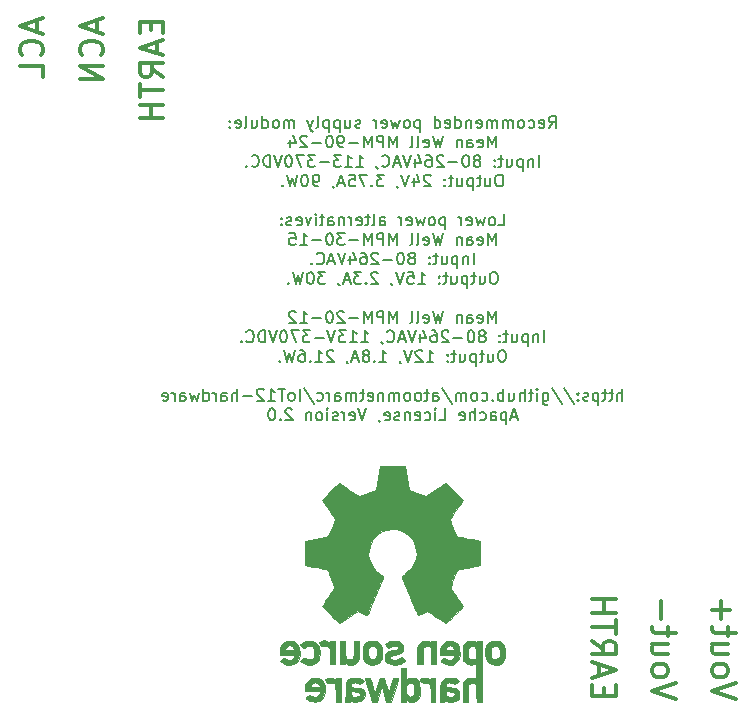
<source format=gbr>
G04 #@! TF.GenerationSoftware,KiCad,Pcbnew,(5.1.9)-1*
G04 #@! TF.CreationDate,2021-03-27T10:15:32+01:00*
G04 #@! TF.ProjectId,IoT12 Power Supply,496f5431-3220-4506-9f77-657220537570,rev?*
G04 #@! TF.SameCoordinates,Original*
G04 #@! TF.FileFunction,Legend,Bot*
G04 #@! TF.FilePolarity,Positive*
%FSLAX46Y46*%
G04 Gerber Fmt 4.6, Leading zero omitted, Abs format (unit mm)*
G04 Created by KiCad (PCBNEW (5.1.9)-1) date 2021-03-27 10:15:32*
%MOMM*%
%LPD*%
G01*
G04 APERTURE LIST*
%ADD10C,0.300000*%
%ADD11C,0.150000*%
%ADD12C,0.010000*%
G04 APERTURE END LIST*
D10*
X122253333Y-61535952D02*
X122253333Y-62488333D01*
X122824761Y-61345476D02*
X120824761Y-62012142D01*
X122824761Y-62678809D01*
X122634285Y-64488333D02*
X122729523Y-64393095D01*
X122824761Y-64107380D01*
X122824761Y-63916904D01*
X122729523Y-63631190D01*
X122539047Y-63440714D01*
X122348571Y-63345476D01*
X121967619Y-63250238D01*
X121681904Y-63250238D01*
X121300952Y-63345476D01*
X121110476Y-63440714D01*
X120920000Y-63631190D01*
X120824761Y-63916904D01*
X120824761Y-64107380D01*
X120920000Y-64393095D01*
X121015238Y-64488333D01*
X122824761Y-66297857D02*
X122824761Y-65345476D01*
X120824761Y-65345476D01*
X127333333Y-61535952D02*
X127333333Y-62488333D01*
X127904761Y-61345476D02*
X125904761Y-62012142D01*
X127904761Y-62678809D01*
X127714285Y-64488333D02*
X127809523Y-64393095D01*
X127904761Y-64107380D01*
X127904761Y-63916904D01*
X127809523Y-63631190D01*
X127619047Y-63440714D01*
X127428571Y-63345476D01*
X127047619Y-63250238D01*
X126761904Y-63250238D01*
X126380952Y-63345476D01*
X126190476Y-63440714D01*
X126000000Y-63631190D01*
X125904761Y-63916904D01*
X125904761Y-64107380D01*
X126000000Y-64393095D01*
X126095238Y-64488333D01*
X127904761Y-65345476D02*
X125904761Y-65345476D01*
X127904761Y-66488333D01*
X125904761Y-66488333D01*
X131937142Y-61631190D02*
X131937142Y-62297857D01*
X132984761Y-62583571D02*
X132984761Y-61631190D01*
X130984761Y-61631190D01*
X130984761Y-62583571D01*
X132413333Y-63345476D02*
X132413333Y-64297857D01*
X132984761Y-63155000D02*
X130984761Y-63821666D01*
X132984761Y-64488333D01*
X132984761Y-66297857D02*
X132032380Y-65631190D01*
X132984761Y-65155000D02*
X130984761Y-65155000D01*
X130984761Y-65916904D01*
X131080000Y-66107380D01*
X131175238Y-66202619D01*
X131365714Y-66297857D01*
X131651428Y-66297857D01*
X131841904Y-66202619D01*
X131937142Y-66107380D01*
X132032380Y-65916904D01*
X132032380Y-65155000D01*
X130984761Y-66869285D02*
X130984761Y-68012142D01*
X132984761Y-67440714D02*
X130984761Y-67440714D01*
X132984761Y-68678809D02*
X130984761Y-68678809D01*
X131937142Y-68678809D02*
X131937142Y-69821666D01*
X132984761Y-69821666D02*
X130984761Y-69821666D01*
X170322857Y-118708809D02*
X170322857Y-118042142D01*
X169275238Y-117756428D02*
X169275238Y-118708809D01*
X171275238Y-118708809D01*
X171275238Y-117756428D01*
X169846666Y-116994523D02*
X169846666Y-116042142D01*
X169275238Y-117185000D02*
X171275238Y-116518333D01*
X169275238Y-115851666D01*
X169275238Y-114042142D02*
X170227619Y-114708809D01*
X169275238Y-115185000D02*
X171275238Y-115185000D01*
X171275238Y-114423095D01*
X171180000Y-114232619D01*
X171084761Y-114137380D01*
X170894285Y-114042142D01*
X170608571Y-114042142D01*
X170418095Y-114137380D01*
X170322857Y-114232619D01*
X170227619Y-114423095D01*
X170227619Y-115185000D01*
X171275238Y-113470714D02*
X171275238Y-112327857D01*
X169275238Y-112899285D02*
X171275238Y-112899285D01*
X169275238Y-111661190D02*
X171275238Y-111661190D01*
X170322857Y-111661190D02*
X170322857Y-110518333D01*
X169275238Y-110518333D02*
X171275238Y-110518333D01*
X181435238Y-118994523D02*
X179435238Y-118327857D01*
X181435238Y-117661190D01*
X179435238Y-116708809D02*
X179530476Y-116899285D01*
X179625714Y-116994523D01*
X179816190Y-117089761D01*
X180387619Y-117089761D01*
X180578095Y-116994523D01*
X180673333Y-116899285D01*
X180768571Y-116708809D01*
X180768571Y-116423095D01*
X180673333Y-116232619D01*
X180578095Y-116137380D01*
X180387619Y-116042142D01*
X179816190Y-116042142D01*
X179625714Y-116137380D01*
X179530476Y-116232619D01*
X179435238Y-116423095D01*
X179435238Y-116708809D01*
X180768571Y-114327857D02*
X179435238Y-114327857D01*
X180768571Y-115185000D02*
X179720952Y-115185000D01*
X179530476Y-115089761D01*
X179435238Y-114899285D01*
X179435238Y-114613571D01*
X179530476Y-114423095D01*
X179625714Y-114327857D01*
X180768571Y-113661190D02*
X180768571Y-112899285D01*
X181435238Y-113375476D02*
X179720952Y-113375476D01*
X179530476Y-113280238D01*
X179435238Y-113089761D01*
X179435238Y-112899285D01*
X180197142Y-112232619D02*
X180197142Y-110708809D01*
X179435238Y-111470714D02*
X180959047Y-111470714D01*
X176355238Y-118994523D02*
X174355238Y-118327857D01*
X176355238Y-117661190D01*
X174355238Y-116708809D02*
X174450476Y-116899285D01*
X174545714Y-116994523D01*
X174736190Y-117089761D01*
X175307619Y-117089761D01*
X175498095Y-116994523D01*
X175593333Y-116899285D01*
X175688571Y-116708809D01*
X175688571Y-116423095D01*
X175593333Y-116232619D01*
X175498095Y-116137380D01*
X175307619Y-116042142D01*
X174736190Y-116042142D01*
X174545714Y-116137380D01*
X174450476Y-116232619D01*
X174355238Y-116423095D01*
X174355238Y-116708809D01*
X175688571Y-114327857D02*
X174355238Y-114327857D01*
X175688571Y-115185000D02*
X174640952Y-115185000D01*
X174450476Y-115089761D01*
X174355238Y-114899285D01*
X174355238Y-114613571D01*
X174450476Y-114423095D01*
X174545714Y-114327857D01*
X175688571Y-113661190D02*
X175688571Y-112899285D01*
X176355238Y-113375476D02*
X174640952Y-113375476D01*
X174450476Y-113280238D01*
X174355238Y-113089761D01*
X174355238Y-112899285D01*
X175117142Y-112232619D02*
X175117142Y-110708809D01*
D11*
X165614285Y-70627380D02*
X165947619Y-70151190D01*
X166185714Y-70627380D02*
X166185714Y-69627380D01*
X165804761Y-69627380D01*
X165709523Y-69675000D01*
X165661904Y-69722619D01*
X165614285Y-69817857D01*
X165614285Y-69960714D01*
X165661904Y-70055952D01*
X165709523Y-70103571D01*
X165804761Y-70151190D01*
X166185714Y-70151190D01*
X164804761Y-70579761D02*
X164900000Y-70627380D01*
X165090476Y-70627380D01*
X165185714Y-70579761D01*
X165233333Y-70484523D01*
X165233333Y-70103571D01*
X165185714Y-70008333D01*
X165090476Y-69960714D01*
X164900000Y-69960714D01*
X164804761Y-70008333D01*
X164757142Y-70103571D01*
X164757142Y-70198809D01*
X165233333Y-70294047D01*
X163900000Y-70579761D02*
X163995238Y-70627380D01*
X164185714Y-70627380D01*
X164280952Y-70579761D01*
X164328571Y-70532142D01*
X164376190Y-70436904D01*
X164376190Y-70151190D01*
X164328571Y-70055952D01*
X164280952Y-70008333D01*
X164185714Y-69960714D01*
X163995238Y-69960714D01*
X163900000Y-70008333D01*
X163328571Y-70627380D02*
X163423809Y-70579761D01*
X163471428Y-70532142D01*
X163519047Y-70436904D01*
X163519047Y-70151190D01*
X163471428Y-70055952D01*
X163423809Y-70008333D01*
X163328571Y-69960714D01*
X163185714Y-69960714D01*
X163090476Y-70008333D01*
X163042857Y-70055952D01*
X162995238Y-70151190D01*
X162995238Y-70436904D01*
X163042857Y-70532142D01*
X163090476Y-70579761D01*
X163185714Y-70627380D01*
X163328571Y-70627380D01*
X162566666Y-70627380D02*
X162566666Y-69960714D01*
X162566666Y-70055952D02*
X162519047Y-70008333D01*
X162423809Y-69960714D01*
X162280952Y-69960714D01*
X162185714Y-70008333D01*
X162138095Y-70103571D01*
X162138095Y-70627380D01*
X162138095Y-70103571D02*
X162090476Y-70008333D01*
X161995238Y-69960714D01*
X161852380Y-69960714D01*
X161757142Y-70008333D01*
X161709523Y-70103571D01*
X161709523Y-70627380D01*
X161233333Y-70627380D02*
X161233333Y-69960714D01*
X161233333Y-70055952D02*
X161185714Y-70008333D01*
X161090476Y-69960714D01*
X160947619Y-69960714D01*
X160852380Y-70008333D01*
X160804761Y-70103571D01*
X160804761Y-70627380D01*
X160804761Y-70103571D02*
X160757142Y-70008333D01*
X160661904Y-69960714D01*
X160519047Y-69960714D01*
X160423809Y-70008333D01*
X160376190Y-70103571D01*
X160376190Y-70627380D01*
X159519047Y-70579761D02*
X159614285Y-70627380D01*
X159804761Y-70627380D01*
X159900000Y-70579761D01*
X159947619Y-70484523D01*
X159947619Y-70103571D01*
X159900000Y-70008333D01*
X159804761Y-69960714D01*
X159614285Y-69960714D01*
X159519047Y-70008333D01*
X159471428Y-70103571D01*
X159471428Y-70198809D01*
X159947619Y-70294047D01*
X159042857Y-69960714D02*
X159042857Y-70627380D01*
X159042857Y-70055952D02*
X158995238Y-70008333D01*
X158900000Y-69960714D01*
X158757142Y-69960714D01*
X158661904Y-70008333D01*
X158614285Y-70103571D01*
X158614285Y-70627380D01*
X157709523Y-70627380D02*
X157709523Y-69627380D01*
X157709523Y-70579761D02*
X157804761Y-70627380D01*
X157995238Y-70627380D01*
X158090476Y-70579761D01*
X158138095Y-70532142D01*
X158185714Y-70436904D01*
X158185714Y-70151190D01*
X158138095Y-70055952D01*
X158090476Y-70008333D01*
X157995238Y-69960714D01*
X157804761Y-69960714D01*
X157709523Y-70008333D01*
X156852380Y-70579761D02*
X156947619Y-70627380D01*
X157138095Y-70627380D01*
X157233333Y-70579761D01*
X157280952Y-70484523D01*
X157280952Y-70103571D01*
X157233333Y-70008333D01*
X157138095Y-69960714D01*
X156947619Y-69960714D01*
X156852380Y-70008333D01*
X156804761Y-70103571D01*
X156804761Y-70198809D01*
X157280952Y-70294047D01*
X155947619Y-70627380D02*
X155947619Y-69627380D01*
X155947619Y-70579761D02*
X156042857Y-70627380D01*
X156233333Y-70627380D01*
X156328571Y-70579761D01*
X156376190Y-70532142D01*
X156423809Y-70436904D01*
X156423809Y-70151190D01*
X156376190Y-70055952D01*
X156328571Y-70008333D01*
X156233333Y-69960714D01*
X156042857Y-69960714D01*
X155947619Y-70008333D01*
X154709523Y-69960714D02*
X154709523Y-70960714D01*
X154709523Y-70008333D02*
X154614285Y-69960714D01*
X154423809Y-69960714D01*
X154328571Y-70008333D01*
X154280952Y-70055952D01*
X154233333Y-70151190D01*
X154233333Y-70436904D01*
X154280952Y-70532142D01*
X154328571Y-70579761D01*
X154423809Y-70627380D01*
X154614285Y-70627380D01*
X154709523Y-70579761D01*
X153661904Y-70627380D02*
X153757142Y-70579761D01*
X153804761Y-70532142D01*
X153852380Y-70436904D01*
X153852380Y-70151190D01*
X153804761Y-70055952D01*
X153757142Y-70008333D01*
X153661904Y-69960714D01*
X153519047Y-69960714D01*
X153423809Y-70008333D01*
X153376190Y-70055952D01*
X153328571Y-70151190D01*
X153328571Y-70436904D01*
X153376190Y-70532142D01*
X153423809Y-70579761D01*
X153519047Y-70627380D01*
X153661904Y-70627380D01*
X152995238Y-69960714D02*
X152804761Y-70627380D01*
X152614285Y-70151190D01*
X152423809Y-70627380D01*
X152233333Y-69960714D01*
X151471428Y-70579761D02*
X151566666Y-70627380D01*
X151757142Y-70627380D01*
X151852380Y-70579761D01*
X151900000Y-70484523D01*
X151900000Y-70103571D01*
X151852380Y-70008333D01*
X151757142Y-69960714D01*
X151566666Y-69960714D01*
X151471428Y-70008333D01*
X151423809Y-70103571D01*
X151423809Y-70198809D01*
X151900000Y-70294047D01*
X150995238Y-70627380D02*
X150995238Y-69960714D01*
X150995238Y-70151190D02*
X150947619Y-70055952D01*
X150900000Y-70008333D01*
X150804761Y-69960714D01*
X150709523Y-69960714D01*
X149661904Y-70579761D02*
X149566666Y-70627380D01*
X149376190Y-70627380D01*
X149280952Y-70579761D01*
X149233333Y-70484523D01*
X149233333Y-70436904D01*
X149280952Y-70341666D01*
X149376190Y-70294047D01*
X149519047Y-70294047D01*
X149614285Y-70246428D01*
X149661904Y-70151190D01*
X149661904Y-70103571D01*
X149614285Y-70008333D01*
X149519047Y-69960714D01*
X149376190Y-69960714D01*
X149280952Y-70008333D01*
X148376190Y-69960714D02*
X148376190Y-70627380D01*
X148804761Y-69960714D02*
X148804761Y-70484523D01*
X148757142Y-70579761D01*
X148661904Y-70627380D01*
X148519047Y-70627380D01*
X148423809Y-70579761D01*
X148376190Y-70532142D01*
X147900000Y-69960714D02*
X147900000Y-70960714D01*
X147900000Y-70008333D02*
X147804761Y-69960714D01*
X147614285Y-69960714D01*
X147519047Y-70008333D01*
X147471428Y-70055952D01*
X147423809Y-70151190D01*
X147423809Y-70436904D01*
X147471428Y-70532142D01*
X147519047Y-70579761D01*
X147614285Y-70627380D01*
X147804761Y-70627380D01*
X147900000Y-70579761D01*
X146995238Y-69960714D02*
X146995238Y-70960714D01*
X146995238Y-70008333D02*
X146900000Y-69960714D01*
X146709523Y-69960714D01*
X146614285Y-70008333D01*
X146566666Y-70055952D01*
X146519047Y-70151190D01*
X146519047Y-70436904D01*
X146566666Y-70532142D01*
X146614285Y-70579761D01*
X146709523Y-70627380D01*
X146900000Y-70627380D01*
X146995238Y-70579761D01*
X145947619Y-70627380D02*
X146042857Y-70579761D01*
X146090476Y-70484523D01*
X146090476Y-69627380D01*
X145661904Y-69960714D02*
X145423809Y-70627380D01*
X145185714Y-69960714D02*
X145423809Y-70627380D01*
X145519047Y-70865476D01*
X145566666Y-70913095D01*
X145661904Y-70960714D01*
X144042857Y-70627380D02*
X144042857Y-69960714D01*
X144042857Y-70055952D02*
X143995238Y-70008333D01*
X143900000Y-69960714D01*
X143757142Y-69960714D01*
X143661904Y-70008333D01*
X143614285Y-70103571D01*
X143614285Y-70627380D01*
X143614285Y-70103571D02*
X143566666Y-70008333D01*
X143471428Y-69960714D01*
X143328571Y-69960714D01*
X143233333Y-70008333D01*
X143185714Y-70103571D01*
X143185714Y-70627380D01*
X142566666Y-70627380D02*
X142661904Y-70579761D01*
X142709523Y-70532142D01*
X142757142Y-70436904D01*
X142757142Y-70151190D01*
X142709523Y-70055952D01*
X142661904Y-70008333D01*
X142566666Y-69960714D01*
X142423809Y-69960714D01*
X142328571Y-70008333D01*
X142280952Y-70055952D01*
X142233333Y-70151190D01*
X142233333Y-70436904D01*
X142280952Y-70532142D01*
X142328571Y-70579761D01*
X142423809Y-70627380D01*
X142566666Y-70627380D01*
X141376190Y-70627380D02*
X141376190Y-69627380D01*
X141376190Y-70579761D02*
X141471428Y-70627380D01*
X141661904Y-70627380D01*
X141757142Y-70579761D01*
X141804761Y-70532142D01*
X141852380Y-70436904D01*
X141852380Y-70151190D01*
X141804761Y-70055952D01*
X141757142Y-70008333D01*
X141661904Y-69960714D01*
X141471428Y-69960714D01*
X141376190Y-70008333D01*
X140471428Y-69960714D02*
X140471428Y-70627380D01*
X140900000Y-69960714D02*
X140900000Y-70484523D01*
X140852380Y-70579761D01*
X140757142Y-70627380D01*
X140614285Y-70627380D01*
X140519047Y-70579761D01*
X140471428Y-70532142D01*
X139852380Y-70627380D02*
X139947619Y-70579761D01*
X139995238Y-70484523D01*
X139995238Y-69627380D01*
X139090476Y-70579761D02*
X139185714Y-70627380D01*
X139376190Y-70627380D01*
X139471428Y-70579761D01*
X139519047Y-70484523D01*
X139519047Y-70103571D01*
X139471428Y-70008333D01*
X139376190Y-69960714D01*
X139185714Y-69960714D01*
X139090476Y-70008333D01*
X139042857Y-70103571D01*
X139042857Y-70198809D01*
X139519047Y-70294047D01*
X138614285Y-70532142D02*
X138566666Y-70579761D01*
X138614285Y-70627380D01*
X138661904Y-70579761D01*
X138614285Y-70532142D01*
X138614285Y-70627380D01*
X138614285Y-70008333D02*
X138566666Y-70055952D01*
X138614285Y-70103571D01*
X138661904Y-70055952D01*
X138614285Y-70008333D01*
X138614285Y-70103571D01*
X161138095Y-72277380D02*
X161138095Y-71277380D01*
X160804761Y-71991666D01*
X160471428Y-71277380D01*
X160471428Y-72277380D01*
X159614285Y-72229761D02*
X159709523Y-72277380D01*
X159900000Y-72277380D01*
X159995238Y-72229761D01*
X160042857Y-72134523D01*
X160042857Y-71753571D01*
X159995238Y-71658333D01*
X159900000Y-71610714D01*
X159709523Y-71610714D01*
X159614285Y-71658333D01*
X159566666Y-71753571D01*
X159566666Y-71848809D01*
X160042857Y-71944047D01*
X158709523Y-72277380D02*
X158709523Y-71753571D01*
X158757142Y-71658333D01*
X158852380Y-71610714D01*
X159042857Y-71610714D01*
X159138095Y-71658333D01*
X158709523Y-72229761D02*
X158804761Y-72277380D01*
X159042857Y-72277380D01*
X159138095Y-72229761D01*
X159185714Y-72134523D01*
X159185714Y-72039285D01*
X159138095Y-71944047D01*
X159042857Y-71896428D01*
X158804761Y-71896428D01*
X158709523Y-71848809D01*
X158233333Y-71610714D02*
X158233333Y-72277380D01*
X158233333Y-71705952D02*
X158185714Y-71658333D01*
X158090476Y-71610714D01*
X157947619Y-71610714D01*
X157852380Y-71658333D01*
X157804761Y-71753571D01*
X157804761Y-72277380D01*
X156661904Y-71277380D02*
X156423809Y-72277380D01*
X156233333Y-71563095D01*
X156042857Y-72277380D01*
X155804761Y-71277380D01*
X155042857Y-72229761D02*
X155138095Y-72277380D01*
X155328571Y-72277380D01*
X155423809Y-72229761D01*
X155471428Y-72134523D01*
X155471428Y-71753571D01*
X155423809Y-71658333D01*
X155328571Y-71610714D01*
X155138095Y-71610714D01*
X155042857Y-71658333D01*
X154995238Y-71753571D01*
X154995238Y-71848809D01*
X155471428Y-71944047D01*
X154423809Y-72277380D02*
X154519047Y-72229761D01*
X154566666Y-72134523D01*
X154566666Y-71277380D01*
X153900000Y-72277380D02*
X153995238Y-72229761D01*
X154042857Y-72134523D01*
X154042857Y-71277380D01*
X152757142Y-72277380D02*
X152757142Y-71277380D01*
X152423809Y-71991666D01*
X152090476Y-71277380D01*
X152090476Y-72277380D01*
X151614285Y-72277380D02*
X151614285Y-71277380D01*
X151233333Y-71277380D01*
X151138095Y-71325000D01*
X151090476Y-71372619D01*
X151042857Y-71467857D01*
X151042857Y-71610714D01*
X151090476Y-71705952D01*
X151138095Y-71753571D01*
X151233333Y-71801190D01*
X151614285Y-71801190D01*
X150614285Y-72277380D02*
X150614285Y-71277380D01*
X150280952Y-71991666D01*
X149947619Y-71277380D01*
X149947619Y-72277380D01*
X149471428Y-71896428D02*
X148709523Y-71896428D01*
X148185714Y-72277380D02*
X147995238Y-72277380D01*
X147900000Y-72229761D01*
X147852380Y-72182142D01*
X147757142Y-72039285D01*
X147709523Y-71848809D01*
X147709523Y-71467857D01*
X147757142Y-71372619D01*
X147804761Y-71325000D01*
X147900000Y-71277380D01*
X148090476Y-71277380D01*
X148185714Y-71325000D01*
X148233333Y-71372619D01*
X148280952Y-71467857D01*
X148280952Y-71705952D01*
X148233333Y-71801190D01*
X148185714Y-71848809D01*
X148090476Y-71896428D01*
X147900000Y-71896428D01*
X147804761Y-71848809D01*
X147757142Y-71801190D01*
X147709523Y-71705952D01*
X147090476Y-71277380D02*
X146995238Y-71277380D01*
X146900000Y-71325000D01*
X146852380Y-71372619D01*
X146804761Y-71467857D01*
X146757142Y-71658333D01*
X146757142Y-71896428D01*
X146804761Y-72086904D01*
X146852380Y-72182142D01*
X146900000Y-72229761D01*
X146995238Y-72277380D01*
X147090476Y-72277380D01*
X147185714Y-72229761D01*
X147233333Y-72182142D01*
X147280952Y-72086904D01*
X147328571Y-71896428D01*
X147328571Y-71658333D01*
X147280952Y-71467857D01*
X147233333Y-71372619D01*
X147185714Y-71325000D01*
X147090476Y-71277380D01*
X146328571Y-71896428D02*
X145566666Y-71896428D01*
X145138095Y-71372619D02*
X145090476Y-71325000D01*
X144995238Y-71277380D01*
X144757142Y-71277380D01*
X144661904Y-71325000D01*
X144614285Y-71372619D01*
X144566666Y-71467857D01*
X144566666Y-71563095D01*
X144614285Y-71705952D01*
X145185714Y-72277380D01*
X144566666Y-72277380D01*
X143709523Y-71610714D02*
X143709523Y-72277380D01*
X143947619Y-71229761D02*
X144185714Y-71944047D01*
X143566666Y-71944047D01*
X164780952Y-73927380D02*
X164780952Y-72927380D01*
X164304761Y-73260714D02*
X164304761Y-73927380D01*
X164304761Y-73355952D02*
X164257142Y-73308333D01*
X164161904Y-73260714D01*
X164019047Y-73260714D01*
X163923809Y-73308333D01*
X163876190Y-73403571D01*
X163876190Y-73927380D01*
X163400000Y-73260714D02*
X163400000Y-74260714D01*
X163400000Y-73308333D02*
X163304761Y-73260714D01*
X163114285Y-73260714D01*
X163019047Y-73308333D01*
X162971428Y-73355952D01*
X162923809Y-73451190D01*
X162923809Y-73736904D01*
X162971428Y-73832142D01*
X163019047Y-73879761D01*
X163114285Y-73927380D01*
X163304761Y-73927380D01*
X163400000Y-73879761D01*
X162066666Y-73260714D02*
X162066666Y-73927380D01*
X162495238Y-73260714D02*
X162495238Y-73784523D01*
X162447619Y-73879761D01*
X162352380Y-73927380D01*
X162209523Y-73927380D01*
X162114285Y-73879761D01*
X162066666Y-73832142D01*
X161733333Y-73260714D02*
X161352380Y-73260714D01*
X161590476Y-72927380D02*
X161590476Y-73784523D01*
X161542857Y-73879761D01*
X161447619Y-73927380D01*
X161352380Y-73927380D01*
X161019047Y-73832142D02*
X160971428Y-73879761D01*
X161019047Y-73927380D01*
X161066666Y-73879761D01*
X161019047Y-73832142D01*
X161019047Y-73927380D01*
X161019047Y-73308333D02*
X160971428Y-73355952D01*
X161019047Y-73403571D01*
X161066666Y-73355952D01*
X161019047Y-73308333D01*
X161019047Y-73403571D01*
X159638095Y-73355952D02*
X159733333Y-73308333D01*
X159780952Y-73260714D01*
X159828571Y-73165476D01*
X159828571Y-73117857D01*
X159780952Y-73022619D01*
X159733333Y-72975000D01*
X159638095Y-72927380D01*
X159447619Y-72927380D01*
X159352380Y-72975000D01*
X159304761Y-73022619D01*
X159257142Y-73117857D01*
X159257142Y-73165476D01*
X159304761Y-73260714D01*
X159352380Y-73308333D01*
X159447619Y-73355952D01*
X159638095Y-73355952D01*
X159733333Y-73403571D01*
X159780952Y-73451190D01*
X159828571Y-73546428D01*
X159828571Y-73736904D01*
X159780952Y-73832142D01*
X159733333Y-73879761D01*
X159638095Y-73927380D01*
X159447619Y-73927380D01*
X159352380Y-73879761D01*
X159304761Y-73832142D01*
X159257142Y-73736904D01*
X159257142Y-73546428D01*
X159304761Y-73451190D01*
X159352380Y-73403571D01*
X159447619Y-73355952D01*
X158638095Y-72927380D02*
X158542857Y-72927380D01*
X158447619Y-72975000D01*
X158400000Y-73022619D01*
X158352380Y-73117857D01*
X158304761Y-73308333D01*
X158304761Y-73546428D01*
X158352380Y-73736904D01*
X158400000Y-73832142D01*
X158447619Y-73879761D01*
X158542857Y-73927380D01*
X158638095Y-73927380D01*
X158733333Y-73879761D01*
X158780952Y-73832142D01*
X158828571Y-73736904D01*
X158876190Y-73546428D01*
X158876190Y-73308333D01*
X158828571Y-73117857D01*
X158780952Y-73022619D01*
X158733333Y-72975000D01*
X158638095Y-72927380D01*
X157876190Y-73546428D02*
X157114285Y-73546428D01*
X156685714Y-73022619D02*
X156638095Y-72975000D01*
X156542857Y-72927380D01*
X156304761Y-72927380D01*
X156209523Y-72975000D01*
X156161904Y-73022619D01*
X156114285Y-73117857D01*
X156114285Y-73213095D01*
X156161904Y-73355952D01*
X156733333Y-73927380D01*
X156114285Y-73927380D01*
X155257142Y-72927380D02*
X155447619Y-72927380D01*
X155542857Y-72975000D01*
X155590476Y-73022619D01*
X155685714Y-73165476D01*
X155733333Y-73355952D01*
X155733333Y-73736904D01*
X155685714Y-73832142D01*
X155638095Y-73879761D01*
X155542857Y-73927380D01*
X155352380Y-73927380D01*
X155257142Y-73879761D01*
X155209523Y-73832142D01*
X155161904Y-73736904D01*
X155161904Y-73498809D01*
X155209523Y-73403571D01*
X155257142Y-73355952D01*
X155352380Y-73308333D01*
X155542857Y-73308333D01*
X155638095Y-73355952D01*
X155685714Y-73403571D01*
X155733333Y-73498809D01*
X154304761Y-73260714D02*
X154304761Y-73927380D01*
X154542857Y-72879761D02*
X154780952Y-73594047D01*
X154161904Y-73594047D01*
X153923809Y-72927380D02*
X153590476Y-73927380D01*
X153257142Y-72927380D01*
X152971428Y-73641666D02*
X152495238Y-73641666D01*
X153066666Y-73927380D02*
X152733333Y-72927380D01*
X152400000Y-73927380D01*
X151495238Y-73832142D02*
X151542857Y-73879761D01*
X151685714Y-73927380D01*
X151780952Y-73927380D01*
X151923809Y-73879761D01*
X152019047Y-73784523D01*
X152066666Y-73689285D01*
X152114285Y-73498809D01*
X152114285Y-73355952D01*
X152066666Y-73165476D01*
X152019047Y-73070238D01*
X151923809Y-72975000D01*
X151780952Y-72927380D01*
X151685714Y-72927380D01*
X151542857Y-72975000D01*
X151495238Y-73022619D01*
X151019047Y-73879761D02*
X151019047Y-73927380D01*
X151066666Y-74022619D01*
X151114285Y-74070238D01*
X149304761Y-73927380D02*
X149876190Y-73927380D01*
X149590476Y-73927380D02*
X149590476Y-72927380D01*
X149685714Y-73070238D01*
X149780952Y-73165476D01*
X149876190Y-73213095D01*
X148352380Y-73927380D02*
X148923809Y-73927380D01*
X148638095Y-73927380D02*
X148638095Y-72927380D01*
X148733333Y-73070238D01*
X148828571Y-73165476D01*
X148923809Y-73213095D01*
X148019047Y-72927380D02*
X147400000Y-72927380D01*
X147733333Y-73308333D01*
X147590476Y-73308333D01*
X147495238Y-73355952D01*
X147447619Y-73403571D01*
X147400000Y-73498809D01*
X147400000Y-73736904D01*
X147447619Y-73832142D01*
X147495238Y-73879761D01*
X147590476Y-73927380D01*
X147876190Y-73927380D01*
X147971428Y-73879761D01*
X148019047Y-73832142D01*
X146971428Y-73546428D02*
X146209523Y-73546428D01*
X145828571Y-72927380D02*
X145209523Y-72927380D01*
X145542857Y-73308333D01*
X145400000Y-73308333D01*
X145304761Y-73355952D01*
X145257142Y-73403571D01*
X145209523Y-73498809D01*
X145209523Y-73736904D01*
X145257142Y-73832142D01*
X145304761Y-73879761D01*
X145400000Y-73927380D01*
X145685714Y-73927380D01*
X145780952Y-73879761D01*
X145828571Y-73832142D01*
X144876190Y-72927380D02*
X144209523Y-72927380D01*
X144638095Y-73927380D01*
X143638095Y-72927380D02*
X143542857Y-72927380D01*
X143447619Y-72975000D01*
X143400000Y-73022619D01*
X143352380Y-73117857D01*
X143304761Y-73308333D01*
X143304761Y-73546428D01*
X143352380Y-73736904D01*
X143400000Y-73832142D01*
X143447619Y-73879761D01*
X143542857Y-73927380D01*
X143638095Y-73927380D01*
X143733333Y-73879761D01*
X143780952Y-73832142D01*
X143828571Y-73736904D01*
X143876190Y-73546428D01*
X143876190Y-73308333D01*
X143828571Y-73117857D01*
X143780952Y-73022619D01*
X143733333Y-72975000D01*
X143638095Y-72927380D01*
X143019047Y-72927380D02*
X142685714Y-73927380D01*
X142352380Y-72927380D01*
X142019047Y-73927380D02*
X142019047Y-72927380D01*
X141780952Y-72927380D01*
X141638095Y-72975000D01*
X141542857Y-73070238D01*
X141495238Y-73165476D01*
X141447619Y-73355952D01*
X141447619Y-73498809D01*
X141495238Y-73689285D01*
X141542857Y-73784523D01*
X141638095Y-73879761D01*
X141780952Y-73927380D01*
X142019047Y-73927380D01*
X140447619Y-73832142D02*
X140495238Y-73879761D01*
X140638095Y-73927380D01*
X140733333Y-73927380D01*
X140876190Y-73879761D01*
X140971428Y-73784523D01*
X141019047Y-73689285D01*
X141066666Y-73498809D01*
X141066666Y-73355952D01*
X141019047Y-73165476D01*
X140971428Y-73070238D01*
X140876190Y-72975000D01*
X140733333Y-72927380D01*
X140638095Y-72927380D01*
X140495238Y-72975000D01*
X140447619Y-73022619D01*
X140019047Y-73832142D02*
X139971428Y-73879761D01*
X140019047Y-73927380D01*
X140066666Y-73879761D01*
X140019047Y-73832142D01*
X140019047Y-73927380D01*
X161519047Y-74577380D02*
X161328571Y-74577380D01*
X161233333Y-74625000D01*
X161138095Y-74720238D01*
X161090476Y-74910714D01*
X161090476Y-75244047D01*
X161138095Y-75434523D01*
X161233333Y-75529761D01*
X161328571Y-75577380D01*
X161519047Y-75577380D01*
X161614285Y-75529761D01*
X161709523Y-75434523D01*
X161757142Y-75244047D01*
X161757142Y-74910714D01*
X161709523Y-74720238D01*
X161614285Y-74625000D01*
X161519047Y-74577380D01*
X160233333Y-74910714D02*
X160233333Y-75577380D01*
X160661904Y-74910714D02*
X160661904Y-75434523D01*
X160614285Y-75529761D01*
X160519047Y-75577380D01*
X160376190Y-75577380D01*
X160280952Y-75529761D01*
X160233333Y-75482142D01*
X159900000Y-74910714D02*
X159519047Y-74910714D01*
X159757142Y-74577380D02*
X159757142Y-75434523D01*
X159709523Y-75529761D01*
X159614285Y-75577380D01*
X159519047Y-75577380D01*
X159185714Y-74910714D02*
X159185714Y-75910714D01*
X159185714Y-74958333D02*
X159090476Y-74910714D01*
X158900000Y-74910714D01*
X158804761Y-74958333D01*
X158757142Y-75005952D01*
X158709523Y-75101190D01*
X158709523Y-75386904D01*
X158757142Y-75482142D01*
X158804761Y-75529761D01*
X158900000Y-75577380D01*
X159090476Y-75577380D01*
X159185714Y-75529761D01*
X157852380Y-74910714D02*
X157852380Y-75577380D01*
X158280952Y-74910714D02*
X158280952Y-75434523D01*
X158233333Y-75529761D01*
X158138095Y-75577380D01*
X157995238Y-75577380D01*
X157900000Y-75529761D01*
X157852380Y-75482142D01*
X157519047Y-74910714D02*
X157138095Y-74910714D01*
X157376190Y-74577380D02*
X157376190Y-75434523D01*
X157328571Y-75529761D01*
X157233333Y-75577380D01*
X157138095Y-75577380D01*
X156804761Y-75482142D02*
X156757142Y-75529761D01*
X156804761Y-75577380D01*
X156852380Y-75529761D01*
X156804761Y-75482142D01*
X156804761Y-75577380D01*
X156804761Y-74958333D02*
X156757142Y-75005952D01*
X156804761Y-75053571D01*
X156852380Y-75005952D01*
X156804761Y-74958333D01*
X156804761Y-75053571D01*
X155614285Y-74672619D02*
X155566666Y-74625000D01*
X155471428Y-74577380D01*
X155233333Y-74577380D01*
X155138095Y-74625000D01*
X155090476Y-74672619D01*
X155042857Y-74767857D01*
X155042857Y-74863095D01*
X155090476Y-75005952D01*
X155661904Y-75577380D01*
X155042857Y-75577380D01*
X154185714Y-74910714D02*
X154185714Y-75577380D01*
X154423809Y-74529761D02*
X154661904Y-75244047D01*
X154042857Y-75244047D01*
X153804761Y-74577380D02*
X153471428Y-75577380D01*
X153138095Y-74577380D01*
X152757142Y-75529761D02*
X152757142Y-75577380D01*
X152804761Y-75672619D01*
X152852380Y-75720238D01*
X151661904Y-74577380D02*
X151042857Y-74577380D01*
X151376190Y-74958333D01*
X151233333Y-74958333D01*
X151138095Y-75005952D01*
X151090476Y-75053571D01*
X151042857Y-75148809D01*
X151042857Y-75386904D01*
X151090476Y-75482142D01*
X151138095Y-75529761D01*
X151233333Y-75577380D01*
X151519047Y-75577380D01*
X151614285Y-75529761D01*
X151661904Y-75482142D01*
X150614285Y-75482142D02*
X150566666Y-75529761D01*
X150614285Y-75577380D01*
X150661904Y-75529761D01*
X150614285Y-75482142D01*
X150614285Y-75577380D01*
X150233333Y-74577380D02*
X149566666Y-74577380D01*
X149995238Y-75577380D01*
X148709523Y-74577380D02*
X149185714Y-74577380D01*
X149233333Y-75053571D01*
X149185714Y-75005952D01*
X149090476Y-74958333D01*
X148852380Y-74958333D01*
X148757142Y-75005952D01*
X148709523Y-75053571D01*
X148661904Y-75148809D01*
X148661904Y-75386904D01*
X148709523Y-75482142D01*
X148757142Y-75529761D01*
X148852380Y-75577380D01*
X149090476Y-75577380D01*
X149185714Y-75529761D01*
X149233333Y-75482142D01*
X148280952Y-75291666D02*
X147804761Y-75291666D01*
X148376190Y-75577380D02*
X148042857Y-74577380D01*
X147709523Y-75577380D01*
X147328571Y-75529761D02*
X147328571Y-75577380D01*
X147376190Y-75672619D01*
X147423809Y-75720238D01*
X146090476Y-75577380D02*
X145900000Y-75577380D01*
X145804761Y-75529761D01*
X145757142Y-75482142D01*
X145661904Y-75339285D01*
X145614285Y-75148809D01*
X145614285Y-74767857D01*
X145661904Y-74672619D01*
X145709523Y-74625000D01*
X145804761Y-74577380D01*
X145995238Y-74577380D01*
X146090476Y-74625000D01*
X146138095Y-74672619D01*
X146185714Y-74767857D01*
X146185714Y-75005952D01*
X146138095Y-75101190D01*
X146090476Y-75148809D01*
X145995238Y-75196428D01*
X145804761Y-75196428D01*
X145709523Y-75148809D01*
X145661904Y-75101190D01*
X145614285Y-75005952D01*
X144995238Y-74577380D02*
X144900000Y-74577380D01*
X144804761Y-74625000D01*
X144757142Y-74672619D01*
X144709523Y-74767857D01*
X144661904Y-74958333D01*
X144661904Y-75196428D01*
X144709523Y-75386904D01*
X144757142Y-75482142D01*
X144804761Y-75529761D01*
X144900000Y-75577380D01*
X144995238Y-75577380D01*
X145090476Y-75529761D01*
X145138095Y-75482142D01*
X145185714Y-75386904D01*
X145233333Y-75196428D01*
X145233333Y-74958333D01*
X145185714Y-74767857D01*
X145138095Y-74672619D01*
X145090476Y-74625000D01*
X144995238Y-74577380D01*
X144328571Y-74577380D02*
X144090476Y-75577380D01*
X143900000Y-74863095D01*
X143709523Y-75577380D01*
X143471428Y-74577380D01*
X143090476Y-75482142D02*
X143042857Y-75529761D01*
X143090476Y-75577380D01*
X143138095Y-75529761D01*
X143090476Y-75482142D01*
X143090476Y-75577380D01*
X161352380Y-78877380D02*
X161828571Y-78877380D01*
X161828571Y-77877380D01*
X160876190Y-78877380D02*
X160971428Y-78829761D01*
X161019047Y-78782142D01*
X161066666Y-78686904D01*
X161066666Y-78401190D01*
X161019047Y-78305952D01*
X160971428Y-78258333D01*
X160876190Y-78210714D01*
X160733333Y-78210714D01*
X160638095Y-78258333D01*
X160590476Y-78305952D01*
X160542857Y-78401190D01*
X160542857Y-78686904D01*
X160590476Y-78782142D01*
X160638095Y-78829761D01*
X160733333Y-78877380D01*
X160876190Y-78877380D01*
X160209523Y-78210714D02*
X160019047Y-78877380D01*
X159828571Y-78401190D01*
X159638095Y-78877380D01*
X159447619Y-78210714D01*
X158685714Y-78829761D02*
X158780952Y-78877380D01*
X158971428Y-78877380D01*
X159066666Y-78829761D01*
X159114285Y-78734523D01*
X159114285Y-78353571D01*
X159066666Y-78258333D01*
X158971428Y-78210714D01*
X158780952Y-78210714D01*
X158685714Y-78258333D01*
X158638095Y-78353571D01*
X158638095Y-78448809D01*
X159114285Y-78544047D01*
X158209523Y-78877380D02*
X158209523Y-78210714D01*
X158209523Y-78401190D02*
X158161904Y-78305952D01*
X158114285Y-78258333D01*
X158019047Y-78210714D01*
X157923809Y-78210714D01*
X156828571Y-78210714D02*
X156828571Y-79210714D01*
X156828571Y-78258333D02*
X156733333Y-78210714D01*
X156542857Y-78210714D01*
X156447619Y-78258333D01*
X156400000Y-78305952D01*
X156352380Y-78401190D01*
X156352380Y-78686904D01*
X156400000Y-78782142D01*
X156447619Y-78829761D01*
X156542857Y-78877380D01*
X156733333Y-78877380D01*
X156828571Y-78829761D01*
X155780952Y-78877380D02*
X155876190Y-78829761D01*
X155923809Y-78782142D01*
X155971428Y-78686904D01*
X155971428Y-78401190D01*
X155923809Y-78305952D01*
X155876190Y-78258333D01*
X155780952Y-78210714D01*
X155638095Y-78210714D01*
X155542857Y-78258333D01*
X155495238Y-78305952D01*
X155447619Y-78401190D01*
X155447619Y-78686904D01*
X155495238Y-78782142D01*
X155542857Y-78829761D01*
X155638095Y-78877380D01*
X155780952Y-78877380D01*
X155114285Y-78210714D02*
X154923809Y-78877380D01*
X154733333Y-78401190D01*
X154542857Y-78877380D01*
X154352380Y-78210714D01*
X153590476Y-78829761D02*
X153685714Y-78877380D01*
X153876190Y-78877380D01*
X153971428Y-78829761D01*
X154019047Y-78734523D01*
X154019047Y-78353571D01*
X153971428Y-78258333D01*
X153876190Y-78210714D01*
X153685714Y-78210714D01*
X153590476Y-78258333D01*
X153542857Y-78353571D01*
X153542857Y-78448809D01*
X154019047Y-78544047D01*
X153114285Y-78877380D02*
X153114285Y-78210714D01*
X153114285Y-78401190D02*
X153066666Y-78305952D01*
X153019047Y-78258333D01*
X152923809Y-78210714D01*
X152828571Y-78210714D01*
X151304761Y-78877380D02*
X151304761Y-78353571D01*
X151352380Y-78258333D01*
X151447619Y-78210714D01*
X151638095Y-78210714D01*
X151733333Y-78258333D01*
X151304761Y-78829761D02*
X151400000Y-78877380D01*
X151638095Y-78877380D01*
X151733333Y-78829761D01*
X151780952Y-78734523D01*
X151780952Y-78639285D01*
X151733333Y-78544047D01*
X151638095Y-78496428D01*
X151400000Y-78496428D01*
X151304761Y-78448809D01*
X150685714Y-78877380D02*
X150780952Y-78829761D01*
X150828571Y-78734523D01*
X150828571Y-77877380D01*
X150447619Y-78210714D02*
X150066666Y-78210714D01*
X150304761Y-77877380D02*
X150304761Y-78734523D01*
X150257142Y-78829761D01*
X150161904Y-78877380D01*
X150066666Y-78877380D01*
X149352380Y-78829761D02*
X149447619Y-78877380D01*
X149638095Y-78877380D01*
X149733333Y-78829761D01*
X149780952Y-78734523D01*
X149780952Y-78353571D01*
X149733333Y-78258333D01*
X149638095Y-78210714D01*
X149447619Y-78210714D01*
X149352380Y-78258333D01*
X149304761Y-78353571D01*
X149304761Y-78448809D01*
X149780952Y-78544047D01*
X148876190Y-78877380D02*
X148876190Y-78210714D01*
X148876190Y-78401190D02*
X148828571Y-78305952D01*
X148780952Y-78258333D01*
X148685714Y-78210714D01*
X148590476Y-78210714D01*
X148257142Y-78210714D02*
X148257142Y-78877380D01*
X148257142Y-78305952D02*
X148209523Y-78258333D01*
X148114285Y-78210714D01*
X147971428Y-78210714D01*
X147876190Y-78258333D01*
X147828571Y-78353571D01*
X147828571Y-78877380D01*
X146923809Y-78877380D02*
X146923809Y-78353571D01*
X146971428Y-78258333D01*
X147066666Y-78210714D01*
X147257142Y-78210714D01*
X147352380Y-78258333D01*
X146923809Y-78829761D02*
X147019047Y-78877380D01*
X147257142Y-78877380D01*
X147352380Y-78829761D01*
X147400000Y-78734523D01*
X147400000Y-78639285D01*
X147352380Y-78544047D01*
X147257142Y-78496428D01*
X147019047Y-78496428D01*
X146923809Y-78448809D01*
X146590476Y-78210714D02*
X146209523Y-78210714D01*
X146447619Y-77877380D02*
X146447619Y-78734523D01*
X146400000Y-78829761D01*
X146304761Y-78877380D01*
X146209523Y-78877380D01*
X145876190Y-78877380D02*
X145876190Y-78210714D01*
X145876190Y-77877380D02*
X145923809Y-77925000D01*
X145876190Y-77972619D01*
X145828571Y-77925000D01*
X145876190Y-77877380D01*
X145876190Y-77972619D01*
X145495238Y-78210714D02*
X145257142Y-78877380D01*
X145019047Y-78210714D01*
X144257142Y-78829761D02*
X144352380Y-78877380D01*
X144542857Y-78877380D01*
X144638095Y-78829761D01*
X144685714Y-78734523D01*
X144685714Y-78353571D01*
X144638095Y-78258333D01*
X144542857Y-78210714D01*
X144352380Y-78210714D01*
X144257142Y-78258333D01*
X144209523Y-78353571D01*
X144209523Y-78448809D01*
X144685714Y-78544047D01*
X143828571Y-78829761D02*
X143733333Y-78877380D01*
X143542857Y-78877380D01*
X143447619Y-78829761D01*
X143400000Y-78734523D01*
X143400000Y-78686904D01*
X143447619Y-78591666D01*
X143542857Y-78544047D01*
X143685714Y-78544047D01*
X143780952Y-78496428D01*
X143828571Y-78401190D01*
X143828571Y-78353571D01*
X143780952Y-78258333D01*
X143685714Y-78210714D01*
X143542857Y-78210714D01*
X143447619Y-78258333D01*
X142971428Y-78782142D02*
X142923809Y-78829761D01*
X142971428Y-78877380D01*
X143019047Y-78829761D01*
X142971428Y-78782142D01*
X142971428Y-78877380D01*
X142971428Y-78258333D02*
X142923809Y-78305952D01*
X142971428Y-78353571D01*
X143019047Y-78305952D01*
X142971428Y-78258333D01*
X142971428Y-78353571D01*
X161138095Y-80527380D02*
X161138095Y-79527380D01*
X160804761Y-80241666D01*
X160471428Y-79527380D01*
X160471428Y-80527380D01*
X159614285Y-80479761D02*
X159709523Y-80527380D01*
X159900000Y-80527380D01*
X159995238Y-80479761D01*
X160042857Y-80384523D01*
X160042857Y-80003571D01*
X159995238Y-79908333D01*
X159900000Y-79860714D01*
X159709523Y-79860714D01*
X159614285Y-79908333D01*
X159566666Y-80003571D01*
X159566666Y-80098809D01*
X160042857Y-80194047D01*
X158709523Y-80527380D02*
X158709523Y-80003571D01*
X158757142Y-79908333D01*
X158852380Y-79860714D01*
X159042857Y-79860714D01*
X159138095Y-79908333D01*
X158709523Y-80479761D02*
X158804761Y-80527380D01*
X159042857Y-80527380D01*
X159138095Y-80479761D01*
X159185714Y-80384523D01*
X159185714Y-80289285D01*
X159138095Y-80194047D01*
X159042857Y-80146428D01*
X158804761Y-80146428D01*
X158709523Y-80098809D01*
X158233333Y-79860714D02*
X158233333Y-80527380D01*
X158233333Y-79955952D02*
X158185714Y-79908333D01*
X158090476Y-79860714D01*
X157947619Y-79860714D01*
X157852380Y-79908333D01*
X157804761Y-80003571D01*
X157804761Y-80527380D01*
X156661904Y-79527380D02*
X156423809Y-80527380D01*
X156233333Y-79813095D01*
X156042857Y-80527380D01*
X155804761Y-79527380D01*
X155042857Y-80479761D02*
X155138095Y-80527380D01*
X155328571Y-80527380D01*
X155423809Y-80479761D01*
X155471428Y-80384523D01*
X155471428Y-80003571D01*
X155423809Y-79908333D01*
X155328571Y-79860714D01*
X155138095Y-79860714D01*
X155042857Y-79908333D01*
X154995238Y-80003571D01*
X154995238Y-80098809D01*
X155471428Y-80194047D01*
X154423809Y-80527380D02*
X154519047Y-80479761D01*
X154566666Y-80384523D01*
X154566666Y-79527380D01*
X153900000Y-80527380D02*
X153995238Y-80479761D01*
X154042857Y-80384523D01*
X154042857Y-79527380D01*
X152757142Y-80527380D02*
X152757142Y-79527380D01*
X152423809Y-80241666D01*
X152090476Y-79527380D01*
X152090476Y-80527380D01*
X151614285Y-80527380D02*
X151614285Y-79527380D01*
X151233333Y-79527380D01*
X151138095Y-79575000D01*
X151090476Y-79622619D01*
X151042857Y-79717857D01*
X151042857Y-79860714D01*
X151090476Y-79955952D01*
X151138095Y-80003571D01*
X151233333Y-80051190D01*
X151614285Y-80051190D01*
X150614285Y-80527380D02*
X150614285Y-79527380D01*
X150280952Y-80241666D01*
X149947619Y-79527380D01*
X149947619Y-80527380D01*
X149471428Y-80146428D02*
X148709523Y-80146428D01*
X148328571Y-79527380D02*
X147709523Y-79527380D01*
X148042857Y-79908333D01*
X147900000Y-79908333D01*
X147804761Y-79955952D01*
X147757142Y-80003571D01*
X147709523Y-80098809D01*
X147709523Y-80336904D01*
X147757142Y-80432142D01*
X147804761Y-80479761D01*
X147900000Y-80527380D01*
X148185714Y-80527380D01*
X148280952Y-80479761D01*
X148328571Y-80432142D01*
X147090476Y-79527380D02*
X146995238Y-79527380D01*
X146900000Y-79575000D01*
X146852380Y-79622619D01*
X146804761Y-79717857D01*
X146757142Y-79908333D01*
X146757142Y-80146428D01*
X146804761Y-80336904D01*
X146852380Y-80432142D01*
X146900000Y-80479761D01*
X146995238Y-80527380D01*
X147090476Y-80527380D01*
X147185714Y-80479761D01*
X147233333Y-80432142D01*
X147280952Y-80336904D01*
X147328571Y-80146428D01*
X147328571Y-79908333D01*
X147280952Y-79717857D01*
X147233333Y-79622619D01*
X147185714Y-79575000D01*
X147090476Y-79527380D01*
X146328571Y-80146428D02*
X145566666Y-80146428D01*
X144566666Y-80527380D02*
X145138095Y-80527380D01*
X144852380Y-80527380D02*
X144852380Y-79527380D01*
X144947619Y-79670238D01*
X145042857Y-79765476D01*
X145138095Y-79813095D01*
X143661904Y-79527380D02*
X144138095Y-79527380D01*
X144185714Y-80003571D01*
X144138095Y-79955952D01*
X144042857Y-79908333D01*
X143804761Y-79908333D01*
X143709523Y-79955952D01*
X143661904Y-80003571D01*
X143614285Y-80098809D01*
X143614285Y-80336904D01*
X143661904Y-80432142D01*
X143709523Y-80479761D01*
X143804761Y-80527380D01*
X144042857Y-80527380D01*
X144138095Y-80479761D01*
X144185714Y-80432142D01*
X159257142Y-82177380D02*
X159257142Y-81177380D01*
X158780952Y-81510714D02*
X158780952Y-82177380D01*
X158780952Y-81605952D02*
X158733333Y-81558333D01*
X158638095Y-81510714D01*
X158495238Y-81510714D01*
X158400000Y-81558333D01*
X158352380Y-81653571D01*
X158352380Y-82177380D01*
X157876190Y-81510714D02*
X157876190Y-82510714D01*
X157876190Y-81558333D02*
X157780952Y-81510714D01*
X157590476Y-81510714D01*
X157495238Y-81558333D01*
X157447619Y-81605952D01*
X157400000Y-81701190D01*
X157400000Y-81986904D01*
X157447619Y-82082142D01*
X157495238Y-82129761D01*
X157590476Y-82177380D01*
X157780952Y-82177380D01*
X157876190Y-82129761D01*
X156542857Y-81510714D02*
X156542857Y-82177380D01*
X156971428Y-81510714D02*
X156971428Y-82034523D01*
X156923809Y-82129761D01*
X156828571Y-82177380D01*
X156685714Y-82177380D01*
X156590476Y-82129761D01*
X156542857Y-82082142D01*
X156209523Y-81510714D02*
X155828571Y-81510714D01*
X156066666Y-81177380D02*
X156066666Y-82034523D01*
X156019047Y-82129761D01*
X155923809Y-82177380D01*
X155828571Y-82177380D01*
X155495238Y-82082142D02*
X155447619Y-82129761D01*
X155495238Y-82177380D01*
X155542857Y-82129761D01*
X155495238Y-82082142D01*
X155495238Y-82177380D01*
X155495238Y-81558333D02*
X155447619Y-81605952D01*
X155495238Y-81653571D01*
X155542857Y-81605952D01*
X155495238Y-81558333D01*
X155495238Y-81653571D01*
X154114285Y-81605952D02*
X154209523Y-81558333D01*
X154257142Y-81510714D01*
X154304761Y-81415476D01*
X154304761Y-81367857D01*
X154257142Y-81272619D01*
X154209523Y-81225000D01*
X154114285Y-81177380D01*
X153923809Y-81177380D01*
X153828571Y-81225000D01*
X153780952Y-81272619D01*
X153733333Y-81367857D01*
X153733333Y-81415476D01*
X153780952Y-81510714D01*
X153828571Y-81558333D01*
X153923809Y-81605952D01*
X154114285Y-81605952D01*
X154209523Y-81653571D01*
X154257142Y-81701190D01*
X154304761Y-81796428D01*
X154304761Y-81986904D01*
X154257142Y-82082142D01*
X154209523Y-82129761D01*
X154114285Y-82177380D01*
X153923809Y-82177380D01*
X153828571Y-82129761D01*
X153780952Y-82082142D01*
X153733333Y-81986904D01*
X153733333Y-81796428D01*
X153780952Y-81701190D01*
X153828571Y-81653571D01*
X153923809Y-81605952D01*
X153114285Y-81177380D02*
X153019047Y-81177380D01*
X152923809Y-81225000D01*
X152876190Y-81272619D01*
X152828571Y-81367857D01*
X152780952Y-81558333D01*
X152780952Y-81796428D01*
X152828571Y-81986904D01*
X152876190Y-82082142D01*
X152923809Y-82129761D01*
X153019047Y-82177380D01*
X153114285Y-82177380D01*
X153209523Y-82129761D01*
X153257142Y-82082142D01*
X153304761Y-81986904D01*
X153352380Y-81796428D01*
X153352380Y-81558333D01*
X153304761Y-81367857D01*
X153257142Y-81272619D01*
X153209523Y-81225000D01*
X153114285Y-81177380D01*
X152352380Y-81796428D02*
X151590476Y-81796428D01*
X151161904Y-81272619D02*
X151114285Y-81225000D01*
X151019047Y-81177380D01*
X150780952Y-81177380D01*
X150685714Y-81225000D01*
X150638095Y-81272619D01*
X150590476Y-81367857D01*
X150590476Y-81463095D01*
X150638095Y-81605952D01*
X151209523Y-82177380D01*
X150590476Y-82177380D01*
X149733333Y-81177380D02*
X149923809Y-81177380D01*
X150019047Y-81225000D01*
X150066666Y-81272619D01*
X150161904Y-81415476D01*
X150209523Y-81605952D01*
X150209523Y-81986904D01*
X150161904Y-82082142D01*
X150114285Y-82129761D01*
X150019047Y-82177380D01*
X149828571Y-82177380D01*
X149733333Y-82129761D01*
X149685714Y-82082142D01*
X149638095Y-81986904D01*
X149638095Y-81748809D01*
X149685714Y-81653571D01*
X149733333Y-81605952D01*
X149828571Y-81558333D01*
X150019047Y-81558333D01*
X150114285Y-81605952D01*
X150161904Y-81653571D01*
X150209523Y-81748809D01*
X148780952Y-81510714D02*
X148780952Y-82177380D01*
X149019047Y-81129761D02*
X149257142Y-81844047D01*
X148638095Y-81844047D01*
X148400000Y-81177380D02*
X148066666Y-82177380D01*
X147733333Y-81177380D01*
X147447619Y-81891666D02*
X146971428Y-81891666D01*
X147542857Y-82177380D02*
X147209523Y-81177380D01*
X146876190Y-82177380D01*
X145971428Y-82082142D02*
X146019047Y-82129761D01*
X146161904Y-82177380D01*
X146257142Y-82177380D01*
X146400000Y-82129761D01*
X146495238Y-82034523D01*
X146542857Y-81939285D01*
X146590476Y-81748809D01*
X146590476Y-81605952D01*
X146542857Y-81415476D01*
X146495238Y-81320238D01*
X146400000Y-81225000D01*
X146257142Y-81177380D01*
X146161904Y-81177380D01*
X146019047Y-81225000D01*
X145971428Y-81272619D01*
X145542857Y-82082142D02*
X145495238Y-82129761D01*
X145542857Y-82177380D01*
X145590476Y-82129761D01*
X145542857Y-82082142D01*
X145542857Y-82177380D01*
X161042857Y-82827380D02*
X160852380Y-82827380D01*
X160757142Y-82875000D01*
X160661904Y-82970238D01*
X160614285Y-83160714D01*
X160614285Y-83494047D01*
X160661904Y-83684523D01*
X160757142Y-83779761D01*
X160852380Y-83827380D01*
X161042857Y-83827380D01*
X161138095Y-83779761D01*
X161233333Y-83684523D01*
X161280952Y-83494047D01*
X161280952Y-83160714D01*
X161233333Y-82970238D01*
X161138095Y-82875000D01*
X161042857Y-82827380D01*
X159757142Y-83160714D02*
X159757142Y-83827380D01*
X160185714Y-83160714D02*
X160185714Y-83684523D01*
X160138095Y-83779761D01*
X160042857Y-83827380D01*
X159900000Y-83827380D01*
X159804761Y-83779761D01*
X159757142Y-83732142D01*
X159423809Y-83160714D02*
X159042857Y-83160714D01*
X159280952Y-82827380D02*
X159280952Y-83684523D01*
X159233333Y-83779761D01*
X159138095Y-83827380D01*
X159042857Y-83827380D01*
X158709523Y-83160714D02*
X158709523Y-84160714D01*
X158709523Y-83208333D02*
X158614285Y-83160714D01*
X158423809Y-83160714D01*
X158328571Y-83208333D01*
X158280952Y-83255952D01*
X158233333Y-83351190D01*
X158233333Y-83636904D01*
X158280952Y-83732142D01*
X158328571Y-83779761D01*
X158423809Y-83827380D01*
X158614285Y-83827380D01*
X158709523Y-83779761D01*
X157376190Y-83160714D02*
X157376190Y-83827380D01*
X157804761Y-83160714D02*
X157804761Y-83684523D01*
X157757142Y-83779761D01*
X157661904Y-83827380D01*
X157519047Y-83827380D01*
X157423809Y-83779761D01*
X157376190Y-83732142D01*
X157042857Y-83160714D02*
X156661904Y-83160714D01*
X156900000Y-82827380D02*
X156900000Y-83684523D01*
X156852380Y-83779761D01*
X156757142Y-83827380D01*
X156661904Y-83827380D01*
X156328571Y-83732142D02*
X156280952Y-83779761D01*
X156328571Y-83827380D01*
X156376190Y-83779761D01*
X156328571Y-83732142D01*
X156328571Y-83827380D01*
X156328571Y-83208333D02*
X156280952Y-83255952D01*
X156328571Y-83303571D01*
X156376190Y-83255952D01*
X156328571Y-83208333D01*
X156328571Y-83303571D01*
X154566666Y-83827380D02*
X155138095Y-83827380D01*
X154852380Y-83827380D02*
X154852380Y-82827380D01*
X154947619Y-82970238D01*
X155042857Y-83065476D01*
X155138095Y-83113095D01*
X153661904Y-82827380D02*
X154138095Y-82827380D01*
X154185714Y-83303571D01*
X154138095Y-83255952D01*
X154042857Y-83208333D01*
X153804761Y-83208333D01*
X153709523Y-83255952D01*
X153661904Y-83303571D01*
X153614285Y-83398809D01*
X153614285Y-83636904D01*
X153661904Y-83732142D01*
X153709523Y-83779761D01*
X153804761Y-83827380D01*
X154042857Y-83827380D01*
X154138095Y-83779761D01*
X154185714Y-83732142D01*
X153328571Y-82827380D02*
X152995238Y-83827380D01*
X152661904Y-82827380D01*
X152280952Y-83779761D02*
X152280952Y-83827380D01*
X152328571Y-83922619D01*
X152376190Y-83970238D01*
X151138095Y-82922619D02*
X151090476Y-82875000D01*
X150995238Y-82827380D01*
X150757142Y-82827380D01*
X150661904Y-82875000D01*
X150614285Y-82922619D01*
X150566666Y-83017857D01*
X150566666Y-83113095D01*
X150614285Y-83255952D01*
X151185714Y-83827380D01*
X150566666Y-83827380D01*
X150138095Y-83732142D02*
X150090476Y-83779761D01*
X150138095Y-83827380D01*
X150185714Y-83779761D01*
X150138095Y-83732142D01*
X150138095Y-83827380D01*
X149757142Y-82827380D02*
X149138095Y-82827380D01*
X149471428Y-83208333D01*
X149328571Y-83208333D01*
X149233333Y-83255952D01*
X149185714Y-83303571D01*
X149138095Y-83398809D01*
X149138095Y-83636904D01*
X149185714Y-83732142D01*
X149233333Y-83779761D01*
X149328571Y-83827380D01*
X149614285Y-83827380D01*
X149709523Y-83779761D01*
X149757142Y-83732142D01*
X148757142Y-83541666D02*
X148280952Y-83541666D01*
X148852380Y-83827380D02*
X148519047Y-82827380D01*
X148185714Y-83827380D01*
X147804761Y-83779761D02*
X147804761Y-83827380D01*
X147852380Y-83922619D01*
X147900000Y-83970238D01*
X146709523Y-82827380D02*
X146090476Y-82827380D01*
X146423809Y-83208333D01*
X146280952Y-83208333D01*
X146185714Y-83255952D01*
X146138095Y-83303571D01*
X146090476Y-83398809D01*
X146090476Y-83636904D01*
X146138095Y-83732142D01*
X146185714Y-83779761D01*
X146280952Y-83827380D01*
X146566666Y-83827380D01*
X146661904Y-83779761D01*
X146709523Y-83732142D01*
X145471428Y-82827380D02*
X145376190Y-82827380D01*
X145280952Y-82875000D01*
X145233333Y-82922619D01*
X145185714Y-83017857D01*
X145138095Y-83208333D01*
X145138095Y-83446428D01*
X145185714Y-83636904D01*
X145233333Y-83732142D01*
X145280952Y-83779761D01*
X145376190Y-83827380D01*
X145471428Y-83827380D01*
X145566666Y-83779761D01*
X145614285Y-83732142D01*
X145661904Y-83636904D01*
X145709523Y-83446428D01*
X145709523Y-83208333D01*
X145661904Y-83017857D01*
X145614285Y-82922619D01*
X145566666Y-82875000D01*
X145471428Y-82827380D01*
X144804761Y-82827380D02*
X144566666Y-83827380D01*
X144376190Y-83113095D01*
X144185714Y-83827380D01*
X143947619Y-82827380D01*
X143566666Y-83732142D02*
X143519047Y-83779761D01*
X143566666Y-83827380D01*
X143614285Y-83779761D01*
X143566666Y-83732142D01*
X143566666Y-83827380D01*
X161138095Y-87127380D02*
X161138095Y-86127380D01*
X160804761Y-86841666D01*
X160471428Y-86127380D01*
X160471428Y-87127380D01*
X159614285Y-87079761D02*
X159709523Y-87127380D01*
X159900000Y-87127380D01*
X159995238Y-87079761D01*
X160042857Y-86984523D01*
X160042857Y-86603571D01*
X159995238Y-86508333D01*
X159900000Y-86460714D01*
X159709523Y-86460714D01*
X159614285Y-86508333D01*
X159566666Y-86603571D01*
X159566666Y-86698809D01*
X160042857Y-86794047D01*
X158709523Y-87127380D02*
X158709523Y-86603571D01*
X158757142Y-86508333D01*
X158852380Y-86460714D01*
X159042857Y-86460714D01*
X159138095Y-86508333D01*
X158709523Y-87079761D02*
X158804761Y-87127380D01*
X159042857Y-87127380D01*
X159138095Y-87079761D01*
X159185714Y-86984523D01*
X159185714Y-86889285D01*
X159138095Y-86794047D01*
X159042857Y-86746428D01*
X158804761Y-86746428D01*
X158709523Y-86698809D01*
X158233333Y-86460714D02*
X158233333Y-87127380D01*
X158233333Y-86555952D02*
X158185714Y-86508333D01*
X158090476Y-86460714D01*
X157947619Y-86460714D01*
X157852380Y-86508333D01*
X157804761Y-86603571D01*
X157804761Y-87127380D01*
X156661904Y-86127380D02*
X156423809Y-87127380D01*
X156233333Y-86413095D01*
X156042857Y-87127380D01*
X155804761Y-86127380D01*
X155042857Y-87079761D02*
X155138095Y-87127380D01*
X155328571Y-87127380D01*
X155423809Y-87079761D01*
X155471428Y-86984523D01*
X155471428Y-86603571D01*
X155423809Y-86508333D01*
X155328571Y-86460714D01*
X155138095Y-86460714D01*
X155042857Y-86508333D01*
X154995238Y-86603571D01*
X154995238Y-86698809D01*
X155471428Y-86794047D01*
X154423809Y-87127380D02*
X154519047Y-87079761D01*
X154566666Y-86984523D01*
X154566666Y-86127380D01*
X153900000Y-87127380D02*
X153995238Y-87079761D01*
X154042857Y-86984523D01*
X154042857Y-86127380D01*
X152757142Y-87127380D02*
X152757142Y-86127380D01*
X152423809Y-86841666D01*
X152090476Y-86127380D01*
X152090476Y-87127380D01*
X151614285Y-87127380D02*
X151614285Y-86127380D01*
X151233333Y-86127380D01*
X151138095Y-86175000D01*
X151090476Y-86222619D01*
X151042857Y-86317857D01*
X151042857Y-86460714D01*
X151090476Y-86555952D01*
X151138095Y-86603571D01*
X151233333Y-86651190D01*
X151614285Y-86651190D01*
X150614285Y-87127380D02*
X150614285Y-86127380D01*
X150280952Y-86841666D01*
X149947619Y-86127380D01*
X149947619Y-87127380D01*
X149471428Y-86746428D02*
X148709523Y-86746428D01*
X148280952Y-86222619D02*
X148233333Y-86175000D01*
X148138095Y-86127380D01*
X147900000Y-86127380D01*
X147804761Y-86175000D01*
X147757142Y-86222619D01*
X147709523Y-86317857D01*
X147709523Y-86413095D01*
X147757142Y-86555952D01*
X148328571Y-87127380D01*
X147709523Y-87127380D01*
X147090476Y-86127380D02*
X146995238Y-86127380D01*
X146900000Y-86175000D01*
X146852380Y-86222619D01*
X146804761Y-86317857D01*
X146757142Y-86508333D01*
X146757142Y-86746428D01*
X146804761Y-86936904D01*
X146852380Y-87032142D01*
X146900000Y-87079761D01*
X146995238Y-87127380D01*
X147090476Y-87127380D01*
X147185714Y-87079761D01*
X147233333Y-87032142D01*
X147280952Y-86936904D01*
X147328571Y-86746428D01*
X147328571Y-86508333D01*
X147280952Y-86317857D01*
X147233333Y-86222619D01*
X147185714Y-86175000D01*
X147090476Y-86127380D01*
X146328571Y-86746428D02*
X145566666Y-86746428D01*
X144566666Y-87127380D02*
X145138095Y-87127380D01*
X144852380Y-87127380D02*
X144852380Y-86127380D01*
X144947619Y-86270238D01*
X145042857Y-86365476D01*
X145138095Y-86413095D01*
X144185714Y-86222619D02*
X144138095Y-86175000D01*
X144042857Y-86127380D01*
X143804761Y-86127380D01*
X143709523Y-86175000D01*
X143661904Y-86222619D01*
X143614285Y-86317857D01*
X143614285Y-86413095D01*
X143661904Y-86555952D01*
X144233333Y-87127380D01*
X143614285Y-87127380D01*
X165209523Y-88777380D02*
X165209523Y-87777380D01*
X164733333Y-88110714D02*
X164733333Y-88777380D01*
X164733333Y-88205952D02*
X164685714Y-88158333D01*
X164590476Y-88110714D01*
X164447619Y-88110714D01*
X164352380Y-88158333D01*
X164304761Y-88253571D01*
X164304761Y-88777380D01*
X163828571Y-88110714D02*
X163828571Y-89110714D01*
X163828571Y-88158333D02*
X163733333Y-88110714D01*
X163542857Y-88110714D01*
X163447619Y-88158333D01*
X163400000Y-88205952D01*
X163352380Y-88301190D01*
X163352380Y-88586904D01*
X163400000Y-88682142D01*
X163447619Y-88729761D01*
X163542857Y-88777380D01*
X163733333Y-88777380D01*
X163828571Y-88729761D01*
X162495238Y-88110714D02*
X162495238Y-88777380D01*
X162923809Y-88110714D02*
X162923809Y-88634523D01*
X162876190Y-88729761D01*
X162780952Y-88777380D01*
X162638095Y-88777380D01*
X162542857Y-88729761D01*
X162495238Y-88682142D01*
X162161904Y-88110714D02*
X161780952Y-88110714D01*
X162019047Y-87777380D02*
X162019047Y-88634523D01*
X161971428Y-88729761D01*
X161876190Y-88777380D01*
X161780952Y-88777380D01*
X161447619Y-88682142D02*
X161400000Y-88729761D01*
X161447619Y-88777380D01*
X161495238Y-88729761D01*
X161447619Y-88682142D01*
X161447619Y-88777380D01*
X161447619Y-88158333D02*
X161400000Y-88205952D01*
X161447619Y-88253571D01*
X161495238Y-88205952D01*
X161447619Y-88158333D01*
X161447619Y-88253571D01*
X160066666Y-88205952D02*
X160161904Y-88158333D01*
X160209523Y-88110714D01*
X160257142Y-88015476D01*
X160257142Y-87967857D01*
X160209523Y-87872619D01*
X160161904Y-87825000D01*
X160066666Y-87777380D01*
X159876190Y-87777380D01*
X159780952Y-87825000D01*
X159733333Y-87872619D01*
X159685714Y-87967857D01*
X159685714Y-88015476D01*
X159733333Y-88110714D01*
X159780952Y-88158333D01*
X159876190Y-88205952D01*
X160066666Y-88205952D01*
X160161904Y-88253571D01*
X160209523Y-88301190D01*
X160257142Y-88396428D01*
X160257142Y-88586904D01*
X160209523Y-88682142D01*
X160161904Y-88729761D01*
X160066666Y-88777380D01*
X159876190Y-88777380D01*
X159780952Y-88729761D01*
X159733333Y-88682142D01*
X159685714Y-88586904D01*
X159685714Y-88396428D01*
X159733333Y-88301190D01*
X159780952Y-88253571D01*
X159876190Y-88205952D01*
X159066666Y-87777380D02*
X158971428Y-87777380D01*
X158876190Y-87825000D01*
X158828571Y-87872619D01*
X158780952Y-87967857D01*
X158733333Y-88158333D01*
X158733333Y-88396428D01*
X158780952Y-88586904D01*
X158828571Y-88682142D01*
X158876190Y-88729761D01*
X158971428Y-88777380D01*
X159066666Y-88777380D01*
X159161904Y-88729761D01*
X159209523Y-88682142D01*
X159257142Y-88586904D01*
X159304761Y-88396428D01*
X159304761Y-88158333D01*
X159257142Y-87967857D01*
X159209523Y-87872619D01*
X159161904Y-87825000D01*
X159066666Y-87777380D01*
X158304761Y-88396428D02*
X157542857Y-88396428D01*
X157114285Y-87872619D02*
X157066666Y-87825000D01*
X156971428Y-87777380D01*
X156733333Y-87777380D01*
X156638095Y-87825000D01*
X156590476Y-87872619D01*
X156542857Y-87967857D01*
X156542857Y-88063095D01*
X156590476Y-88205952D01*
X157161904Y-88777380D01*
X156542857Y-88777380D01*
X155685714Y-87777380D02*
X155876190Y-87777380D01*
X155971428Y-87825000D01*
X156019047Y-87872619D01*
X156114285Y-88015476D01*
X156161904Y-88205952D01*
X156161904Y-88586904D01*
X156114285Y-88682142D01*
X156066666Y-88729761D01*
X155971428Y-88777380D01*
X155780952Y-88777380D01*
X155685714Y-88729761D01*
X155638095Y-88682142D01*
X155590476Y-88586904D01*
X155590476Y-88348809D01*
X155638095Y-88253571D01*
X155685714Y-88205952D01*
X155780952Y-88158333D01*
X155971428Y-88158333D01*
X156066666Y-88205952D01*
X156114285Y-88253571D01*
X156161904Y-88348809D01*
X154733333Y-88110714D02*
X154733333Y-88777380D01*
X154971428Y-87729761D02*
X155209523Y-88444047D01*
X154590476Y-88444047D01*
X154352380Y-87777380D02*
X154019047Y-88777380D01*
X153685714Y-87777380D01*
X153400000Y-88491666D02*
X152923809Y-88491666D01*
X153495238Y-88777380D02*
X153161904Y-87777380D01*
X152828571Y-88777380D01*
X151923809Y-88682142D02*
X151971428Y-88729761D01*
X152114285Y-88777380D01*
X152209523Y-88777380D01*
X152352380Y-88729761D01*
X152447619Y-88634523D01*
X152495238Y-88539285D01*
X152542857Y-88348809D01*
X152542857Y-88205952D01*
X152495238Y-88015476D01*
X152447619Y-87920238D01*
X152352380Y-87825000D01*
X152209523Y-87777380D01*
X152114285Y-87777380D01*
X151971428Y-87825000D01*
X151923809Y-87872619D01*
X151447619Y-88729761D02*
X151447619Y-88777380D01*
X151495238Y-88872619D01*
X151542857Y-88920238D01*
X149733333Y-88777380D02*
X150304761Y-88777380D01*
X150019047Y-88777380D02*
X150019047Y-87777380D01*
X150114285Y-87920238D01*
X150209523Y-88015476D01*
X150304761Y-88063095D01*
X148780952Y-88777380D02*
X149352380Y-88777380D01*
X149066666Y-88777380D02*
X149066666Y-87777380D01*
X149161904Y-87920238D01*
X149257142Y-88015476D01*
X149352380Y-88063095D01*
X148447619Y-87777380D02*
X147828571Y-87777380D01*
X148161904Y-88158333D01*
X148019047Y-88158333D01*
X147923809Y-88205952D01*
X147876190Y-88253571D01*
X147828571Y-88348809D01*
X147828571Y-88586904D01*
X147876190Y-88682142D01*
X147923809Y-88729761D01*
X148019047Y-88777380D01*
X148304761Y-88777380D01*
X148400000Y-88729761D01*
X148447619Y-88682142D01*
X147542857Y-87777380D02*
X147209523Y-88777380D01*
X146876190Y-87777380D01*
X146542857Y-88396428D02*
X145780952Y-88396428D01*
X145400000Y-87777380D02*
X144780952Y-87777380D01*
X145114285Y-88158333D01*
X144971428Y-88158333D01*
X144876190Y-88205952D01*
X144828571Y-88253571D01*
X144780952Y-88348809D01*
X144780952Y-88586904D01*
X144828571Y-88682142D01*
X144876190Y-88729761D01*
X144971428Y-88777380D01*
X145257142Y-88777380D01*
X145352380Y-88729761D01*
X145400000Y-88682142D01*
X144447619Y-87777380D02*
X143780952Y-87777380D01*
X144209523Y-88777380D01*
X143209523Y-87777380D02*
X143114285Y-87777380D01*
X143019047Y-87825000D01*
X142971428Y-87872619D01*
X142923809Y-87967857D01*
X142876190Y-88158333D01*
X142876190Y-88396428D01*
X142923809Y-88586904D01*
X142971428Y-88682142D01*
X143019047Y-88729761D01*
X143114285Y-88777380D01*
X143209523Y-88777380D01*
X143304761Y-88729761D01*
X143352380Y-88682142D01*
X143400000Y-88586904D01*
X143447619Y-88396428D01*
X143447619Y-88158333D01*
X143400000Y-87967857D01*
X143352380Y-87872619D01*
X143304761Y-87825000D01*
X143209523Y-87777380D01*
X142590476Y-87777380D02*
X142257142Y-88777380D01*
X141923809Y-87777380D01*
X141590476Y-88777380D02*
X141590476Y-87777380D01*
X141352380Y-87777380D01*
X141209523Y-87825000D01*
X141114285Y-87920238D01*
X141066666Y-88015476D01*
X141019047Y-88205952D01*
X141019047Y-88348809D01*
X141066666Y-88539285D01*
X141114285Y-88634523D01*
X141209523Y-88729761D01*
X141352380Y-88777380D01*
X141590476Y-88777380D01*
X140019047Y-88682142D02*
X140066666Y-88729761D01*
X140209523Y-88777380D01*
X140304761Y-88777380D01*
X140447619Y-88729761D01*
X140542857Y-88634523D01*
X140590476Y-88539285D01*
X140638095Y-88348809D01*
X140638095Y-88205952D01*
X140590476Y-88015476D01*
X140542857Y-87920238D01*
X140447619Y-87825000D01*
X140304761Y-87777380D01*
X140209523Y-87777380D01*
X140066666Y-87825000D01*
X140019047Y-87872619D01*
X139590476Y-88682142D02*
X139542857Y-88729761D01*
X139590476Y-88777380D01*
X139638095Y-88729761D01*
X139590476Y-88682142D01*
X139590476Y-88777380D01*
X161757142Y-89427380D02*
X161566666Y-89427380D01*
X161471428Y-89475000D01*
X161376190Y-89570238D01*
X161328571Y-89760714D01*
X161328571Y-90094047D01*
X161376190Y-90284523D01*
X161471428Y-90379761D01*
X161566666Y-90427380D01*
X161757142Y-90427380D01*
X161852380Y-90379761D01*
X161947619Y-90284523D01*
X161995238Y-90094047D01*
X161995238Y-89760714D01*
X161947619Y-89570238D01*
X161852380Y-89475000D01*
X161757142Y-89427380D01*
X160471428Y-89760714D02*
X160471428Y-90427380D01*
X160900000Y-89760714D02*
X160900000Y-90284523D01*
X160852380Y-90379761D01*
X160757142Y-90427380D01*
X160614285Y-90427380D01*
X160519047Y-90379761D01*
X160471428Y-90332142D01*
X160138095Y-89760714D02*
X159757142Y-89760714D01*
X159995238Y-89427380D02*
X159995238Y-90284523D01*
X159947619Y-90379761D01*
X159852380Y-90427380D01*
X159757142Y-90427380D01*
X159423809Y-89760714D02*
X159423809Y-90760714D01*
X159423809Y-89808333D02*
X159328571Y-89760714D01*
X159138095Y-89760714D01*
X159042857Y-89808333D01*
X158995238Y-89855952D01*
X158947619Y-89951190D01*
X158947619Y-90236904D01*
X158995238Y-90332142D01*
X159042857Y-90379761D01*
X159138095Y-90427380D01*
X159328571Y-90427380D01*
X159423809Y-90379761D01*
X158090476Y-89760714D02*
X158090476Y-90427380D01*
X158519047Y-89760714D02*
X158519047Y-90284523D01*
X158471428Y-90379761D01*
X158376190Y-90427380D01*
X158233333Y-90427380D01*
X158138095Y-90379761D01*
X158090476Y-90332142D01*
X157757142Y-89760714D02*
X157376190Y-89760714D01*
X157614285Y-89427380D02*
X157614285Y-90284523D01*
X157566666Y-90379761D01*
X157471428Y-90427380D01*
X157376190Y-90427380D01*
X157042857Y-90332142D02*
X156995238Y-90379761D01*
X157042857Y-90427380D01*
X157090476Y-90379761D01*
X157042857Y-90332142D01*
X157042857Y-90427380D01*
X157042857Y-89808333D02*
X156995238Y-89855952D01*
X157042857Y-89903571D01*
X157090476Y-89855952D01*
X157042857Y-89808333D01*
X157042857Y-89903571D01*
X155280952Y-90427380D02*
X155852380Y-90427380D01*
X155566666Y-90427380D02*
X155566666Y-89427380D01*
X155661904Y-89570238D01*
X155757142Y-89665476D01*
X155852380Y-89713095D01*
X154900000Y-89522619D02*
X154852380Y-89475000D01*
X154757142Y-89427380D01*
X154519047Y-89427380D01*
X154423809Y-89475000D01*
X154376190Y-89522619D01*
X154328571Y-89617857D01*
X154328571Y-89713095D01*
X154376190Y-89855952D01*
X154947619Y-90427380D01*
X154328571Y-90427380D01*
X154042857Y-89427380D02*
X153709523Y-90427380D01*
X153376190Y-89427380D01*
X152995238Y-90379761D02*
X152995238Y-90427380D01*
X153042857Y-90522619D01*
X153090476Y-90570238D01*
X151280952Y-90427380D02*
X151852380Y-90427380D01*
X151566666Y-90427380D02*
X151566666Y-89427380D01*
X151661904Y-89570238D01*
X151757142Y-89665476D01*
X151852380Y-89713095D01*
X150852380Y-90332142D02*
X150804761Y-90379761D01*
X150852380Y-90427380D01*
X150900000Y-90379761D01*
X150852380Y-90332142D01*
X150852380Y-90427380D01*
X150233333Y-89855952D02*
X150328571Y-89808333D01*
X150376190Y-89760714D01*
X150423809Y-89665476D01*
X150423809Y-89617857D01*
X150376190Y-89522619D01*
X150328571Y-89475000D01*
X150233333Y-89427380D01*
X150042857Y-89427380D01*
X149947619Y-89475000D01*
X149900000Y-89522619D01*
X149852380Y-89617857D01*
X149852380Y-89665476D01*
X149900000Y-89760714D01*
X149947619Y-89808333D01*
X150042857Y-89855952D01*
X150233333Y-89855952D01*
X150328571Y-89903571D01*
X150376190Y-89951190D01*
X150423809Y-90046428D01*
X150423809Y-90236904D01*
X150376190Y-90332142D01*
X150328571Y-90379761D01*
X150233333Y-90427380D01*
X150042857Y-90427380D01*
X149947619Y-90379761D01*
X149900000Y-90332142D01*
X149852380Y-90236904D01*
X149852380Y-90046428D01*
X149900000Y-89951190D01*
X149947619Y-89903571D01*
X150042857Y-89855952D01*
X149471428Y-90141666D02*
X148995238Y-90141666D01*
X149566666Y-90427380D02*
X149233333Y-89427380D01*
X148900000Y-90427380D01*
X148519047Y-90379761D02*
X148519047Y-90427380D01*
X148566666Y-90522619D01*
X148614285Y-90570238D01*
X147376190Y-89522619D02*
X147328571Y-89475000D01*
X147233333Y-89427380D01*
X146995238Y-89427380D01*
X146900000Y-89475000D01*
X146852380Y-89522619D01*
X146804761Y-89617857D01*
X146804761Y-89713095D01*
X146852380Y-89855952D01*
X147423809Y-90427380D01*
X146804761Y-90427380D01*
X145852380Y-90427380D02*
X146423809Y-90427380D01*
X146138095Y-90427380D02*
X146138095Y-89427380D01*
X146233333Y-89570238D01*
X146328571Y-89665476D01*
X146423809Y-89713095D01*
X145423809Y-90332142D02*
X145376190Y-90379761D01*
X145423809Y-90427380D01*
X145471428Y-90379761D01*
X145423809Y-90332142D01*
X145423809Y-90427380D01*
X144519047Y-89427380D02*
X144709523Y-89427380D01*
X144804761Y-89475000D01*
X144852380Y-89522619D01*
X144947619Y-89665476D01*
X144995238Y-89855952D01*
X144995238Y-90236904D01*
X144947619Y-90332142D01*
X144900000Y-90379761D01*
X144804761Y-90427380D01*
X144614285Y-90427380D01*
X144519047Y-90379761D01*
X144471428Y-90332142D01*
X144423809Y-90236904D01*
X144423809Y-89998809D01*
X144471428Y-89903571D01*
X144519047Y-89855952D01*
X144614285Y-89808333D01*
X144804761Y-89808333D01*
X144900000Y-89855952D01*
X144947619Y-89903571D01*
X144995238Y-89998809D01*
X144090476Y-89427380D02*
X143852380Y-90427380D01*
X143661904Y-89713095D01*
X143471428Y-90427380D01*
X143233333Y-89427380D01*
X142852380Y-90332142D02*
X142804761Y-90379761D01*
X142852380Y-90427380D01*
X142900000Y-90379761D01*
X142852380Y-90332142D01*
X142852380Y-90427380D01*
X171852380Y-93727380D02*
X171852380Y-92727380D01*
X171423809Y-93727380D02*
X171423809Y-93203571D01*
X171471428Y-93108333D01*
X171566666Y-93060714D01*
X171709523Y-93060714D01*
X171804761Y-93108333D01*
X171852380Y-93155952D01*
X171090476Y-93060714D02*
X170709523Y-93060714D01*
X170947619Y-92727380D02*
X170947619Y-93584523D01*
X170900000Y-93679761D01*
X170804761Y-93727380D01*
X170709523Y-93727380D01*
X170519047Y-93060714D02*
X170138095Y-93060714D01*
X170376190Y-92727380D02*
X170376190Y-93584523D01*
X170328571Y-93679761D01*
X170233333Y-93727380D01*
X170138095Y-93727380D01*
X169804761Y-93060714D02*
X169804761Y-94060714D01*
X169804761Y-93108333D02*
X169709523Y-93060714D01*
X169519047Y-93060714D01*
X169423809Y-93108333D01*
X169376190Y-93155952D01*
X169328571Y-93251190D01*
X169328571Y-93536904D01*
X169376190Y-93632142D01*
X169423809Y-93679761D01*
X169519047Y-93727380D01*
X169709523Y-93727380D01*
X169804761Y-93679761D01*
X168947619Y-93679761D02*
X168852380Y-93727380D01*
X168661904Y-93727380D01*
X168566666Y-93679761D01*
X168519047Y-93584523D01*
X168519047Y-93536904D01*
X168566666Y-93441666D01*
X168661904Y-93394047D01*
X168804761Y-93394047D01*
X168900000Y-93346428D01*
X168947619Y-93251190D01*
X168947619Y-93203571D01*
X168900000Y-93108333D01*
X168804761Y-93060714D01*
X168661904Y-93060714D01*
X168566666Y-93108333D01*
X168090476Y-93632142D02*
X168042857Y-93679761D01*
X168090476Y-93727380D01*
X168138095Y-93679761D01*
X168090476Y-93632142D01*
X168090476Y-93727380D01*
X168090476Y-93108333D02*
X168042857Y-93155952D01*
X168090476Y-93203571D01*
X168138095Y-93155952D01*
X168090476Y-93108333D01*
X168090476Y-93203571D01*
X166900000Y-92679761D02*
X167757142Y-93965476D01*
X165852380Y-92679761D02*
X166709523Y-93965476D01*
X165090476Y-93060714D02*
X165090476Y-93870238D01*
X165138095Y-93965476D01*
X165185714Y-94013095D01*
X165280952Y-94060714D01*
X165423809Y-94060714D01*
X165519047Y-94013095D01*
X165090476Y-93679761D02*
X165185714Y-93727380D01*
X165376190Y-93727380D01*
X165471428Y-93679761D01*
X165519047Y-93632142D01*
X165566666Y-93536904D01*
X165566666Y-93251190D01*
X165519047Y-93155952D01*
X165471428Y-93108333D01*
X165376190Y-93060714D01*
X165185714Y-93060714D01*
X165090476Y-93108333D01*
X164614285Y-93727380D02*
X164614285Y-93060714D01*
X164614285Y-92727380D02*
X164661904Y-92775000D01*
X164614285Y-92822619D01*
X164566666Y-92775000D01*
X164614285Y-92727380D01*
X164614285Y-92822619D01*
X164280952Y-93060714D02*
X163900000Y-93060714D01*
X164138095Y-92727380D02*
X164138095Y-93584523D01*
X164090476Y-93679761D01*
X163995238Y-93727380D01*
X163900000Y-93727380D01*
X163566666Y-93727380D02*
X163566666Y-92727380D01*
X163138095Y-93727380D02*
X163138095Y-93203571D01*
X163185714Y-93108333D01*
X163280952Y-93060714D01*
X163423809Y-93060714D01*
X163519047Y-93108333D01*
X163566666Y-93155952D01*
X162233333Y-93060714D02*
X162233333Y-93727380D01*
X162661904Y-93060714D02*
X162661904Y-93584523D01*
X162614285Y-93679761D01*
X162519047Y-93727380D01*
X162376190Y-93727380D01*
X162280952Y-93679761D01*
X162233333Y-93632142D01*
X161757142Y-93727380D02*
X161757142Y-92727380D01*
X161757142Y-93108333D02*
X161661904Y-93060714D01*
X161471428Y-93060714D01*
X161376190Y-93108333D01*
X161328571Y-93155952D01*
X161280952Y-93251190D01*
X161280952Y-93536904D01*
X161328571Y-93632142D01*
X161376190Y-93679761D01*
X161471428Y-93727380D01*
X161661904Y-93727380D01*
X161757142Y-93679761D01*
X160852380Y-93632142D02*
X160804761Y-93679761D01*
X160852380Y-93727380D01*
X160900000Y-93679761D01*
X160852380Y-93632142D01*
X160852380Y-93727380D01*
X159947619Y-93679761D02*
X160042857Y-93727380D01*
X160233333Y-93727380D01*
X160328571Y-93679761D01*
X160376190Y-93632142D01*
X160423809Y-93536904D01*
X160423809Y-93251190D01*
X160376190Y-93155952D01*
X160328571Y-93108333D01*
X160233333Y-93060714D01*
X160042857Y-93060714D01*
X159947619Y-93108333D01*
X159376190Y-93727380D02*
X159471428Y-93679761D01*
X159519047Y-93632142D01*
X159566666Y-93536904D01*
X159566666Y-93251190D01*
X159519047Y-93155952D01*
X159471428Y-93108333D01*
X159376190Y-93060714D01*
X159233333Y-93060714D01*
X159138095Y-93108333D01*
X159090476Y-93155952D01*
X159042857Y-93251190D01*
X159042857Y-93536904D01*
X159090476Y-93632142D01*
X159138095Y-93679761D01*
X159233333Y-93727380D01*
X159376190Y-93727380D01*
X158614285Y-93727380D02*
X158614285Y-93060714D01*
X158614285Y-93155952D02*
X158566666Y-93108333D01*
X158471428Y-93060714D01*
X158328571Y-93060714D01*
X158233333Y-93108333D01*
X158185714Y-93203571D01*
X158185714Y-93727380D01*
X158185714Y-93203571D02*
X158138095Y-93108333D01*
X158042857Y-93060714D01*
X157900000Y-93060714D01*
X157804761Y-93108333D01*
X157757142Y-93203571D01*
X157757142Y-93727380D01*
X156566666Y-92679761D02*
X157423809Y-93965476D01*
X155804761Y-93727380D02*
X155804761Y-93203571D01*
X155852380Y-93108333D01*
X155947619Y-93060714D01*
X156138095Y-93060714D01*
X156233333Y-93108333D01*
X155804761Y-93679761D02*
X155900000Y-93727380D01*
X156138095Y-93727380D01*
X156233333Y-93679761D01*
X156280952Y-93584523D01*
X156280952Y-93489285D01*
X156233333Y-93394047D01*
X156138095Y-93346428D01*
X155900000Y-93346428D01*
X155804761Y-93298809D01*
X155471428Y-93060714D02*
X155090476Y-93060714D01*
X155328571Y-92727380D02*
X155328571Y-93584523D01*
X155280952Y-93679761D01*
X155185714Y-93727380D01*
X155090476Y-93727380D01*
X154614285Y-93727380D02*
X154709523Y-93679761D01*
X154757142Y-93632142D01*
X154804761Y-93536904D01*
X154804761Y-93251190D01*
X154757142Y-93155952D01*
X154709523Y-93108333D01*
X154614285Y-93060714D01*
X154471428Y-93060714D01*
X154376190Y-93108333D01*
X154328571Y-93155952D01*
X154280952Y-93251190D01*
X154280952Y-93536904D01*
X154328571Y-93632142D01*
X154376190Y-93679761D01*
X154471428Y-93727380D01*
X154614285Y-93727380D01*
X153709523Y-93727380D02*
X153804761Y-93679761D01*
X153852380Y-93632142D01*
X153900000Y-93536904D01*
X153900000Y-93251190D01*
X153852380Y-93155952D01*
X153804761Y-93108333D01*
X153709523Y-93060714D01*
X153566666Y-93060714D01*
X153471428Y-93108333D01*
X153423809Y-93155952D01*
X153376190Y-93251190D01*
X153376190Y-93536904D01*
X153423809Y-93632142D01*
X153471428Y-93679761D01*
X153566666Y-93727380D01*
X153709523Y-93727380D01*
X152947619Y-93727380D02*
X152947619Y-93060714D01*
X152947619Y-93155952D02*
X152900000Y-93108333D01*
X152804761Y-93060714D01*
X152661904Y-93060714D01*
X152566666Y-93108333D01*
X152519047Y-93203571D01*
X152519047Y-93727380D01*
X152519047Y-93203571D02*
X152471428Y-93108333D01*
X152376190Y-93060714D01*
X152233333Y-93060714D01*
X152138095Y-93108333D01*
X152090476Y-93203571D01*
X152090476Y-93727380D01*
X151614285Y-93060714D02*
X151614285Y-93727380D01*
X151614285Y-93155952D02*
X151566666Y-93108333D01*
X151471428Y-93060714D01*
X151328571Y-93060714D01*
X151233333Y-93108333D01*
X151185714Y-93203571D01*
X151185714Y-93727380D01*
X150328571Y-93679761D02*
X150423809Y-93727380D01*
X150614285Y-93727380D01*
X150709523Y-93679761D01*
X150757142Y-93584523D01*
X150757142Y-93203571D01*
X150709523Y-93108333D01*
X150614285Y-93060714D01*
X150423809Y-93060714D01*
X150328571Y-93108333D01*
X150280952Y-93203571D01*
X150280952Y-93298809D01*
X150757142Y-93394047D01*
X149995238Y-93060714D02*
X149614285Y-93060714D01*
X149852380Y-92727380D02*
X149852380Y-93584523D01*
X149804761Y-93679761D01*
X149709523Y-93727380D01*
X149614285Y-93727380D01*
X149280952Y-93727380D02*
X149280952Y-93060714D01*
X149280952Y-93155952D02*
X149233333Y-93108333D01*
X149138095Y-93060714D01*
X148995238Y-93060714D01*
X148900000Y-93108333D01*
X148852380Y-93203571D01*
X148852380Y-93727380D01*
X148852380Y-93203571D02*
X148804761Y-93108333D01*
X148709523Y-93060714D01*
X148566666Y-93060714D01*
X148471428Y-93108333D01*
X148423809Y-93203571D01*
X148423809Y-93727380D01*
X147519047Y-93727380D02*
X147519047Y-93203571D01*
X147566666Y-93108333D01*
X147661904Y-93060714D01*
X147852380Y-93060714D01*
X147947619Y-93108333D01*
X147519047Y-93679761D02*
X147614285Y-93727380D01*
X147852380Y-93727380D01*
X147947619Y-93679761D01*
X147995238Y-93584523D01*
X147995238Y-93489285D01*
X147947619Y-93394047D01*
X147852380Y-93346428D01*
X147614285Y-93346428D01*
X147519047Y-93298809D01*
X147042857Y-93727380D02*
X147042857Y-93060714D01*
X147042857Y-93251190D02*
X146995238Y-93155952D01*
X146947619Y-93108333D01*
X146852380Y-93060714D01*
X146757142Y-93060714D01*
X145995238Y-93679761D02*
X146090476Y-93727380D01*
X146280952Y-93727380D01*
X146376190Y-93679761D01*
X146423809Y-93632142D01*
X146471428Y-93536904D01*
X146471428Y-93251190D01*
X146423809Y-93155952D01*
X146376190Y-93108333D01*
X146280952Y-93060714D01*
X146090476Y-93060714D01*
X145995238Y-93108333D01*
X144852380Y-92679761D02*
X145709523Y-93965476D01*
X144519047Y-93727380D02*
X144519047Y-92727380D01*
X143900000Y-93727380D02*
X143995238Y-93679761D01*
X144042857Y-93632142D01*
X144090476Y-93536904D01*
X144090476Y-93251190D01*
X144042857Y-93155952D01*
X143995238Y-93108333D01*
X143900000Y-93060714D01*
X143757142Y-93060714D01*
X143661904Y-93108333D01*
X143614285Y-93155952D01*
X143566666Y-93251190D01*
X143566666Y-93536904D01*
X143614285Y-93632142D01*
X143661904Y-93679761D01*
X143757142Y-93727380D01*
X143900000Y-93727380D01*
X143280952Y-92727380D02*
X142709523Y-92727380D01*
X142995238Y-93727380D02*
X142995238Y-92727380D01*
X141852380Y-93727380D02*
X142423809Y-93727380D01*
X142138095Y-93727380D02*
X142138095Y-92727380D01*
X142233333Y-92870238D01*
X142328571Y-92965476D01*
X142423809Y-93013095D01*
X141471428Y-92822619D02*
X141423809Y-92775000D01*
X141328571Y-92727380D01*
X141090476Y-92727380D01*
X140995238Y-92775000D01*
X140947619Y-92822619D01*
X140900000Y-92917857D01*
X140900000Y-93013095D01*
X140947619Y-93155952D01*
X141519047Y-93727380D01*
X140900000Y-93727380D01*
X140471428Y-93346428D02*
X139709523Y-93346428D01*
X139233333Y-93727380D02*
X139233333Y-92727380D01*
X138804761Y-93727380D02*
X138804761Y-93203571D01*
X138852380Y-93108333D01*
X138947619Y-93060714D01*
X139090476Y-93060714D01*
X139185714Y-93108333D01*
X139233333Y-93155952D01*
X137900000Y-93727380D02*
X137900000Y-93203571D01*
X137947619Y-93108333D01*
X138042857Y-93060714D01*
X138233333Y-93060714D01*
X138328571Y-93108333D01*
X137900000Y-93679761D02*
X137995238Y-93727380D01*
X138233333Y-93727380D01*
X138328571Y-93679761D01*
X138376190Y-93584523D01*
X138376190Y-93489285D01*
X138328571Y-93394047D01*
X138233333Y-93346428D01*
X137995238Y-93346428D01*
X137900000Y-93298809D01*
X137423809Y-93727380D02*
X137423809Y-93060714D01*
X137423809Y-93251190D02*
X137376190Y-93155952D01*
X137328571Y-93108333D01*
X137233333Y-93060714D01*
X137138095Y-93060714D01*
X136376190Y-93727380D02*
X136376190Y-92727380D01*
X136376190Y-93679761D02*
X136471428Y-93727380D01*
X136661904Y-93727380D01*
X136757142Y-93679761D01*
X136804761Y-93632142D01*
X136852380Y-93536904D01*
X136852380Y-93251190D01*
X136804761Y-93155952D01*
X136757142Y-93108333D01*
X136661904Y-93060714D01*
X136471428Y-93060714D01*
X136376190Y-93108333D01*
X135995238Y-93060714D02*
X135804761Y-93727380D01*
X135614285Y-93251190D01*
X135423809Y-93727380D01*
X135233333Y-93060714D01*
X134423809Y-93727380D02*
X134423809Y-93203571D01*
X134471428Y-93108333D01*
X134566666Y-93060714D01*
X134757142Y-93060714D01*
X134852380Y-93108333D01*
X134423809Y-93679761D02*
X134519047Y-93727380D01*
X134757142Y-93727380D01*
X134852380Y-93679761D01*
X134900000Y-93584523D01*
X134900000Y-93489285D01*
X134852380Y-93394047D01*
X134757142Y-93346428D01*
X134519047Y-93346428D01*
X134423809Y-93298809D01*
X133947619Y-93727380D02*
X133947619Y-93060714D01*
X133947619Y-93251190D02*
X133900000Y-93155952D01*
X133852380Y-93108333D01*
X133757142Y-93060714D01*
X133661904Y-93060714D01*
X132947619Y-93679761D02*
X133042857Y-93727380D01*
X133233333Y-93727380D01*
X133328571Y-93679761D01*
X133376190Y-93584523D01*
X133376190Y-93203571D01*
X133328571Y-93108333D01*
X133233333Y-93060714D01*
X133042857Y-93060714D01*
X132947619Y-93108333D01*
X132900000Y-93203571D01*
X132900000Y-93298809D01*
X133376190Y-93394047D01*
X162923809Y-95091666D02*
X162447619Y-95091666D01*
X163019047Y-95377380D02*
X162685714Y-94377380D01*
X162352380Y-95377380D01*
X162019047Y-94710714D02*
X162019047Y-95710714D01*
X162019047Y-94758333D02*
X161923809Y-94710714D01*
X161733333Y-94710714D01*
X161638095Y-94758333D01*
X161590476Y-94805952D01*
X161542857Y-94901190D01*
X161542857Y-95186904D01*
X161590476Y-95282142D01*
X161638095Y-95329761D01*
X161733333Y-95377380D01*
X161923809Y-95377380D01*
X162019047Y-95329761D01*
X160685714Y-95377380D02*
X160685714Y-94853571D01*
X160733333Y-94758333D01*
X160828571Y-94710714D01*
X161019047Y-94710714D01*
X161114285Y-94758333D01*
X160685714Y-95329761D02*
X160780952Y-95377380D01*
X161019047Y-95377380D01*
X161114285Y-95329761D01*
X161161904Y-95234523D01*
X161161904Y-95139285D01*
X161114285Y-95044047D01*
X161019047Y-94996428D01*
X160780952Y-94996428D01*
X160685714Y-94948809D01*
X159780952Y-95329761D02*
X159876190Y-95377380D01*
X160066666Y-95377380D01*
X160161904Y-95329761D01*
X160209523Y-95282142D01*
X160257142Y-95186904D01*
X160257142Y-94901190D01*
X160209523Y-94805952D01*
X160161904Y-94758333D01*
X160066666Y-94710714D01*
X159876190Y-94710714D01*
X159780952Y-94758333D01*
X159352380Y-95377380D02*
X159352380Y-94377380D01*
X158923809Y-95377380D02*
X158923809Y-94853571D01*
X158971428Y-94758333D01*
X159066666Y-94710714D01*
X159209523Y-94710714D01*
X159304761Y-94758333D01*
X159352380Y-94805952D01*
X158066666Y-95329761D02*
X158161904Y-95377380D01*
X158352380Y-95377380D01*
X158447619Y-95329761D01*
X158495238Y-95234523D01*
X158495238Y-94853571D01*
X158447619Y-94758333D01*
X158352380Y-94710714D01*
X158161904Y-94710714D01*
X158066666Y-94758333D01*
X158019047Y-94853571D01*
X158019047Y-94948809D01*
X158495238Y-95044047D01*
X156352380Y-95377380D02*
X156828571Y-95377380D01*
X156828571Y-94377380D01*
X156019047Y-95377380D02*
X156019047Y-94710714D01*
X156019047Y-94377380D02*
X156066666Y-94425000D01*
X156019047Y-94472619D01*
X155971428Y-94425000D01*
X156019047Y-94377380D01*
X156019047Y-94472619D01*
X155114285Y-95329761D02*
X155209523Y-95377380D01*
X155400000Y-95377380D01*
X155495238Y-95329761D01*
X155542857Y-95282142D01*
X155590476Y-95186904D01*
X155590476Y-94901190D01*
X155542857Y-94805952D01*
X155495238Y-94758333D01*
X155400000Y-94710714D01*
X155209523Y-94710714D01*
X155114285Y-94758333D01*
X154304761Y-95329761D02*
X154400000Y-95377380D01*
X154590476Y-95377380D01*
X154685714Y-95329761D01*
X154733333Y-95234523D01*
X154733333Y-94853571D01*
X154685714Y-94758333D01*
X154590476Y-94710714D01*
X154400000Y-94710714D01*
X154304761Y-94758333D01*
X154257142Y-94853571D01*
X154257142Y-94948809D01*
X154733333Y-95044047D01*
X153828571Y-94710714D02*
X153828571Y-95377380D01*
X153828571Y-94805952D02*
X153780952Y-94758333D01*
X153685714Y-94710714D01*
X153542857Y-94710714D01*
X153447619Y-94758333D01*
X153400000Y-94853571D01*
X153400000Y-95377380D01*
X152971428Y-95329761D02*
X152876190Y-95377380D01*
X152685714Y-95377380D01*
X152590476Y-95329761D01*
X152542857Y-95234523D01*
X152542857Y-95186904D01*
X152590476Y-95091666D01*
X152685714Y-95044047D01*
X152828571Y-95044047D01*
X152923809Y-94996428D01*
X152971428Y-94901190D01*
X152971428Y-94853571D01*
X152923809Y-94758333D01*
X152828571Y-94710714D01*
X152685714Y-94710714D01*
X152590476Y-94758333D01*
X151733333Y-95329761D02*
X151828571Y-95377380D01*
X152019047Y-95377380D01*
X152114285Y-95329761D01*
X152161904Y-95234523D01*
X152161904Y-94853571D01*
X152114285Y-94758333D01*
X152019047Y-94710714D01*
X151828571Y-94710714D01*
X151733333Y-94758333D01*
X151685714Y-94853571D01*
X151685714Y-94948809D01*
X152161904Y-95044047D01*
X151209523Y-95329761D02*
X151209523Y-95377380D01*
X151257142Y-95472619D01*
X151304761Y-95520238D01*
X150161904Y-94377380D02*
X149828571Y-95377380D01*
X149495238Y-94377380D01*
X148780952Y-95329761D02*
X148876190Y-95377380D01*
X149066666Y-95377380D01*
X149161904Y-95329761D01*
X149209523Y-95234523D01*
X149209523Y-94853571D01*
X149161904Y-94758333D01*
X149066666Y-94710714D01*
X148876190Y-94710714D01*
X148780952Y-94758333D01*
X148733333Y-94853571D01*
X148733333Y-94948809D01*
X149209523Y-95044047D01*
X148304761Y-95377380D02*
X148304761Y-94710714D01*
X148304761Y-94901190D02*
X148257142Y-94805952D01*
X148209523Y-94758333D01*
X148114285Y-94710714D01*
X148019047Y-94710714D01*
X147733333Y-95329761D02*
X147638095Y-95377380D01*
X147447619Y-95377380D01*
X147352380Y-95329761D01*
X147304761Y-95234523D01*
X147304761Y-95186904D01*
X147352380Y-95091666D01*
X147447619Y-95044047D01*
X147590476Y-95044047D01*
X147685714Y-94996428D01*
X147733333Y-94901190D01*
X147733333Y-94853571D01*
X147685714Y-94758333D01*
X147590476Y-94710714D01*
X147447619Y-94710714D01*
X147352380Y-94758333D01*
X146876190Y-95377380D02*
X146876190Y-94710714D01*
X146876190Y-94377380D02*
X146923809Y-94425000D01*
X146876190Y-94472619D01*
X146828571Y-94425000D01*
X146876190Y-94377380D01*
X146876190Y-94472619D01*
X146257142Y-95377380D02*
X146352380Y-95329761D01*
X146400000Y-95282142D01*
X146447619Y-95186904D01*
X146447619Y-94901190D01*
X146400000Y-94805952D01*
X146352380Y-94758333D01*
X146257142Y-94710714D01*
X146114285Y-94710714D01*
X146019047Y-94758333D01*
X145971428Y-94805952D01*
X145923809Y-94901190D01*
X145923809Y-95186904D01*
X145971428Y-95282142D01*
X146019047Y-95329761D01*
X146114285Y-95377380D01*
X146257142Y-95377380D01*
X145495238Y-94710714D02*
X145495238Y-95377380D01*
X145495238Y-94805952D02*
X145447619Y-94758333D01*
X145352380Y-94710714D01*
X145209523Y-94710714D01*
X145114285Y-94758333D01*
X145066666Y-94853571D01*
X145066666Y-95377380D01*
X143876190Y-94472619D02*
X143828571Y-94425000D01*
X143733333Y-94377380D01*
X143495238Y-94377380D01*
X143400000Y-94425000D01*
X143352380Y-94472619D01*
X143304761Y-94567857D01*
X143304761Y-94663095D01*
X143352380Y-94805952D01*
X143923809Y-95377380D01*
X143304761Y-95377380D01*
X142876190Y-95282142D02*
X142828571Y-95329761D01*
X142876190Y-95377380D01*
X142923809Y-95329761D01*
X142876190Y-95282142D01*
X142876190Y-95377380D01*
X142209523Y-94377380D02*
X142114285Y-94377380D01*
X142019047Y-94425000D01*
X141971428Y-94472619D01*
X141923809Y-94567857D01*
X141876190Y-94758333D01*
X141876190Y-94996428D01*
X141923809Y-95186904D01*
X141971428Y-95282142D01*
X142019047Y-95329761D01*
X142114285Y-95377380D01*
X142209523Y-95377380D01*
X142304761Y-95329761D01*
X142352380Y-95282142D01*
X142400000Y-95186904D01*
X142447619Y-94996428D01*
X142447619Y-94758333D01*
X142400000Y-94567857D01*
X142352380Y-94472619D01*
X142304761Y-94425000D01*
X142209523Y-94377380D01*
D12*
G36*
X151151695Y-100245960D02*
G01*
X150963443Y-101244542D01*
X150268817Y-101530889D01*
X149574192Y-101817237D01*
X148740872Y-101250586D01*
X148507499Y-101092811D01*
X148296543Y-100951939D01*
X148117847Y-100834401D01*
X147981256Y-100746629D01*
X147896614Y-100695055D01*
X147873563Y-100683935D01*
X147832037Y-100712535D01*
X147743302Y-100791604D01*
X147617303Y-100911041D01*
X147463986Y-101060744D01*
X147293298Y-101230615D01*
X147115186Y-101410551D01*
X146939594Y-101590454D01*
X146776470Y-101760222D01*
X146635759Y-101909754D01*
X146527408Y-102028952D01*
X146461363Y-102107713D01*
X146445574Y-102134072D01*
X146468297Y-102182666D01*
X146532001Y-102289126D01*
X146629987Y-102443039D01*
X146755559Y-102633991D01*
X146902018Y-102851569D01*
X146986885Y-102975671D01*
X147141574Y-103202279D01*
X147279030Y-103406770D01*
X147392586Y-103578965D01*
X147475572Y-103708685D01*
X147521322Y-103785751D01*
X147528197Y-103801947D01*
X147512612Y-103847975D01*
X147470132Y-103955250D01*
X147407165Y-104108687D01*
X147330121Y-104293206D01*
X147245410Y-104493721D01*
X147159442Y-104695152D01*
X147078627Y-104882415D01*
X147009373Y-105040428D01*
X146958092Y-105154107D01*
X146931191Y-105208370D01*
X146929604Y-105210506D01*
X146887365Y-105220867D01*
X146774874Y-105243982D01*
X146603791Y-105277579D01*
X146385777Y-105319385D01*
X146132491Y-105367127D01*
X145984712Y-105394659D01*
X145714062Y-105446190D01*
X145469603Y-105495225D01*
X145263700Y-105539081D01*
X145108723Y-105575074D01*
X145017038Y-105600521D01*
X144998607Y-105608595D01*
X144980555Y-105663242D01*
X144965990Y-105786662D01*
X144954902Y-105964423D01*
X144947281Y-106182091D01*
X144943116Y-106425235D01*
X144942398Y-106679423D01*
X144945118Y-106930220D01*
X144951265Y-107163196D01*
X144960829Y-107363918D01*
X144973801Y-107517954D01*
X144990171Y-107610870D01*
X144999989Y-107630213D01*
X145058677Y-107653398D01*
X145183034Y-107686544D01*
X145356610Y-107725758D01*
X145562958Y-107767145D01*
X145634989Y-107780534D01*
X145982281Y-107844147D01*
X146256617Y-107895378D01*
X146467061Y-107936261D01*
X146622678Y-107968834D01*
X146732533Y-107995132D01*
X146805689Y-108017192D01*
X146851213Y-108037049D01*
X146878167Y-108056741D01*
X146881939Y-108060632D01*
X146919585Y-108123324D01*
X146977014Y-108245331D01*
X147048492Y-108411712D01*
X147128285Y-108607529D01*
X147210657Y-108817840D01*
X147289875Y-109027708D01*
X147360204Y-109222191D01*
X147415911Y-109386350D01*
X147451259Y-109505245D01*
X147460516Y-109563936D01*
X147459744Y-109565992D01*
X147428380Y-109613964D01*
X147357226Y-109719516D01*
X147253760Y-109871660D01*
X147125460Y-110059410D01*
X146979801Y-110271780D01*
X146938320Y-110332130D01*
X146790413Y-110550929D01*
X146660261Y-110750562D01*
X146554955Y-110919565D01*
X146481584Y-111046475D01*
X146447237Y-111119829D01*
X146445574Y-111128841D01*
X146474431Y-111176207D01*
X146554169Y-111270042D01*
X146674538Y-111400261D01*
X146825287Y-111556779D01*
X146996164Y-111729510D01*
X147176921Y-111908371D01*
X147357306Y-112083276D01*
X147527068Y-112244140D01*
X147675958Y-112380878D01*
X147793724Y-112483407D01*
X147870117Y-112541640D01*
X147891250Y-112551148D01*
X147940440Y-112528754D01*
X148041153Y-112468356D01*
X148176983Y-112380129D01*
X148281490Y-112309115D01*
X148470851Y-112178811D01*
X148695101Y-112025384D01*
X148920036Y-111872201D01*
X149040968Y-111790218D01*
X149450296Y-111513353D01*
X149793898Y-111699136D01*
X149950435Y-111780523D01*
X150083546Y-111843784D01*
X150173611Y-111879865D01*
X150196537Y-111884885D01*
X150224105Y-111847817D01*
X150278492Y-111743069D01*
X150355637Y-111580303D01*
X150451482Y-111369181D01*
X150561966Y-111119365D01*
X150683029Y-110840517D01*
X150810611Y-110542299D01*
X150940653Y-110234374D01*
X151069094Y-109926404D01*
X151191874Y-109628050D01*
X151304933Y-109348975D01*
X151404212Y-109098841D01*
X151485651Y-108887310D01*
X151545189Y-108724043D01*
X151578766Y-108618705D01*
X151584166Y-108582527D01*
X151541366Y-108536381D01*
X151447656Y-108461472D01*
X151322627Y-108373364D01*
X151312133Y-108366394D01*
X150988980Y-108107721D01*
X150728413Y-107805938D01*
X150532690Y-107470695D01*
X150404068Y-107111642D01*
X150344805Y-106738426D01*
X150357161Y-106360700D01*
X150443393Y-105988111D01*
X150605759Y-105630310D01*
X150653528Y-105552027D01*
X150901991Y-105235919D01*
X151195519Y-104982079D01*
X151523953Y-104791827D01*
X151877135Y-104666485D01*
X152244905Y-104607372D01*
X152617103Y-104615807D01*
X152983571Y-104693112D01*
X153334149Y-104840606D01*
X153658677Y-105059610D01*
X153759064Y-105148498D01*
X154014551Y-105426744D01*
X154200722Y-105719656D01*
X154328430Y-106047986D01*
X154399556Y-106373133D01*
X154417114Y-106738702D01*
X154358566Y-107106086D01*
X154229858Y-107462866D01*
X154036938Y-107796626D01*
X153785752Y-108094947D01*
X153482248Y-108345411D01*
X153442360Y-108371813D01*
X153315991Y-108458272D01*
X153219927Y-108533184D01*
X153174000Y-108581015D01*
X153173332Y-108582527D01*
X153183192Y-108634267D01*
X153222278Y-108751696D01*
X153286528Y-108925154D01*
X153371880Y-109144979D01*
X153474273Y-109401513D01*
X153589646Y-109685096D01*
X153713937Y-109986067D01*
X153843084Y-110294767D01*
X153973026Y-110601536D01*
X154099702Y-110896714D01*
X154219049Y-111170640D01*
X154327006Y-111413656D01*
X154419512Y-111616101D01*
X154492504Y-111768315D01*
X154541923Y-111860638D01*
X154561823Y-111884885D01*
X154622634Y-111866004D01*
X154736418Y-111815364D01*
X154883555Y-111742017D01*
X154964462Y-111699136D01*
X155308065Y-111513353D01*
X155717393Y-111790218D01*
X155926346Y-111932054D01*
X156155113Y-112088141D01*
X156369491Y-112235109D01*
X156476871Y-112309115D01*
X156627898Y-112410531D01*
X156755782Y-112490898D01*
X156843842Y-112540041D01*
X156872445Y-112550429D01*
X156914076Y-112522405D01*
X157006211Y-112444172D01*
X157139918Y-112323852D01*
X157306265Y-112169568D01*
X157496320Y-111989443D01*
X157616521Y-111873790D01*
X157826815Y-111667167D01*
X158008556Y-111482358D01*
X158154397Y-111327270D01*
X158256991Y-111209807D01*
X158308991Y-111137875D01*
X158313980Y-111123278D01*
X158290829Y-111067753D01*
X158226854Y-110955484D01*
X158129153Y-110797837D01*
X158004820Y-110606179D01*
X157860954Y-110391876D01*
X157820041Y-110332130D01*
X157670967Y-110114982D01*
X157537225Y-109919475D01*
X157426291Y-109756599D01*
X157345644Y-109637337D01*
X157302759Y-109572678D01*
X157298617Y-109565992D01*
X157304812Y-109514462D01*
X157337700Y-109401166D01*
X157391545Y-109241042D01*
X157460613Y-109049032D01*
X157539169Y-108840074D01*
X157621480Y-108629109D01*
X157701811Y-108431076D01*
X157774428Y-108260916D01*
X157833595Y-108133567D01*
X157873580Y-108063971D01*
X157876422Y-108060632D01*
X157900873Y-108040742D01*
X157942169Y-108021073D01*
X158009377Y-107999589D01*
X158111559Y-107974253D01*
X158257781Y-107943029D01*
X158457107Y-107903882D01*
X158718603Y-107854775D01*
X159051331Y-107793672D01*
X159123372Y-107780534D01*
X159336885Y-107739282D01*
X159523022Y-107698926D01*
X159665334Y-107663361D01*
X159747371Y-107636480D01*
X159758372Y-107630213D01*
X159776498Y-107574654D01*
X159791233Y-107450495D01*
X159802564Y-107272169D01*
X159810484Y-107054109D01*
X159814981Y-106810746D01*
X159816046Y-106556514D01*
X159813670Y-106305845D01*
X159807841Y-106073171D01*
X159798551Y-105872924D01*
X159785789Y-105719538D01*
X159769546Y-105627444D01*
X159759754Y-105608595D01*
X159705239Y-105589582D01*
X159581104Y-105558650D01*
X159399715Y-105518482D01*
X159173440Y-105471762D01*
X158914647Y-105421173D01*
X158773649Y-105394659D01*
X158506127Y-105344650D01*
X158267562Y-105299346D01*
X158069614Y-105261021D01*
X157923943Y-105231947D01*
X157842209Y-105214397D01*
X157828757Y-105210506D01*
X157806021Y-105166638D01*
X157757960Y-105060976D01*
X157690981Y-104908613D01*
X157611490Y-104724646D01*
X157525892Y-104524170D01*
X157440595Y-104322281D01*
X157362005Y-104134073D01*
X157296527Y-103974642D01*
X157250569Y-103859084D01*
X157230537Y-103802494D01*
X157230164Y-103800021D01*
X157252874Y-103755379D01*
X157316541Y-103652647D01*
X157414475Y-103502037D01*
X157539983Y-103313757D01*
X157686374Y-103098018D01*
X157771475Y-102974098D01*
X157926545Y-102746883D01*
X158064275Y-102540595D01*
X158177947Y-102365671D01*
X158260839Y-102232545D01*
X158306231Y-102151653D01*
X158312787Y-102133520D01*
X158284605Y-102091312D01*
X158206696Y-102001191D01*
X158089010Y-101873254D01*
X157941500Y-101717596D01*
X157774119Y-101544315D01*
X157596819Y-101363507D01*
X157419552Y-101185267D01*
X157252270Y-101019693D01*
X157104925Y-100876880D01*
X156987470Y-100766925D01*
X156909857Y-100699924D01*
X156883892Y-100683935D01*
X156841616Y-100706419D01*
X156740499Y-100769585D01*
X156590373Y-100867003D01*
X156401070Y-100992243D01*
X156182421Y-101138875D01*
X156017489Y-101250586D01*
X155184169Y-101817237D01*
X154489544Y-101530889D01*
X153794918Y-101244542D01*
X153606666Y-100245960D01*
X153418413Y-99247377D01*
X151339948Y-99247377D01*
X151151695Y-100245960D01*
G37*
X151151695Y-100245960D02*
X150963443Y-101244542D01*
X150268817Y-101530889D01*
X149574192Y-101817237D01*
X148740872Y-101250586D01*
X148507499Y-101092811D01*
X148296543Y-100951939D01*
X148117847Y-100834401D01*
X147981256Y-100746629D01*
X147896614Y-100695055D01*
X147873563Y-100683935D01*
X147832037Y-100712535D01*
X147743302Y-100791604D01*
X147617303Y-100911041D01*
X147463986Y-101060744D01*
X147293298Y-101230615D01*
X147115186Y-101410551D01*
X146939594Y-101590454D01*
X146776470Y-101760222D01*
X146635759Y-101909754D01*
X146527408Y-102028952D01*
X146461363Y-102107713D01*
X146445574Y-102134072D01*
X146468297Y-102182666D01*
X146532001Y-102289126D01*
X146629987Y-102443039D01*
X146755559Y-102633991D01*
X146902018Y-102851569D01*
X146986885Y-102975671D01*
X147141574Y-103202279D01*
X147279030Y-103406770D01*
X147392586Y-103578965D01*
X147475572Y-103708685D01*
X147521322Y-103785751D01*
X147528197Y-103801947D01*
X147512612Y-103847975D01*
X147470132Y-103955250D01*
X147407165Y-104108687D01*
X147330121Y-104293206D01*
X147245410Y-104493721D01*
X147159442Y-104695152D01*
X147078627Y-104882415D01*
X147009373Y-105040428D01*
X146958092Y-105154107D01*
X146931191Y-105208370D01*
X146929604Y-105210506D01*
X146887365Y-105220867D01*
X146774874Y-105243982D01*
X146603791Y-105277579D01*
X146385777Y-105319385D01*
X146132491Y-105367127D01*
X145984712Y-105394659D01*
X145714062Y-105446190D01*
X145469603Y-105495225D01*
X145263700Y-105539081D01*
X145108723Y-105575074D01*
X145017038Y-105600521D01*
X144998607Y-105608595D01*
X144980555Y-105663242D01*
X144965990Y-105786662D01*
X144954902Y-105964423D01*
X144947281Y-106182091D01*
X144943116Y-106425235D01*
X144942398Y-106679423D01*
X144945118Y-106930220D01*
X144951265Y-107163196D01*
X144960829Y-107363918D01*
X144973801Y-107517954D01*
X144990171Y-107610870D01*
X144999989Y-107630213D01*
X145058677Y-107653398D01*
X145183034Y-107686544D01*
X145356610Y-107725758D01*
X145562958Y-107767145D01*
X145634989Y-107780534D01*
X145982281Y-107844147D01*
X146256617Y-107895378D01*
X146467061Y-107936261D01*
X146622678Y-107968834D01*
X146732533Y-107995132D01*
X146805689Y-108017192D01*
X146851213Y-108037049D01*
X146878167Y-108056741D01*
X146881939Y-108060632D01*
X146919585Y-108123324D01*
X146977014Y-108245331D01*
X147048492Y-108411712D01*
X147128285Y-108607529D01*
X147210657Y-108817840D01*
X147289875Y-109027708D01*
X147360204Y-109222191D01*
X147415911Y-109386350D01*
X147451259Y-109505245D01*
X147460516Y-109563936D01*
X147459744Y-109565992D01*
X147428380Y-109613964D01*
X147357226Y-109719516D01*
X147253760Y-109871660D01*
X147125460Y-110059410D01*
X146979801Y-110271780D01*
X146938320Y-110332130D01*
X146790413Y-110550929D01*
X146660261Y-110750562D01*
X146554955Y-110919565D01*
X146481584Y-111046475D01*
X146447237Y-111119829D01*
X146445574Y-111128841D01*
X146474431Y-111176207D01*
X146554169Y-111270042D01*
X146674538Y-111400261D01*
X146825287Y-111556779D01*
X146996164Y-111729510D01*
X147176921Y-111908371D01*
X147357306Y-112083276D01*
X147527068Y-112244140D01*
X147675958Y-112380878D01*
X147793724Y-112483407D01*
X147870117Y-112541640D01*
X147891250Y-112551148D01*
X147940440Y-112528754D01*
X148041153Y-112468356D01*
X148176983Y-112380129D01*
X148281490Y-112309115D01*
X148470851Y-112178811D01*
X148695101Y-112025384D01*
X148920036Y-111872201D01*
X149040968Y-111790218D01*
X149450296Y-111513353D01*
X149793898Y-111699136D01*
X149950435Y-111780523D01*
X150083546Y-111843784D01*
X150173611Y-111879865D01*
X150196537Y-111884885D01*
X150224105Y-111847817D01*
X150278492Y-111743069D01*
X150355637Y-111580303D01*
X150451482Y-111369181D01*
X150561966Y-111119365D01*
X150683029Y-110840517D01*
X150810611Y-110542299D01*
X150940653Y-110234374D01*
X151069094Y-109926404D01*
X151191874Y-109628050D01*
X151304933Y-109348975D01*
X151404212Y-109098841D01*
X151485651Y-108887310D01*
X151545189Y-108724043D01*
X151578766Y-108618705D01*
X151584166Y-108582527D01*
X151541366Y-108536381D01*
X151447656Y-108461472D01*
X151322627Y-108373364D01*
X151312133Y-108366394D01*
X150988980Y-108107721D01*
X150728413Y-107805938D01*
X150532690Y-107470695D01*
X150404068Y-107111642D01*
X150344805Y-106738426D01*
X150357161Y-106360700D01*
X150443393Y-105988111D01*
X150605759Y-105630310D01*
X150653528Y-105552027D01*
X150901991Y-105235919D01*
X151195519Y-104982079D01*
X151523953Y-104791827D01*
X151877135Y-104666485D01*
X152244905Y-104607372D01*
X152617103Y-104615807D01*
X152983571Y-104693112D01*
X153334149Y-104840606D01*
X153658677Y-105059610D01*
X153759064Y-105148498D01*
X154014551Y-105426744D01*
X154200722Y-105719656D01*
X154328430Y-106047986D01*
X154399556Y-106373133D01*
X154417114Y-106738702D01*
X154358566Y-107106086D01*
X154229858Y-107462866D01*
X154036938Y-107796626D01*
X153785752Y-108094947D01*
X153482248Y-108345411D01*
X153442360Y-108371813D01*
X153315991Y-108458272D01*
X153219927Y-108533184D01*
X153174000Y-108581015D01*
X153173332Y-108582527D01*
X153183192Y-108634267D01*
X153222278Y-108751696D01*
X153286528Y-108925154D01*
X153371880Y-109144979D01*
X153474273Y-109401513D01*
X153589646Y-109685096D01*
X153713937Y-109986067D01*
X153843084Y-110294767D01*
X153973026Y-110601536D01*
X154099702Y-110896714D01*
X154219049Y-111170640D01*
X154327006Y-111413656D01*
X154419512Y-111616101D01*
X154492504Y-111768315D01*
X154541923Y-111860638D01*
X154561823Y-111884885D01*
X154622634Y-111866004D01*
X154736418Y-111815364D01*
X154883555Y-111742017D01*
X154964462Y-111699136D01*
X155308065Y-111513353D01*
X155717393Y-111790218D01*
X155926346Y-111932054D01*
X156155113Y-112088141D01*
X156369491Y-112235109D01*
X156476871Y-112309115D01*
X156627898Y-112410531D01*
X156755782Y-112490898D01*
X156843842Y-112540041D01*
X156872445Y-112550429D01*
X156914076Y-112522405D01*
X157006211Y-112444172D01*
X157139918Y-112323852D01*
X157306265Y-112169568D01*
X157496320Y-111989443D01*
X157616521Y-111873790D01*
X157826815Y-111667167D01*
X158008556Y-111482358D01*
X158154397Y-111327270D01*
X158256991Y-111209807D01*
X158308991Y-111137875D01*
X158313980Y-111123278D01*
X158290829Y-111067753D01*
X158226854Y-110955484D01*
X158129153Y-110797837D01*
X158004820Y-110606179D01*
X157860954Y-110391876D01*
X157820041Y-110332130D01*
X157670967Y-110114982D01*
X157537225Y-109919475D01*
X157426291Y-109756599D01*
X157345644Y-109637337D01*
X157302759Y-109572678D01*
X157298617Y-109565992D01*
X157304812Y-109514462D01*
X157337700Y-109401166D01*
X157391545Y-109241042D01*
X157460613Y-109049032D01*
X157539169Y-108840074D01*
X157621480Y-108629109D01*
X157701811Y-108431076D01*
X157774428Y-108260916D01*
X157833595Y-108133567D01*
X157873580Y-108063971D01*
X157876422Y-108060632D01*
X157900873Y-108040742D01*
X157942169Y-108021073D01*
X158009377Y-107999589D01*
X158111559Y-107974253D01*
X158257781Y-107943029D01*
X158457107Y-107903882D01*
X158718603Y-107854775D01*
X159051331Y-107793672D01*
X159123372Y-107780534D01*
X159336885Y-107739282D01*
X159523022Y-107698926D01*
X159665334Y-107663361D01*
X159747371Y-107636480D01*
X159758372Y-107630213D01*
X159776498Y-107574654D01*
X159791233Y-107450495D01*
X159802564Y-107272169D01*
X159810484Y-107054109D01*
X159814981Y-106810746D01*
X159816046Y-106556514D01*
X159813670Y-106305845D01*
X159807841Y-106073171D01*
X159798551Y-105872924D01*
X159785789Y-105719538D01*
X159769546Y-105627444D01*
X159759754Y-105608595D01*
X159705239Y-105589582D01*
X159581104Y-105558650D01*
X159399715Y-105518482D01*
X159173440Y-105471762D01*
X158914647Y-105421173D01*
X158773649Y-105394659D01*
X158506127Y-105344650D01*
X158267562Y-105299346D01*
X158069614Y-105261021D01*
X157923943Y-105231947D01*
X157842209Y-105214397D01*
X157828757Y-105210506D01*
X157806021Y-105166638D01*
X157757960Y-105060976D01*
X157690981Y-104908613D01*
X157611490Y-104724646D01*
X157525892Y-104524170D01*
X157440595Y-104322281D01*
X157362005Y-104134073D01*
X157296527Y-103974642D01*
X157250569Y-103859084D01*
X157230537Y-103802494D01*
X157230164Y-103800021D01*
X157252874Y-103755379D01*
X157316541Y-103652647D01*
X157414475Y-103502037D01*
X157539983Y-103313757D01*
X157686374Y-103098018D01*
X157771475Y-102974098D01*
X157926545Y-102746883D01*
X158064275Y-102540595D01*
X158177947Y-102365671D01*
X158260839Y-102232545D01*
X158306231Y-102151653D01*
X158312787Y-102133520D01*
X158284605Y-102091312D01*
X158206696Y-102001191D01*
X158089010Y-101873254D01*
X157941500Y-101717596D01*
X157774119Y-101544315D01*
X157596819Y-101363507D01*
X157419552Y-101185267D01*
X157252270Y-101019693D01*
X157104925Y-100876880D01*
X156987470Y-100766925D01*
X156909857Y-100699924D01*
X156883892Y-100683935D01*
X156841616Y-100706419D01*
X156740499Y-100769585D01*
X156590373Y-100867003D01*
X156401070Y-100992243D01*
X156182421Y-101138875D01*
X156017489Y-101250586D01*
X155184169Y-101817237D01*
X154489544Y-101530889D01*
X153794918Y-101244542D01*
X153606666Y-100245960D01*
X153418413Y-99247377D01*
X151339948Y-99247377D01*
X151151695Y-100245960D01*
G36*
X146441131Y-114048231D02*
G01*
X146297908Y-114091989D01*
X146205694Y-114147280D01*
X146175656Y-114191004D01*
X146183924Y-114242834D01*
X146237573Y-114324259D01*
X146282937Y-114381927D01*
X146376454Y-114486182D01*
X146446713Y-114530045D01*
X146506607Y-114527182D01*
X146684280Y-114481967D01*
X146814766Y-114484020D01*
X146920727Y-114535261D01*
X146956300Y-114565252D01*
X147070164Y-114670778D01*
X147070164Y-116048853D01*
X147528197Y-116048853D01*
X147528197Y-114050164D01*
X147299180Y-114050164D01*
X147161682Y-114055602D01*
X147090742Y-114074909D01*
X147070173Y-114112576D01*
X147070164Y-114113692D01*
X147060450Y-114153146D01*
X147016522Y-114148000D01*
X146955656Y-114119536D01*
X146829946Y-114066569D01*
X146727866Y-114034703D01*
X146596520Y-114026533D01*
X146441131Y-114048231D01*
G37*
X146441131Y-114048231D02*
X146297908Y-114091989D01*
X146205694Y-114147280D01*
X146175656Y-114191004D01*
X146183924Y-114242834D01*
X146237573Y-114324259D01*
X146282937Y-114381927D01*
X146376454Y-114486182D01*
X146446713Y-114530045D01*
X146506607Y-114527182D01*
X146684280Y-114481967D01*
X146814766Y-114484020D01*
X146920727Y-114535261D01*
X146956300Y-114565252D01*
X147070164Y-114670778D01*
X147070164Y-116048853D01*
X147528197Y-116048853D01*
X147528197Y-114050164D01*
X147299180Y-114050164D01*
X147161682Y-114055602D01*
X147090742Y-114074909D01*
X147070173Y-114112576D01*
X147070164Y-114113692D01*
X147060450Y-114153146D01*
X147016522Y-114148000D01*
X146955656Y-114119536D01*
X146829946Y-114066569D01*
X146727866Y-114034703D01*
X146596520Y-114026533D01*
X146441131Y-114048231D01*
G36*
X154896892Y-114084563D02*
G01*
X154793260Y-114134062D01*
X154692894Y-114205561D01*
X154616432Y-114287853D01*
X154560738Y-114392811D01*
X154522677Y-114532313D01*
X154499115Y-114718233D01*
X154486915Y-114962448D01*
X154482944Y-115276833D01*
X154482882Y-115309754D01*
X154481967Y-116048853D01*
X154940000Y-116048853D01*
X154940000Y-115367481D01*
X154940326Y-115115050D01*
X154942581Y-114932093D01*
X154948681Y-114804807D01*
X154960541Y-114719386D01*
X154980076Y-114662026D01*
X155009203Y-114618924D01*
X155049776Y-114576334D01*
X155191731Y-114484824D01*
X155346694Y-114467843D01*
X155494323Y-114525701D01*
X155545663Y-114568763D01*
X155583353Y-114609249D01*
X155610413Y-114652607D01*
X155628603Y-114712463D01*
X155639684Y-114802441D01*
X155645414Y-114936168D01*
X155647556Y-115127270D01*
X155647869Y-115359911D01*
X155647869Y-116048853D01*
X156105902Y-116048853D01*
X156105902Y-114050164D01*
X155876885Y-114050164D01*
X155739386Y-114055602D01*
X155668447Y-114074909D01*
X155647878Y-114112576D01*
X155647869Y-114113692D01*
X155638325Y-114150581D01*
X155596233Y-114146395D01*
X155512541Y-114105861D01*
X155322727Y-114046224D01*
X155105599Y-114039591D01*
X154896892Y-114084563D01*
G37*
X154896892Y-114084563D02*
X154793260Y-114134062D01*
X154692894Y-114205561D01*
X154616432Y-114287853D01*
X154560738Y-114392811D01*
X154522677Y-114532313D01*
X154499115Y-114718233D01*
X154486915Y-114962448D01*
X154482944Y-115276833D01*
X154482882Y-115309754D01*
X154481967Y-116048853D01*
X154940000Y-116048853D01*
X154940000Y-115367481D01*
X154940326Y-115115050D01*
X154942581Y-114932093D01*
X154948681Y-114804807D01*
X154960541Y-114719386D01*
X154980076Y-114662026D01*
X155009203Y-114618924D01*
X155049776Y-114576334D01*
X155191731Y-114484824D01*
X155346694Y-114467843D01*
X155494323Y-114525701D01*
X155545663Y-114568763D01*
X155583353Y-114609249D01*
X155610413Y-114652607D01*
X155628603Y-114712463D01*
X155639684Y-114802441D01*
X155645414Y-114936168D01*
X155647556Y-115127270D01*
X155647869Y-115359911D01*
X155647869Y-116048853D01*
X156105902Y-116048853D01*
X156105902Y-114050164D01*
X155876885Y-114050164D01*
X155739386Y-114055602D01*
X155668447Y-114074909D01*
X155647878Y-114112576D01*
X155647869Y-114113692D01*
X155638325Y-114150581D01*
X155596233Y-114146395D01*
X155512541Y-114105861D01*
X155322727Y-114046224D01*
X155105599Y-114039591D01*
X154896892Y-114084563D01*
G36*
X143532208Y-114043019D02*
G01*
X143425586Y-114068922D01*
X143221170Y-114163772D01*
X143046375Y-114308633D01*
X142925403Y-114482320D01*
X142908783Y-114521317D01*
X142885984Y-114623465D01*
X142870025Y-114774573D01*
X142864590Y-114927301D01*
X142864590Y-115216066D01*
X143468361Y-115216066D01*
X143717381Y-115217007D01*
X143892811Y-115222723D01*
X144004335Y-115237550D01*
X144061640Y-115265827D01*
X144074412Y-115311890D01*
X144052338Y-115380077D01*
X144012795Y-115459863D01*
X143902491Y-115593017D01*
X143749208Y-115659355D01*
X143561859Y-115657194D01*
X143349637Y-115584991D01*
X143166227Y-115495883D01*
X143014038Y-115616220D01*
X142861849Y-115736558D01*
X143005026Y-115868843D01*
X143196172Y-115993832D01*
X143431247Y-116069189D01*
X143684102Y-116090278D01*
X143928587Y-116052460D01*
X143968033Y-116039628D01*
X144182910Y-115927414D01*
X144342750Y-115760118D01*
X144450920Y-115532748D01*
X144510790Y-115240308D01*
X144511487Y-115234040D01*
X144516848Y-114915332D01*
X144495177Y-114801632D01*
X144072131Y-114801632D01*
X144033278Y-114819116D01*
X143927795Y-114832508D01*
X143772293Y-114840155D01*
X143673751Y-114841312D01*
X143489987Y-114840588D01*
X143375086Y-114835983D01*
X143314634Y-114823848D01*
X143294217Y-114800530D01*
X143299419Y-114762382D01*
X143303783Y-114747623D01*
X143378276Y-114608944D01*
X143495434Y-114497179D01*
X143598827Y-114448066D01*
X143736184Y-114451032D01*
X143875371Y-114512278D01*
X143992126Y-114613683D01*
X144062190Y-114737122D01*
X144072131Y-114801632D01*
X144495177Y-114801632D01*
X144463421Y-114635020D01*
X144357428Y-114399780D01*
X144205089Y-114216284D01*
X144012626Y-114091209D01*
X143786258Y-114031229D01*
X143532208Y-114043019D01*
G37*
X143532208Y-114043019D02*
X143425586Y-114068922D01*
X143221170Y-114163772D01*
X143046375Y-114308633D01*
X142925403Y-114482320D01*
X142908783Y-114521317D01*
X142885984Y-114623465D01*
X142870025Y-114774573D01*
X142864590Y-114927301D01*
X142864590Y-115216066D01*
X143468361Y-115216066D01*
X143717381Y-115217007D01*
X143892811Y-115222723D01*
X144004335Y-115237550D01*
X144061640Y-115265827D01*
X144074412Y-115311890D01*
X144052338Y-115380077D01*
X144012795Y-115459863D01*
X143902491Y-115593017D01*
X143749208Y-115659355D01*
X143561859Y-115657194D01*
X143349637Y-115584991D01*
X143166227Y-115495883D01*
X143014038Y-115616220D01*
X142861849Y-115736558D01*
X143005026Y-115868843D01*
X143196172Y-115993832D01*
X143431247Y-116069189D01*
X143684102Y-116090278D01*
X143928587Y-116052460D01*
X143968033Y-116039628D01*
X144182910Y-115927414D01*
X144342750Y-115760118D01*
X144450920Y-115532748D01*
X144510790Y-115240308D01*
X144511487Y-115234040D01*
X144516848Y-114915332D01*
X144495177Y-114801632D01*
X144072131Y-114801632D01*
X144033278Y-114819116D01*
X143927795Y-114832508D01*
X143772293Y-114840155D01*
X143673751Y-114841312D01*
X143489987Y-114840588D01*
X143375086Y-114835983D01*
X143314634Y-114823848D01*
X143294217Y-114800530D01*
X143299419Y-114762382D01*
X143303783Y-114747623D01*
X143378276Y-114608944D01*
X143495434Y-114497179D01*
X143598827Y-114448066D01*
X143736184Y-114451032D01*
X143875371Y-114512278D01*
X143992126Y-114613683D01*
X144062190Y-114737122D01*
X144072131Y-114801632D01*
X144495177Y-114801632D01*
X144463421Y-114635020D01*
X144357428Y-114399780D01*
X144205089Y-114216284D01*
X144012626Y-114091209D01*
X143786258Y-114031229D01*
X143532208Y-114043019D01*
G36*
X145057712Y-114067602D02*
G01*
X144816457Y-114170090D01*
X144740469Y-114219981D01*
X144643352Y-114296651D01*
X144582388Y-114356936D01*
X144571803Y-114376571D01*
X144601692Y-114420142D01*
X144678181Y-114494077D01*
X144739418Y-114545679D01*
X144907033Y-114680378D01*
X145039386Y-114569010D01*
X145141664Y-114497113D01*
X145241390Y-114472296D01*
X145355525Y-114478357D01*
X145536766Y-114523418D01*
X145661525Y-114616949D01*
X145737342Y-114768154D01*
X145771760Y-114986236D01*
X145771769Y-114986373D01*
X145768792Y-115230124D01*
X145722533Y-115408966D01*
X145630258Y-115530730D01*
X145567350Y-115571964D01*
X145400283Y-115623311D01*
X145221838Y-115623342D01*
X145066585Y-115573522D01*
X145029836Y-115549180D01*
X144937670Y-115487004D01*
X144865613Y-115476813D01*
X144787898Y-115523092D01*
X144701982Y-115606212D01*
X144565989Y-115746521D01*
X144716977Y-115870978D01*
X144950260Y-116011443D01*
X145213327Y-116080666D01*
X145488240Y-116075653D01*
X145668784Y-116029755D01*
X145879806Y-115916249D01*
X146048574Y-115737685D01*
X146125247Y-115611639D01*
X146187346Y-115430791D01*
X146218419Y-115201745D01*
X146218658Y-114953510D01*
X146188257Y-114715093D01*
X146127408Y-114515503D01*
X146117824Y-114495039D01*
X145975898Y-114294341D01*
X145783741Y-114148217D01*
X145556536Y-114059698D01*
X145309465Y-114031815D01*
X145057712Y-114067602D01*
G37*
X145057712Y-114067602D02*
X144816457Y-114170090D01*
X144740469Y-114219981D01*
X144643352Y-114296651D01*
X144582388Y-114356936D01*
X144571803Y-114376571D01*
X144601692Y-114420142D01*
X144678181Y-114494077D01*
X144739418Y-114545679D01*
X144907033Y-114680378D01*
X145039386Y-114569010D01*
X145141664Y-114497113D01*
X145241390Y-114472296D01*
X145355525Y-114478357D01*
X145536766Y-114523418D01*
X145661525Y-114616949D01*
X145737342Y-114768154D01*
X145771760Y-114986236D01*
X145771769Y-114986373D01*
X145768792Y-115230124D01*
X145722533Y-115408966D01*
X145630258Y-115530730D01*
X145567350Y-115571964D01*
X145400283Y-115623311D01*
X145221838Y-115623342D01*
X145066585Y-115573522D01*
X145029836Y-115549180D01*
X144937670Y-115487004D01*
X144865613Y-115476813D01*
X144787898Y-115523092D01*
X144701982Y-115606212D01*
X144565989Y-115746521D01*
X144716977Y-115870978D01*
X144950260Y-116011443D01*
X145213327Y-116080666D01*
X145488240Y-116075653D01*
X145668784Y-116029755D01*
X145879806Y-115916249D01*
X146048574Y-115737685D01*
X146125247Y-115611639D01*
X146187346Y-115430791D01*
X146218419Y-115201745D01*
X146218658Y-114953510D01*
X146188257Y-114715093D01*
X146127408Y-114515503D01*
X146117824Y-114495039D01*
X145975898Y-114294341D01*
X145783741Y-114148217D01*
X145556536Y-114059698D01*
X145309465Y-114031815D01*
X145057712Y-114067602D01*
G36*
X149110492Y-114698311D02*
G01*
X149106556Y-115003698D01*
X149092177Y-115235660D01*
X149063496Y-115403786D01*
X149016652Y-115517671D01*
X148947789Y-115586905D01*
X148853046Y-115621080D01*
X148735738Y-115629811D01*
X148612877Y-115620028D01*
X148519556Y-115584287D01*
X148451916Y-115512995D01*
X148406099Y-115396561D01*
X148378245Y-115225391D01*
X148364496Y-114989896D01*
X148360984Y-114698311D01*
X148360984Y-114050164D01*
X147902951Y-114050164D01*
X147902951Y-116048853D01*
X148131967Y-116048853D01*
X148270029Y-116043258D01*
X148341122Y-116023611D01*
X148360984Y-115986313D01*
X148372946Y-115953094D01*
X148420553Y-115960121D01*
X148516515Y-116007132D01*
X148736452Y-116079654D01*
X148969726Y-116074516D01*
X149193245Y-115995766D01*
X149299687Y-115933558D01*
X149380878Y-115866204D01*
X149440192Y-115781928D01*
X149481004Y-115668957D01*
X149506688Y-115515515D01*
X149520619Y-115309827D01*
X149526171Y-115040118D01*
X149526885Y-114831551D01*
X149526885Y-114050164D01*
X149110492Y-114050164D01*
X149110492Y-114698311D01*
G37*
X149110492Y-114698311D02*
X149106556Y-115003698D01*
X149092177Y-115235660D01*
X149063496Y-115403786D01*
X149016652Y-115517671D01*
X148947789Y-115586905D01*
X148853046Y-115621080D01*
X148735738Y-115629811D01*
X148612877Y-115620028D01*
X148519556Y-115584287D01*
X148451916Y-115512995D01*
X148406099Y-115396561D01*
X148378245Y-115225391D01*
X148364496Y-114989896D01*
X148360984Y-114698311D01*
X148360984Y-114050164D01*
X147902951Y-114050164D01*
X147902951Y-116048853D01*
X148131967Y-116048853D01*
X148270029Y-116043258D01*
X148341122Y-116023611D01*
X148360984Y-115986313D01*
X148372946Y-115953094D01*
X148420553Y-115960121D01*
X148516515Y-116007132D01*
X148736452Y-116079654D01*
X148969726Y-116074516D01*
X149193245Y-115995766D01*
X149299687Y-115933558D01*
X149380878Y-115866204D01*
X149440192Y-115781928D01*
X149481004Y-115668957D01*
X149506688Y-115515515D01*
X149520619Y-115309827D01*
X149526171Y-115040118D01*
X149526885Y-114831551D01*
X149526885Y-114050164D01*
X149110492Y-114050164D01*
X149110492Y-114698311D01*
G36*
X150377479Y-114074805D02*
G01*
X150166864Y-114189505D01*
X150002085Y-114370574D01*
X149924446Y-114517838D01*
X149891114Y-114647907D01*
X149869517Y-114833333D01*
X149860261Y-115046939D01*
X149863955Y-115261550D01*
X149881206Y-115449991D01*
X149901357Y-115550637D01*
X149969333Y-115688323D01*
X150087058Y-115834566D01*
X150228935Y-115962452D01*
X150369368Y-116045063D01*
X150372793Y-116046373D01*
X150547055Y-116082472D01*
X150753573Y-116083365D01*
X150949826Y-116050501D01*
X151025604Y-116024161D01*
X151220779Y-115913484D01*
X151360562Y-115768478D01*
X151452401Y-115576503D01*
X151503746Y-115324920D01*
X151515363Y-115193142D01*
X151513881Y-115027553D01*
X151067541Y-115027553D01*
X151052506Y-115269177D01*
X151009228Y-115453303D01*
X150940449Y-115570949D01*
X150891450Y-115604590D01*
X150765907Y-115628050D01*
X150616682Y-115621104D01*
X150487667Y-115587345D01*
X150453834Y-115568772D01*
X150364572Y-115460599D01*
X150305655Y-115295051D01*
X150280576Y-115093581D01*
X150292826Y-114877646D01*
X150320204Y-114747690D01*
X150398809Y-114597191D01*
X150522896Y-114503114D01*
X150672339Y-114470587D01*
X150827013Y-114504738D01*
X150945826Y-114588273D01*
X151008265Y-114657193D01*
X151044707Y-114725126D01*
X151062077Y-114817064D01*
X151067301Y-114957999D01*
X151067541Y-115027553D01*
X151513881Y-115027553D01*
X151512215Y-114841495D01*
X151454944Y-114553134D01*
X151343543Y-114328049D01*
X151178007Y-114166230D01*
X150958330Y-114067666D01*
X150911158Y-114056236D01*
X150627664Y-114029406D01*
X150377479Y-114074805D01*
G37*
X150377479Y-114074805D02*
X150166864Y-114189505D01*
X150002085Y-114370574D01*
X149924446Y-114517838D01*
X149891114Y-114647907D01*
X149869517Y-114833333D01*
X149860261Y-115046939D01*
X149863955Y-115261550D01*
X149881206Y-115449991D01*
X149901357Y-115550637D01*
X149969333Y-115688323D01*
X150087058Y-115834566D01*
X150228935Y-115962452D01*
X150369368Y-116045063D01*
X150372793Y-116046373D01*
X150547055Y-116082472D01*
X150753573Y-116083365D01*
X150949826Y-116050501D01*
X151025604Y-116024161D01*
X151220779Y-115913484D01*
X151360562Y-115768478D01*
X151452401Y-115576503D01*
X151503746Y-115324920D01*
X151515363Y-115193142D01*
X151513881Y-115027553D01*
X151067541Y-115027553D01*
X151052506Y-115269177D01*
X151009228Y-115453303D01*
X150940449Y-115570949D01*
X150891450Y-115604590D01*
X150765907Y-115628050D01*
X150616682Y-115621104D01*
X150487667Y-115587345D01*
X150453834Y-115568772D01*
X150364572Y-115460599D01*
X150305655Y-115295051D01*
X150280576Y-115093581D01*
X150292826Y-114877646D01*
X150320204Y-114747690D01*
X150398809Y-114597191D01*
X150522896Y-114503114D01*
X150672339Y-114470587D01*
X150827013Y-114504738D01*
X150945826Y-114588273D01*
X151008265Y-114657193D01*
X151044707Y-114725126D01*
X151062077Y-114817064D01*
X151067301Y-114957999D01*
X151067541Y-115027553D01*
X151513881Y-115027553D01*
X151512215Y-114841495D01*
X151454944Y-114553134D01*
X151343543Y-114328049D01*
X151178007Y-114166230D01*
X150958330Y-114067666D01*
X150911158Y-114056236D01*
X150627664Y-114029406D01*
X150377479Y-114074805D01*
G36*
X152353582Y-114043003D02*
G01*
X152195900Y-114072907D01*
X152032315Y-114135452D01*
X152014836Y-114143426D01*
X151890783Y-114208656D01*
X151804871Y-114269274D01*
X151777102Y-114308106D01*
X151803547Y-114371437D01*
X151867780Y-114464881D01*
X151896292Y-114499762D01*
X152013789Y-114637066D01*
X152165268Y-114547691D01*
X152309430Y-114488152D01*
X152476000Y-114456326D01*
X152635738Y-114454316D01*
X152759406Y-114484221D01*
X152789084Y-114502886D01*
X152845602Y-114588466D01*
X152852471Y-114687049D01*
X152810180Y-114764062D01*
X152785164Y-114778998D01*
X152710204Y-114797547D01*
X152578439Y-114819348D01*
X152416009Y-114840180D01*
X152386044Y-114843447D01*
X152125160Y-114888575D01*
X151935945Y-114965230D01*
X151810457Y-115080491D01*
X151740757Y-115241435D01*
X151719044Y-115438015D01*
X151749039Y-115661473D01*
X151846441Y-115836949D01*
X152011639Y-115964758D01*
X152245023Y-116045218D01*
X152504098Y-116076962D01*
X152715367Y-116076580D01*
X152886735Y-116047749D01*
X153003770Y-116007944D01*
X153151650Y-115938587D01*
X153288313Y-115858097D01*
X153336885Y-115822670D01*
X153461803Y-115720705D01*
X153160491Y-115415813D01*
X152989204Y-115529165D01*
X152817406Y-115614300D01*
X152633952Y-115658830D01*
X152457603Y-115663528D01*
X152307119Y-115629170D01*
X152201260Y-115556529D01*
X152167079Y-115495238D01*
X152172206Y-115396941D01*
X152257143Y-115321773D01*
X152421657Y-115269866D01*
X152601899Y-115245875D01*
X152879291Y-115200104D01*
X153085365Y-115113748D01*
X153222878Y-114984280D01*
X153294587Y-114809172D01*
X153304521Y-114601565D01*
X153255452Y-114384714D01*
X153143580Y-114220805D01*
X152967903Y-114109088D01*
X152727419Y-114048814D01*
X152549257Y-114036999D01*
X152353582Y-114043003D01*
G37*
X152353582Y-114043003D02*
X152195900Y-114072907D01*
X152032315Y-114135452D01*
X152014836Y-114143426D01*
X151890783Y-114208656D01*
X151804871Y-114269274D01*
X151777102Y-114308106D01*
X151803547Y-114371437D01*
X151867780Y-114464881D01*
X151896292Y-114499762D01*
X152013789Y-114637066D01*
X152165268Y-114547691D01*
X152309430Y-114488152D01*
X152476000Y-114456326D01*
X152635738Y-114454316D01*
X152759406Y-114484221D01*
X152789084Y-114502886D01*
X152845602Y-114588466D01*
X152852471Y-114687049D01*
X152810180Y-114764062D01*
X152785164Y-114778998D01*
X152710204Y-114797547D01*
X152578439Y-114819348D01*
X152416009Y-114840180D01*
X152386044Y-114843447D01*
X152125160Y-114888575D01*
X151935945Y-114965230D01*
X151810457Y-115080491D01*
X151740757Y-115241435D01*
X151719044Y-115438015D01*
X151749039Y-115661473D01*
X151846441Y-115836949D01*
X152011639Y-115964758D01*
X152245023Y-116045218D01*
X152504098Y-116076962D01*
X152715367Y-116076580D01*
X152886735Y-116047749D01*
X153003770Y-116007944D01*
X153151650Y-115938587D01*
X153288313Y-115858097D01*
X153336885Y-115822670D01*
X153461803Y-115720705D01*
X153160491Y-115415813D01*
X152989204Y-115529165D01*
X152817406Y-115614300D01*
X152633952Y-115658830D01*
X152457603Y-115663528D01*
X152307119Y-115629170D01*
X152201260Y-115556529D01*
X152167079Y-115495238D01*
X152172206Y-115396941D01*
X152257143Y-115321773D01*
X152421657Y-115269866D01*
X152601899Y-115245875D01*
X152879291Y-115200104D01*
X153085365Y-115113748D01*
X153222878Y-114984280D01*
X153294587Y-114809172D01*
X153304521Y-114601565D01*
X153255452Y-114384714D01*
X153143580Y-114220805D01*
X152967903Y-114109088D01*
X152727419Y-114048814D01*
X152549257Y-114036999D01*
X152353582Y-114043003D01*
G36*
X156892675Y-114096526D02*
G01*
X156851181Y-114116061D01*
X156707566Y-114221263D01*
X156571764Y-114374793D01*
X156470362Y-114543845D01*
X156441520Y-114621567D01*
X156415206Y-114760398D01*
X156399515Y-114928177D01*
X156397609Y-114997459D01*
X156397377Y-115216066D01*
X157655585Y-115216066D01*
X157628766Y-115330574D01*
X157562934Y-115466004D01*
X157447839Y-115583046D01*
X157310913Y-115658442D01*
X157223658Y-115674098D01*
X157105328Y-115655099D01*
X156964149Y-115607446D01*
X156916189Y-115585521D01*
X156738829Y-115496944D01*
X156587470Y-115612391D01*
X156500131Y-115690474D01*
X156453658Y-115754922D01*
X156451305Y-115773837D01*
X156492822Y-115819681D01*
X156583810Y-115889349D01*
X156666395Y-115943700D01*
X156889249Y-116041405D01*
X157139087Y-116085628D01*
X157386710Y-116074130D01*
X157584098Y-116014029D01*
X157787576Y-115885284D01*
X157932179Y-115715774D01*
X158022639Y-115496462D01*
X158063689Y-115218309D01*
X158067329Y-115091034D01*
X158052761Y-114799375D01*
X158050972Y-114790891D01*
X157634059Y-114790891D01*
X157622577Y-114818242D01*
X157575384Y-114833324D01*
X157478049Y-114839788D01*
X157316136Y-114841285D01*
X157253790Y-114841312D01*
X157064103Y-114839052D01*
X156943811Y-114830844D01*
X156879116Y-114814550D01*
X156856220Y-114788027D01*
X156855410Y-114779510D01*
X156881540Y-114711825D01*
X156946937Y-114617005D01*
X156975052Y-114583805D01*
X157079426Y-114489906D01*
X157188225Y-114452988D01*
X157246843Y-114449902D01*
X157405426Y-114488493D01*
X157538413Y-114592155D01*
X157622772Y-114742717D01*
X157624267Y-114747623D01*
X157634059Y-114790891D01*
X158050972Y-114790891D01*
X158004316Y-114569722D01*
X157917045Y-114385983D01*
X157810311Y-114255557D01*
X157612980Y-114114131D01*
X157381015Y-114038556D01*
X157134288Y-114031724D01*
X156892675Y-114096526D01*
G37*
X156892675Y-114096526D02*
X156851181Y-114116061D01*
X156707566Y-114221263D01*
X156571764Y-114374793D01*
X156470362Y-114543845D01*
X156441520Y-114621567D01*
X156415206Y-114760398D01*
X156399515Y-114928177D01*
X156397609Y-114997459D01*
X156397377Y-115216066D01*
X157655585Y-115216066D01*
X157628766Y-115330574D01*
X157562934Y-115466004D01*
X157447839Y-115583046D01*
X157310913Y-115658442D01*
X157223658Y-115674098D01*
X157105328Y-115655099D01*
X156964149Y-115607446D01*
X156916189Y-115585521D01*
X156738829Y-115496944D01*
X156587470Y-115612391D01*
X156500131Y-115690474D01*
X156453658Y-115754922D01*
X156451305Y-115773837D01*
X156492822Y-115819681D01*
X156583810Y-115889349D01*
X156666395Y-115943700D01*
X156889249Y-116041405D01*
X157139087Y-116085628D01*
X157386710Y-116074130D01*
X157584098Y-116014029D01*
X157787576Y-115885284D01*
X157932179Y-115715774D01*
X158022639Y-115496462D01*
X158063689Y-115218309D01*
X158067329Y-115091034D01*
X158052761Y-114799375D01*
X158050972Y-114790891D01*
X157634059Y-114790891D01*
X157622577Y-114818242D01*
X157575384Y-114833324D01*
X157478049Y-114839788D01*
X157316136Y-114841285D01*
X157253790Y-114841312D01*
X157064103Y-114839052D01*
X156943811Y-114830844D01*
X156879116Y-114814550D01*
X156856220Y-114788027D01*
X156855410Y-114779510D01*
X156881540Y-114711825D01*
X156946937Y-114617005D01*
X156975052Y-114583805D01*
X157079426Y-114489906D01*
X157188225Y-114452988D01*
X157246843Y-114449902D01*
X157405426Y-114488493D01*
X157538413Y-114592155D01*
X157622772Y-114742717D01*
X157624267Y-114747623D01*
X157634059Y-114790891D01*
X158050972Y-114790891D01*
X158004316Y-114569722D01*
X157917045Y-114385983D01*
X157810311Y-114255557D01*
X157612980Y-114114131D01*
X157381015Y-114038556D01*
X157134288Y-114031724D01*
X156892675Y-114096526D01*
G36*
X160805390Y-114071802D02*
G01*
X160587553Y-114168108D01*
X160422184Y-114328919D01*
X160309043Y-114554482D01*
X160247888Y-114845042D01*
X160243505Y-114890408D01*
X160240070Y-115210256D01*
X160284602Y-115490614D01*
X160374391Y-115717847D01*
X160422471Y-115790941D01*
X160589945Y-115945643D01*
X160803232Y-116045838D01*
X161041846Y-116087418D01*
X161285303Y-116066272D01*
X161470370Y-116001145D01*
X161629521Y-115891393D01*
X161759596Y-115747496D01*
X161761846Y-115744130D01*
X161814670Y-115655314D01*
X161848999Y-115566005D01*
X161869788Y-115453294D01*
X161881991Y-115294273D01*
X161887367Y-115163868D01*
X161889605Y-115045611D01*
X161473294Y-115045611D01*
X161469225Y-115163335D01*
X161454455Y-115320049D01*
X161428398Y-115420621D01*
X161381407Y-115492173D01*
X161337397Y-115533971D01*
X161181377Y-115621484D01*
X161018131Y-115633179D01*
X160866096Y-115570212D01*
X160790080Y-115499653D01*
X160735303Y-115428550D01*
X160703263Y-115360512D01*
X160689200Y-115271967D01*
X160688358Y-115139339D01*
X160692691Y-115017195D01*
X160702011Y-114842710D01*
X160716788Y-114729538D01*
X160743420Y-114655721D01*
X160788309Y-114599298D01*
X160823880Y-114567050D01*
X160972671Y-114482340D01*
X161133187Y-114478117D01*
X161267780Y-114528292D01*
X161382600Y-114633075D01*
X161451004Y-114805198D01*
X161473294Y-115045611D01*
X161889605Y-115045611D01*
X161892276Y-114904548D01*
X161883893Y-114710610D01*
X161858772Y-114564745D01*
X161813468Y-114449641D01*
X161744536Y-114347986D01*
X161718978Y-114317802D01*
X161559175Y-114167412D01*
X161387769Y-114079566D01*
X161178151Y-114042762D01*
X161075936Y-114039754D01*
X160805390Y-114071802D01*
G37*
X160805390Y-114071802D02*
X160587553Y-114168108D01*
X160422184Y-114328919D01*
X160309043Y-114554482D01*
X160247888Y-114845042D01*
X160243505Y-114890408D01*
X160240070Y-115210256D01*
X160284602Y-115490614D01*
X160374391Y-115717847D01*
X160422471Y-115790941D01*
X160589945Y-115945643D01*
X160803232Y-116045838D01*
X161041846Y-116087418D01*
X161285303Y-116066272D01*
X161470370Y-116001145D01*
X161629521Y-115891393D01*
X161759596Y-115747496D01*
X161761846Y-115744130D01*
X161814670Y-115655314D01*
X161848999Y-115566005D01*
X161869788Y-115453294D01*
X161881991Y-115294273D01*
X161887367Y-115163868D01*
X161889605Y-115045611D01*
X161473294Y-115045611D01*
X161469225Y-115163335D01*
X161454455Y-115320049D01*
X161428398Y-115420621D01*
X161381407Y-115492173D01*
X161337397Y-115533971D01*
X161181377Y-115621484D01*
X161018131Y-115633179D01*
X160866096Y-115570212D01*
X160790080Y-115499653D01*
X160735303Y-115428550D01*
X160703263Y-115360512D01*
X160689200Y-115271967D01*
X160688358Y-115139339D01*
X160692691Y-115017195D01*
X160702011Y-114842710D01*
X160716788Y-114729538D01*
X160743420Y-114655721D01*
X160788309Y-114599298D01*
X160823880Y-114567050D01*
X160972671Y-114482340D01*
X161133187Y-114478117D01*
X161267780Y-114528292D01*
X161382600Y-114633075D01*
X161451004Y-114805198D01*
X161473294Y-115045611D01*
X161889605Y-115045611D01*
X161892276Y-114904548D01*
X161883893Y-114710610D01*
X161858772Y-114564745D01*
X161813468Y-114449641D01*
X161744536Y-114347986D01*
X161718978Y-114317802D01*
X161559175Y-114167412D01*
X161387769Y-114079566D01*
X161178151Y-114042762D01*
X161075936Y-114039754D01*
X160805390Y-114071802D01*
G36*
X145669158Y-117183999D02*
G01*
X145470124Y-117235746D01*
X145303439Y-117342544D01*
X145222731Y-117422326D01*
X145090432Y-117610931D01*
X145014610Y-117829720D01*
X144988562Y-118098668D01*
X144988429Y-118120410D01*
X144988197Y-118339017D01*
X146246405Y-118339017D01*
X146219585Y-118453525D01*
X146171159Y-118557232D01*
X146086404Y-118665290D01*
X146068677Y-118682541D01*
X145916320Y-118775904D01*
X145742576Y-118791738D01*
X145542589Y-118730313D01*
X145508689Y-118713771D01*
X145404712Y-118663484D01*
X145335069Y-118634834D01*
X145322917Y-118632184D01*
X145280499Y-118657913D01*
X145199601Y-118720861D01*
X145158535Y-118755259D01*
X145073440Y-118834276D01*
X145045497Y-118886451D01*
X145064890Y-118934446D01*
X145075257Y-118947570D01*
X145145469Y-119005008D01*
X145261326Y-119074813D01*
X145342131Y-119115564D01*
X145571499Y-119187362D01*
X145825436Y-119210625D01*
X146065926Y-119183059D01*
X146133279Y-119163321D01*
X146341738Y-119051612D01*
X146496254Y-118879721D01*
X146597722Y-118645979D01*
X146647035Y-118348716D01*
X146652449Y-118193279D01*
X146636641Y-117966973D01*
X146237377Y-117966973D01*
X146198760Y-117983702D01*
X146094958Y-117996829D01*
X145944044Y-118004575D01*
X145841803Y-118005902D01*
X145657899Y-118004623D01*
X145541826Y-117998638D01*
X145478148Y-117984724D01*
X145451433Y-117959655D01*
X145446230Y-117923280D01*
X145481927Y-117811229D01*
X145571804Y-117700488D01*
X145690034Y-117615489D01*
X145808310Y-117580718D01*
X145968956Y-117611563D01*
X146108022Y-117700732D01*
X146204443Y-117829263D01*
X146237377Y-117966973D01*
X146636641Y-117966973D01*
X146629428Y-117863733D01*
X146558376Y-117601175D01*
X146437790Y-117403525D01*
X146266166Y-117268702D01*
X146042002Y-117194626D01*
X145920562Y-117180360D01*
X145669158Y-117183999D01*
G37*
X145669158Y-117183999D02*
X145470124Y-117235746D01*
X145303439Y-117342544D01*
X145222731Y-117422326D01*
X145090432Y-117610931D01*
X145014610Y-117829720D01*
X144988562Y-118098668D01*
X144988429Y-118120410D01*
X144988197Y-118339017D01*
X146246405Y-118339017D01*
X146219585Y-118453525D01*
X146171159Y-118557232D01*
X146086404Y-118665290D01*
X146068677Y-118682541D01*
X145916320Y-118775904D01*
X145742576Y-118791738D01*
X145542589Y-118730313D01*
X145508689Y-118713771D01*
X145404712Y-118663484D01*
X145335069Y-118634834D01*
X145322917Y-118632184D01*
X145280499Y-118657913D01*
X145199601Y-118720861D01*
X145158535Y-118755259D01*
X145073440Y-118834276D01*
X145045497Y-118886451D01*
X145064890Y-118934446D01*
X145075257Y-118947570D01*
X145145469Y-119005008D01*
X145261326Y-119074813D01*
X145342131Y-119115564D01*
X145571499Y-119187362D01*
X145825436Y-119210625D01*
X146065926Y-119183059D01*
X146133279Y-119163321D01*
X146341738Y-119051612D01*
X146496254Y-118879721D01*
X146597722Y-118645979D01*
X146647035Y-118348716D01*
X146652449Y-118193279D01*
X146636641Y-117966973D01*
X146237377Y-117966973D01*
X146198760Y-117983702D01*
X146094958Y-117996829D01*
X145944044Y-118004575D01*
X145841803Y-118005902D01*
X145657899Y-118004623D01*
X145541826Y-117998638D01*
X145478148Y-117984724D01*
X145451433Y-117959655D01*
X145446230Y-117923280D01*
X145481927Y-117811229D01*
X145571804Y-117700488D01*
X145690034Y-117615489D01*
X145808310Y-117580718D01*
X145968956Y-117611563D01*
X146108022Y-117700732D01*
X146204443Y-117829263D01*
X146237377Y-117966973D01*
X146636641Y-117966973D01*
X146629428Y-117863733D01*
X146558376Y-117601175D01*
X146437790Y-117403525D01*
X146266166Y-117268702D01*
X146042002Y-117194626D01*
X145920562Y-117180360D01*
X145669158Y-117183999D01*
G36*
X146984893Y-117172460D02*
G01*
X146824818Y-117204017D01*
X146733688Y-117250743D01*
X146637821Y-117328370D01*
X146774213Y-117500579D01*
X146858306Y-117604867D01*
X146915408Y-117655746D01*
X146972156Y-117663519D01*
X147055189Y-117638488D01*
X147094167Y-117624327D01*
X147253074Y-117603433D01*
X147398601Y-117648220D01*
X147505440Y-117749399D01*
X147522795Y-117781659D01*
X147541697Y-117867115D01*
X147556284Y-118024606D01*
X147565874Y-118242969D01*
X147569781Y-118511038D01*
X147569836Y-118549172D01*
X147569836Y-119213443D01*
X148027869Y-119213443D01*
X148027869Y-117173115D01*
X147798852Y-117173115D01*
X147666801Y-117176563D01*
X147598008Y-117191907D01*
X147572570Y-117226648D01*
X147569836Y-117259416D01*
X147569836Y-117345717D01*
X147460122Y-117259416D01*
X147334320Y-117200538D01*
X147165319Y-117171426D01*
X146984893Y-117172460D01*
G37*
X146984893Y-117172460D02*
X146824818Y-117204017D01*
X146733688Y-117250743D01*
X146637821Y-117328370D01*
X146774213Y-117500579D01*
X146858306Y-117604867D01*
X146915408Y-117655746D01*
X146972156Y-117663519D01*
X147055189Y-117638488D01*
X147094167Y-117624327D01*
X147253074Y-117603433D01*
X147398601Y-117648220D01*
X147505440Y-117749399D01*
X147522795Y-117781659D01*
X147541697Y-117867115D01*
X147556284Y-118024606D01*
X147565874Y-118242969D01*
X147569781Y-118511038D01*
X147569836Y-118549172D01*
X147569836Y-119213443D01*
X148027869Y-119213443D01*
X148027869Y-117173115D01*
X147798852Y-117173115D01*
X147666801Y-117176563D01*
X147598008Y-117191907D01*
X147572570Y-117226648D01*
X147569836Y-117259416D01*
X147569836Y-117345717D01*
X147460122Y-117259416D01*
X147334320Y-117200538D01*
X147165319Y-117171426D01*
X146984893Y-117172460D01*
G36*
X148961330Y-117185480D02*
G01*
X148785821Y-117228109D01*
X148735088Y-117250693D01*
X148636746Y-117309847D01*
X148561273Y-117376472D01*
X148505429Y-117462135D01*
X148465974Y-117578405D01*
X148439668Y-117736848D01*
X148423271Y-117949034D01*
X148413543Y-118226529D01*
X148409849Y-118411885D01*
X148396255Y-119213443D01*
X148628456Y-119213443D01*
X148769323Y-119207536D01*
X148841898Y-119187350D01*
X148860656Y-119153453D01*
X148870559Y-119116799D01*
X148914834Y-119123807D01*
X148975164Y-119153197D01*
X149126197Y-119198246D01*
X149320307Y-119210385D01*
X149524469Y-119190529D01*
X149705660Y-119139592D01*
X149721911Y-119132522D01*
X149887509Y-119016188D01*
X149996676Y-118854467D01*
X150046909Y-118665430D01*
X150043072Y-118597515D01*
X149633237Y-118597515D01*
X149597125Y-118688914D01*
X149490058Y-118754411D01*
X149317316Y-118789563D01*
X149225000Y-118794231D01*
X149071150Y-118782282D01*
X148968885Y-118735844D01*
X148943934Y-118713771D01*
X148876339Y-118593681D01*
X148860656Y-118484754D01*
X148860656Y-118339017D01*
X149063648Y-118339017D01*
X149299613Y-118351043D01*
X149465119Y-118388871D01*
X149569695Y-118455121D01*
X149593109Y-118484656D01*
X149633237Y-118597515D01*
X150043072Y-118597515D01*
X150035705Y-118467148D01*
X149960560Y-118277692D01*
X149858032Y-118149656D01*
X149795935Y-118094302D01*
X149735145Y-118057924D01*
X149656048Y-118035744D01*
X149539029Y-118022982D01*
X149364473Y-118014857D01*
X149295237Y-118012521D01*
X148860656Y-117998321D01*
X148861293Y-117866784D01*
X148878124Y-117728519D01*
X148938974Y-117644917D01*
X149061905Y-117591507D01*
X149065203Y-117590555D01*
X149239496Y-117569555D01*
X149410048Y-117596985D01*
X149536800Y-117663689D01*
X149587658Y-117696625D01*
X149642435Y-117692068D01*
X149726728Y-117644349D01*
X149776227Y-117610671D01*
X149873045Y-117538716D01*
X149933018Y-117484779D01*
X149942641Y-117469337D01*
X149903015Y-117389424D01*
X149785936Y-117293989D01*
X149735082Y-117261789D01*
X149588887Y-117206332D01*
X149391863Y-117174913D01*
X149173011Y-117167855D01*
X148961330Y-117185480D01*
G37*
X148961330Y-117185480D02*
X148785821Y-117228109D01*
X148735088Y-117250693D01*
X148636746Y-117309847D01*
X148561273Y-117376472D01*
X148505429Y-117462135D01*
X148465974Y-117578405D01*
X148439668Y-117736848D01*
X148423271Y-117949034D01*
X148413543Y-118226529D01*
X148409849Y-118411885D01*
X148396255Y-119213443D01*
X148628456Y-119213443D01*
X148769323Y-119207536D01*
X148841898Y-119187350D01*
X148860656Y-119153453D01*
X148870559Y-119116799D01*
X148914834Y-119123807D01*
X148975164Y-119153197D01*
X149126197Y-119198246D01*
X149320307Y-119210385D01*
X149524469Y-119190529D01*
X149705660Y-119139592D01*
X149721911Y-119132522D01*
X149887509Y-119016188D01*
X149996676Y-118854467D01*
X150046909Y-118665430D01*
X150043072Y-118597515D01*
X149633237Y-118597515D01*
X149597125Y-118688914D01*
X149490058Y-118754411D01*
X149317316Y-118789563D01*
X149225000Y-118794231D01*
X149071150Y-118782282D01*
X148968885Y-118735844D01*
X148943934Y-118713771D01*
X148876339Y-118593681D01*
X148860656Y-118484754D01*
X148860656Y-118339017D01*
X149063648Y-118339017D01*
X149299613Y-118351043D01*
X149465119Y-118388871D01*
X149569695Y-118455121D01*
X149593109Y-118484656D01*
X149633237Y-118597515D01*
X150043072Y-118597515D01*
X150035705Y-118467148D01*
X149960560Y-118277692D01*
X149858032Y-118149656D01*
X149795935Y-118094302D01*
X149735145Y-118057924D01*
X149656048Y-118035744D01*
X149539029Y-118022982D01*
X149364473Y-118014857D01*
X149295237Y-118012521D01*
X148860656Y-117998321D01*
X148861293Y-117866784D01*
X148878124Y-117728519D01*
X148938974Y-117644917D01*
X149061905Y-117591507D01*
X149065203Y-117590555D01*
X149239496Y-117569555D01*
X149410048Y-117596985D01*
X149536800Y-117663689D01*
X149587658Y-117696625D01*
X149642435Y-117692068D01*
X149726728Y-117644349D01*
X149776227Y-117610671D01*
X149873045Y-117538716D01*
X149933018Y-117484779D01*
X149942641Y-117469337D01*
X149903015Y-117389424D01*
X149785936Y-117293989D01*
X149735082Y-117261789D01*
X149588887Y-117206332D01*
X149391863Y-117174913D01*
X149173011Y-117167855D01*
X148961330Y-117185480D01*
G36*
X151303058Y-117193935D02*
G01*
X151087752Y-117839344D01*
X150872445Y-118484754D01*
X150804936Y-118255738D01*
X150764309Y-118114204D01*
X150710867Y-117922936D01*
X150653158Y-117712693D01*
X150622645Y-117599918D01*
X150507864Y-117173115D01*
X150034313Y-117173115D01*
X150175861Y-117620738D01*
X150245567Y-117840903D01*
X150329777Y-118106471D01*
X150417719Y-118383492D01*
X150496228Y-118630492D01*
X150675048Y-119192623D01*
X150868118Y-119205185D01*
X151061189Y-119217746D01*
X151165882Y-118872070D01*
X151230447Y-118657335D01*
X151300908Y-118420604D01*
X151362489Y-118211526D01*
X151364919Y-118203205D01*
X151410915Y-118061537D01*
X151451497Y-117964874D01*
X151479920Y-117928321D01*
X151485761Y-117932549D01*
X151506262Y-117989217D01*
X151545215Y-118110605D01*
X151597878Y-118281448D01*
X151659509Y-118486482D01*
X151692857Y-118599262D01*
X151873454Y-119213443D01*
X152256733Y-119213443D01*
X152563133Y-118245328D01*
X152649209Y-117973759D01*
X152727620Y-117727138D01*
X152794661Y-117517048D01*
X152846631Y-117355076D01*
X152879826Y-117252808D01*
X152889916Y-117222928D01*
X152881928Y-117192334D01*
X152819208Y-117178935D01*
X152688685Y-117180275D01*
X152668253Y-117181288D01*
X152426208Y-117193935D01*
X152267683Y-117776885D01*
X152209415Y-117989486D01*
X152157345Y-118176377D01*
X152116056Y-118321331D01*
X152090134Y-118408120D01*
X152085344Y-118422269D01*
X152065496Y-118405998D01*
X152025470Y-118321697D01*
X151969862Y-118180842D01*
X151903269Y-117994911D01*
X151846976Y-117826956D01*
X151632422Y-117169209D01*
X151303058Y-117193935D01*
G37*
X151303058Y-117193935D02*
X151087752Y-117839344D01*
X150872445Y-118484754D01*
X150804936Y-118255738D01*
X150764309Y-118114204D01*
X150710867Y-117922936D01*
X150653158Y-117712693D01*
X150622645Y-117599918D01*
X150507864Y-117173115D01*
X150034313Y-117173115D01*
X150175861Y-117620738D01*
X150245567Y-117840903D01*
X150329777Y-118106471D01*
X150417719Y-118383492D01*
X150496228Y-118630492D01*
X150675048Y-119192623D01*
X150868118Y-119205185D01*
X151061189Y-119217746D01*
X151165882Y-118872070D01*
X151230447Y-118657335D01*
X151300908Y-118420604D01*
X151362489Y-118211526D01*
X151364919Y-118203205D01*
X151410915Y-118061537D01*
X151451497Y-117964874D01*
X151479920Y-117928321D01*
X151485761Y-117932549D01*
X151506262Y-117989217D01*
X151545215Y-118110605D01*
X151597878Y-118281448D01*
X151659509Y-118486482D01*
X151692857Y-118599262D01*
X151873454Y-119213443D01*
X152256733Y-119213443D01*
X152563133Y-118245328D01*
X152649209Y-117973759D01*
X152727620Y-117727138D01*
X152794661Y-117517048D01*
X152846631Y-117355076D01*
X152879826Y-117252808D01*
X152889916Y-117222928D01*
X152881928Y-117192334D01*
X152819208Y-117178935D01*
X152688685Y-117180275D01*
X152668253Y-117181288D01*
X152426208Y-117193935D01*
X152267683Y-117776885D01*
X152209415Y-117989486D01*
X152157345Y-118176377D01*
X152116056Y-118321331D01*
X152090134Y-118408120D01*
X152085344Y-118422269D01*
X152065496Y-118405998D01*
X152025470Y-118321697D01*
X151969862Y-118180842D01*
X151903269Y-117994911D01*
X151846976Y-117826956D01*
X151632422Y-117169209D01*
X151303058Y-117193935D01*
G36*
X153066230Y-119213443D02*
G01*
X153295246Y-119213443D01*
X153428175Y-119209546D01*
X153497405Y-119193407D01*
X153522332Y-119158354D01*
X153524262Y-119134653D01*
X153528466Y-119087123D01*
X153554974Y-119078008D01*
X153624633Y-119107308D01*
X153678804Y-119134653D01*
X153886777Y-119199451D01*
X154112853Y-119203201D01*
X154296655Y-119154873D01*
X154467813Y-119038118D01*
X154598284Y-118865781D01*
X154669727Y-118662506D01*
X154671546Y-118651141D01*
X154682161Y-118527136D01*
X154687440Y-118349117D01*
X154687016Y-118214480D01*
X154232172Y-118214480D01*
X154221635Y-118393428D01*
X154197666Y-118540924D01*
X154165217Y-118624217D01*
X154042456Y-118738041D01*
X153896701Y-118778845D01*
X153746393Y-118745848D01*
X153617951Y-118647422D01*
X153569308Y-118581224D01*
X153540866Y-118502231D01*
X153527544Y-118386926D01*
X153524262Y-118213736D01*
X153530135Y-118042229D01*
X153545647Y-117891540D01*
X153567638Y-117790698D01*
X153571303Y-117781659D01*
X153659988Y-117674195D01*
X153789428Y-117615195D01*
X153934257Y-117605669D01*
X154069109Y-117646626D01*
X154168617Y-117739076D01*
X154178940Y-117757473D01*
X154211250Y-117869646D01*
X154228852Y-118030934D01*
X154232172Y-118214480D01*
X154687016Y-118214480D01*
X154686800Y-118146212D01*
X154683806Y-118037010D01*
X154663442Y-117766856D01*
X154621117Y-117564024D01*
X154550706Y-117414077D01*
X154446088Y-117302579D01*
X154344521Y-117237127D01*
X154202616Y-117191117D01*
X154026121Y-117175336D01*
X153845393Y-117188190D01*
X153690787Y-117228081D01*
X153609101Y-117275801D01*
X153524262Y-117352579D01*
X153524262Y-116381967D01*
X153066230Y-116381967D01*
X153066230Y-119213443D01*
G37*
X153066230Y-119213443D02*
X153295246Y-119213443D01*
X153428175Y-119209546D01*
X153497405Y-119193407D01*
X153522332Y-119158354D01*
X153524262Y-119134653D01*
X153528466Y-119087123D01*
X153554974Y-119078008D01*
X153624633Y-119107308D01*
X153678804Y-119134653D01*
X153886777Y-119199451D01*
X154112853Y-119203201D01*
X154296655Y-119154873D01*
X154467813Y-119038118D01*
X154598284Y-118865781D01*
X154669727Y-118662506D01*
X154671546Y-118651141D01*
X154682161Y-118527136D01*
X154687440Y-118349117D01*
X154687016Y-118214480D01*
X154232172Y-118214480D01*
X154221635Y-118393428D01*
X154197666Y-118540924D01*
X154165217Y-118624217D01*
X154042456Y-118738041D01*
X153896701Y-118778845D01*
X153746393Y-118745848D01*
X153617951Y-118647422D01*
X153569308Y-118581224D01*
X153540866Y-118502231D01*
X153527544Y-118386926D01*
X153524262Y-118213736D01*
X153530135Y-118042229D01*
X153545647Y-117891540D01*
X153567638Y-117790698D01*
X153571303Y-117781659D01*
X153659988Y-117674195D01*
X153789428Y-117615195D01*
X153934257Y-117605669D01*
X154069109Y-117646626D01*
X154168617Y-117739076D01*
X154178940Y-117757473D01*
X154211250Y-117869646D01*
X154228852Y-118030934D01*
X154232172Y-118214480D01*
X154687016Y-118214480D01*
X154686800Y-118146212D01*
X154683806Y-118037010D01*
X154663442Y-117766856D01*
X154621117Y-117564024D01*
X154550706Y-117414077D01*
X154446088Y-117302579D01*
X154344521Y-117237127D01*
X154202616Y-117191117D01*
X154026121Y-117175336D01*
X153845393Y-117188190D01*
X153690787Y-117228081D01*
X153609101Y-117275801D01*
X153524262Y-117352579D01*
X153524262Y-116381967D01*
X153066230Y-116381967D01*
X153066230Y-119213443D01*
G36*
X155689475Y-117177540D02*
G01*
X155627163Y-117196218D01*
X155607075Y-117237255D01*
X155606230Y-117255782D01*
X155602625Y-117307383D01*
X155577800Y-117315484D01*
X155510737Y-117280108D01*
X155470902Y-117255937D01*
X155345227Y-117204175D01*
X155195123Y-117178581D01*
X155037737Y-117176613D01*
X154890214Y-117195729D01*
X154769700Y-117233387D01*
X154693340Y-117287044D01*
X154678281Y-117354158D01*
X154685881Y-117372333D01*
X154741282Y-117447777D01*
X154827190Y-117540568D01*
X154842728Y-117555568D01*
X154924612Y-117624540D01*
X154995263Y-117646825D01*
X155094068Y-117631272D01*
X155133652Y-117620938D01*
X155256828Y-117596116D01*
X155343436Y-117607278D01*
X155416576Y-117646646D01*
X155483574Y-117699479D01*
X155532918Y-117765924D01*
X155567209Y-117858652D01*
X155589048Y-117990334D01*
X155601034Y-118173641D01*
X155605769Y-118421246D01*
X155606230Y-118570744D01*
X155606230Y-119213443D01*
X156022623Y-119213443D01*
X156022623Y-117173115D01*
X155814426Y-117173115D01*
X155689475Y-117177540D01*
G37*
X155689475Y-117177540D02*
X155627163Y-117196218D01*
X155607075Y-117237255D01*
X155606230Y-117255782D01*
X155602625Y-117307383D01*
X155577800Y-117315484D01*
X155510737Y-117280108D01*
X155470902Y-117255937D01*
X155345227Y-117204175D01*
X155195123Y-117178581D01*
X155037737Y-117176613D01*
X154890214Y-117195729D01*
X154769700Y-117233387D01*
X154693340Y-117287044D01*
X154678281Y-117354158D01*
X154685881Y-117372333D01*
X154741282Y-117447777D01*
X154827190Y-117540568D01*
X154842728Y-117555568D01*
X154924612Y-117624540D01*
X154995263Y-117646825D01*
X155094068Y-117631272D01*
X155133652Y-117620938D01*
X155256828Y-117596116D01*
X155343436Y-117607278D01*
X155416576Y-117646646D01*
X155483574Y-117699479D01*
X155532918Y-117765924D01*
X155567209Y-117858652D01*
X155589048Y-117990334D01*
X155601034Y-118173641D01*
X155605769Y-118421246D01*
X155606230Y-118570744D01*
X155606230Y-119213443D01*
X156022623Y-119213443D01*
X156022623Y-117173115D01*
X155814426Y-117173115D01*
X155689475Y-117177540D01*
G36*
X156983779Y-117189247D02*
G01*
X156787889Y-117241514D01*
X156638767Y-117336253D01*
X156533535Y-117460338D01*
X156500821Y-117513296D01*
X156476669Y-117568768D01*
X156459784Y-117639730D01*
X156448873Y-117739154D01*
X156442640Y-117880016D01*
X156439791Y-118075289D01*
X156439032Y-118337948D01*
X156439016Y-118407633D01*
X156439016Y-119213443D01*
X156638885Y-119213443D01*
X156766370Y-119204515D01*
X156860634Y-119181896D01*
X156884251Y-119167946D01*
X156948815Y-119143870D01*
X157014759Y-119167946D01*
X157123332Y-119198003D01*
X157281042Y-119210100D01*
X157455844Y-119204851D01*
X157615693Y-119182869D01*
X157709016Y-119154663D01*
X157889609Y-119038731D01*
X158002470Y-118877847D01*
X158053209Y-118663936D01*
X158053680Y-118658443D01*
X158049227Y-118563547D01*
X157646557Y-118563547D01*
X157611354Y-118671484D01*
X157554014Y-118732229D01*
X157438913Y-118778172D01*
X157286986Y-118796512D01*
X157132061Y-118787485D01*
X157007964Y-118751332D01*
X156973197Y-118728137D01*
X156912444Y-118620960D01*
X156897049Y-118499120D01*
X156897049Y-118339017D01*
X157127403Y-118339017D01*
X157346241Y-118355863D01*
X157512137Y-118403593D01*
X157615338Y-118477986D01*
X157646557Y-118563547D01*
X158049227Y-118563547D01*
X158042713Y-118424731D01*
X157965631Y-118239946D01*
X157820714Y-118100206D01*
X157800683Y-118087495D01*
X157714610Y-118046105D01*
X157608073Y-118021041D01*
X157459141Y-118008858D01*
X157282213Y-118006057D01*
X156897049Y-118005902D01*
X156897049Y-117844443D01*
X156913387Y-117719168D01*
X156955078Y-117635241D01*
X156959959Y-117630773D01*
X157052736Y-117594059D01*
X157192784Y-117579828D01*
X157347555Y-117586821D01*
X157484499Y-117613780D01*
X157565759Y-117654212D01*
X157609790Y-117686601D01*
X157656285Y-117692784D01*
X157720451Y-117666248D01*
X157817495Y-117600479D01*
X157962626Y-117488963D01*
X157975947Y-117478516D01*
X157969121Y-117439862D01*
X157912178Y-117375572D01*
X157825630Y-117304131D01*
X157729992Y-117244021D01*
X157699944Y-117229827D01*
X157590341Y-117201503D01*
X157429735Y-117181300D01*
X157250302Y-117173196D01*
X157241911Y-117173180D01*
X156983779Y-117189247D01*
G37*
X156983779Y-117189247D02*
X156787889Y-117241514D01*
X156638767Y-117336253D01*
X156533535Y-117460338D01*
X156500821Y-117513296D01*
X156476669Y-117568768D01*
X156459784Y-117639730D01*
X156448873Y-117739154D01*
X156442640Y-117880016D01*
X156439791Y-118075289D01*
X156439032Y-118337948D01*
X156439016Y-118407633D01*
X156439016Y-119213443D01*
X156638885Y-119213443D01*
X156766370Y-119204515D01*
X156860634Y-119181896D01*
X156884251Y-119167946D01*
X156948815Y-119143870D01*
X157014759Y-119167946D01*
X157123332Y-119198003D01*
X157281042Y-119210100D01*
X157455844Y-119204851D01*
X157615693Y-119182869D01*
X157709016Y-119154663D01*
X157889609Y-119038731D01*
X158002470Y-118877847D01*
X158053209Y-118663936D01*
X158053680Y-118658443D01*
X158049227Y-118563547D01*
X157646557Y-118563547D01*
X157611354Y-118671484D01*
X157554014Y-118732229D01*
X157438913Y-118778172D01*
X157286986Y-118796512D01*
X157132061Y-118787485D01*
X157007964Y-118751332D01*
X156973197Y-118728137D01*
X156912444Y-118620960D01*
X156897049Y-118499120D01*
X156897049Y-118339017D01*
X157127403Y-118339017D01*
X157346241Y-118355863D01*
X157512137Y-118403593D01*
X157615338Y-118477986D01*
X157646557Y-118563547D01*
X158049227Y-118563547D01*
X158042713Y-118424731D01*
X157965631Y-118239946D01*
X157820714Y-118100206D01*
X157800683Y-118087495D01*
X157714610Y-118046105D01*
X157608073Y-118021041D01*
X157459141Y-118008858D01*
X157282213Y-118006057D01*
X156897049Y-118005902D01*
X156897049Y-117844443D01*
X156913387Y-117719168D01*
X156955078Y-117635241D01*
X156959959Y-117630773D01*
X157052736Y-117594059D01*
X157192784Y-117579828D01*
X157347555Y-117586821D01*
X157484499Y-117613780D01*
X157565759Y-117654212D01*
X157609790Y-117686601D01*
X157656285Y-117692784D01*
X157720451Y-117666248D01*
X157817495Y-117600479D01*
X157962626Y-117488963D01*
X157975947Y-117478516D01*
X157969121Y-117439862D01*
X157912178Y-117375572D01*
X157825630Y-117304131D01*
X157729992Y-117244021D01*
X157699944Y-117229827D01*
X157590341Y-117201503D01*
X157429735Y-117181300D01*
X157250302Y-117173196D01*
X157241911Y-117173180D01*
X156983779Y-117189247D01*
G36*
X158720808Y-114085166D02*
G01*
X158633015Y-114128540D01*
X158524751Y-114204122D01*
X158445845Y-114286542D01*
X158391805Y-114390037D01*
X158358141Y-114528843D01*
X158340363Y-114717194D01*
X158333980Y-114969328D01*
X158333607Y-115077724D01*
X158334696Y-115315287D01*
X158339222Y-115485068D01*
X158349068Y-115602550D01*
X158366118Y-115683215D01*
X158392259Y-115742545D01*
X158419458Y-115783020D01*
X158593080Y-115955225D01*
X158797538Y-116058806D01*
X159018104Y-116089960D01*
X159240046Y-116044885D01*
X159310360Y-116013009D01*
X159478689Y-115925271D01*
X159478689Y-117300172D01*
X159355838Y-117236643D01*
X159193967Y-117187491D01*
X158995005Y-117174900D01*
X158796328Y-117198147D01*
X158646290Y-117250370D01*
X158521841Y-117349826D01*
X158415508Y-117492143D01*
X158407513Y-117506755D01*
X158373793Y-117575582D01*
X158349166Y-117644956D01*
X158332214Y-117728996D01*
X158321519Y-117841816D01*
X158315662Y-117997533D01*
X158313227Y-118210265D01*
X158312787Y-118449664D01*
X158312787Y-119213443D01*
X158770820Y-119213443D01*
X158770820Y-117805108D01*
X158898933Y-117697308D01*
X159032018Y-117611079D01*
X159158048Y-117595401D01*
X159284778Y-117635747D01*
X159352317Y-117675254D01*
X159402586Y-117731527D01*
X159438338Y-117816572D01*
X159462328Y-117942394D01*
X159477311Y-118120998D01*
X159486040Y-118364391D01*
X159489114Y-118526394D01*
X159499508Y-119192623D01*
X159718115Y-119205209D01*
X159936721Y-119217795D01*
X159936721Y-115083464D01*
X159478689Y-115083464D01*
X159467011Y-115313953D01*
X159427662Y-115473950D01*
X159354166Y-115573497D01*
X159240049Y-115622639D01*
X159124754Y-115632459D01*
X158994238Y-115621175D01*
X158907617Y-115576764D01*
X158853451Y-115518081D01*
X158810810Y-115454962D01*
X158785426Y-115384645D01*
X158774131Y-115286123D01*
X158773760Y-115138387D01*
X158777560Y-115014683D01*
X158786288Y-114828328D01*
X158799280Y-114705982D01*
X158821159Y-114628377D01*
X158856546Y-114576245D01*
X158889941Y-114546111D01*
X159029475Y-114480399D01*
X159194619Y-114469787D01*
X159289446Y-114492423D01*
X159383334Y-114572881D01*
X159445526Y-114729392D01*
X159475669Y-114960852D01*
X159478689Y-115083464D01*
X159936721Y-115083464D01*
X159936721Y-114050164D01*
X159707705Y-114050164D01*
X159570206Y-114055602D01*
X159499267Y-114074909D01*
X159478697Y-114112576D01*
X159478689Y-114113692D01*
X159469145Y-114150581D01*
X159427051Y-114146393D01*
X159343361Y-114105859D01*
X159148354Y-114043850D01*
X158928954Y-114037332D01*
X158720808Y-114085166D01*
G37*
X158720808Y-114085166D02*
X158633015Y-114128540D01*
X158524751Y-114204122D01*
X158445845Y-114286542D01*
X158391805Y-114390037D01*
X158358141Y-114528843D01*
X158340363Y-114717194D01*
X158333980Y-114969328D01*
X158333607Y-115077724D01*
X158334696Y-115315287D01*
X158339222Y-115485068D01*
X158349068Y-115602550D01*
X158366118Y-115683215D01*
X158392259Y-115742545D01*
X158419458Y-115783020D01*
X158593080Y-115955225D01*
X158797538Y-116058806D01*
X159018104Y-116089960D01*
X159240046Y-116044885D01*
X159310360Y-116013009D01*
X159478689Y-115925271D01*
X159478689Y-117300172D01*
X159355838Y-117236643D01*
X159193967Y-117187491D01*
X158995005Y-117174900D01*
X158796328Y-117198147D01*
X158646290Y-117250370D01*
X158521841Y-117349826D01*
X158415508Y-117492143D01*
X158407513Y-117506755D01*
X158373793Y-117575582D01*
X158349166Y-117644956D01*
X158332214Y-117728996D01*
X158321519Y-117841816D01*
X158315662Y-117997533D01*
X158313227Y-118210265D01*
X158312787Y-118449664D01*
X158312787Y-119213443D01*
X158770820Y-119213443D01*
X158770820Y-117805108D01*
X158898933Y-117697308D01*
X159032018Y-117611079D01*
X159158048Y-117595401D01*
X159284778Y-117635747D01*
X159352317Y-117675254D01*
X159402586Y-117731527D01*
X159438338Y-117816572D01*
X159462328Y-117942394D01*
X159477311Y-118120998D01*
X159486040Y-118364391D01*
X159489114Y-118526394D01*
X159499508Y-119192623D01*
X159718115Y-119205209D01*
X159936721Y-119217795D01*
X159936721Y-115083464D01*
X159478689Y-115083464D01*
X159467011Y-115313953D01*
X159427662Y-115473950D01*
X159354166Y-115573497D01*
X159240049Y-115622639D01*
X159124754Y-115632459D01*
X158994238Y-115621175D01*
X158907617Y-115576764D01*
X158853451Y-115518081D01*
X158810810Y-115454962D01*
X158785426Y-115384645D01*
X158774131Y-115286123D01*
X158773760Y-115138387D01*
X158777560Y-115014683D01*
X158786288Y-114828328D01*
X158799280Y-114705982D01*
X158821159Y-114628377D01*
X158856546Y-114576245D01*
X158889941Y-114546111D01*
X159029475Y-114480399D01*
X159194619Y-114469787D01*
X159289446Y-114492423D01*
X159383334Y-114572881D01*
X159445526Y-114729392D01*
X159475669Y-114960852D01*
X159478689Y-115083464D01*
X159936721Y-115083464D01*
X159936721Y-114050164D01*
X159707705Y-114050164D01*
X159570206Y-114055602D01*
X159499267Y-114074909D01*
X159478697Y-114112576D01*
X159478689Y-114113692D01*
X159469145Y-114150581D01*
X159427051Y-114146393D01*
X159343361Y-114105859D01*
X159148354Y-114043850D01*
X158928954Y-114037332D01*
X158720808Y-114085166D01*
M02*

</source>
